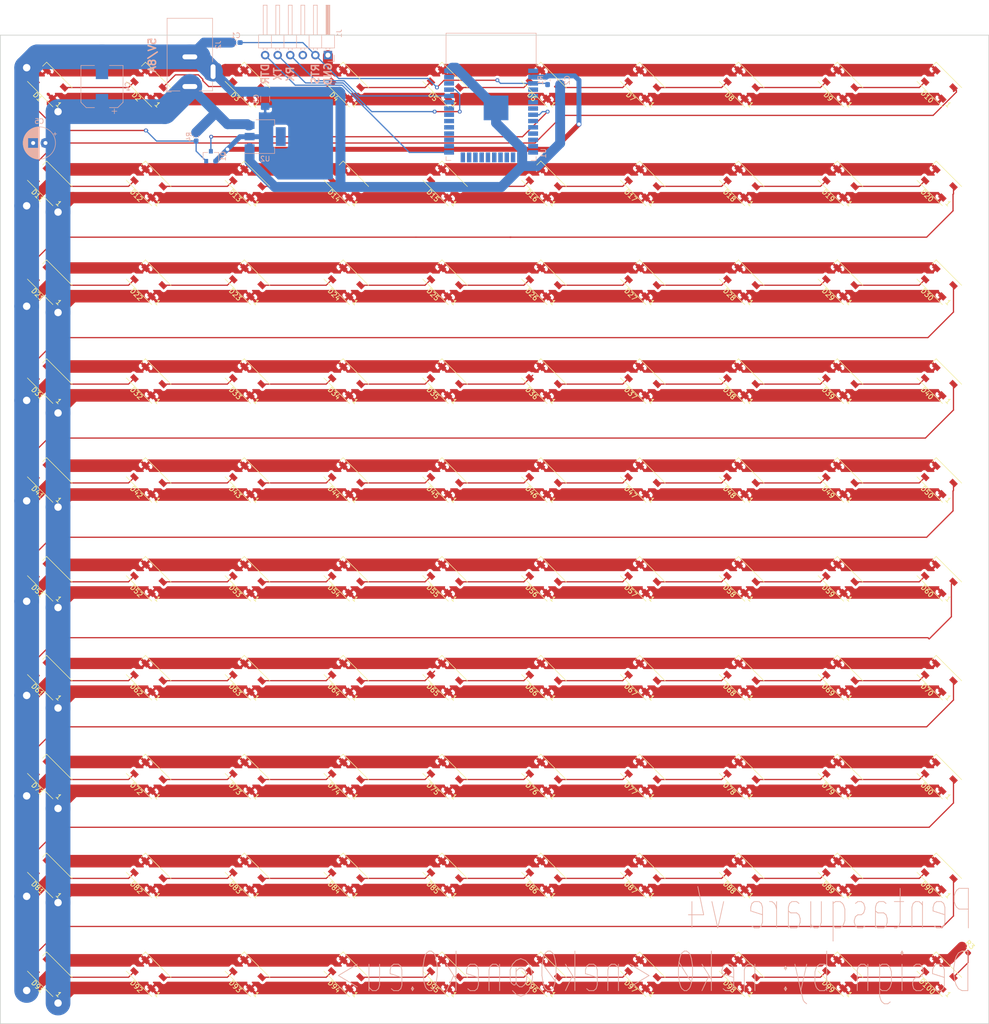
<source format=kicad_pcb>
(kicad_pcb (version 20171130) (host pcbnew 5.1.8-1)

  (general
    (thickness 1.6)
    (drawings 14)
    (tracks 448)
    (zones 0)
    (modules 113)
    (nets 110)
  )

  (page A3 portrait)
  (layers
    (0 F.Cu signal)
    (31 B.Cu signal)
    (32 B.Adhes user)
    (33 F.Adhes user)
    (34 B.Paste user)
    (35 F.Paste user)
    (36 B.SilkS user)
    (37 F.SilkS user)
    (38 B.Mask user)
    (39 F.Mask user)
    (40 Dwgs.User user)
    (41 Cmts.User user)
    (42 Eco1.User user)
    (43 Eco2.User user)
    (44 Edge.Cuts user)
    (45 Margin user)
    (46 B.CrtYd user)
    (47 F.CrtYd user)
    (48 B.Fab user)
    (49 F.Fab user)
  )

  (setup
    (last_trace_width 0.25)
    (trace_clearance 0.2)
    (zone_clearance 0.508)
    (zone_45_only no)
    (trace_min 0.2)
    (via_size 0.8)
    (via_drill 0.4)
    (via_min_size 0.4)
    (via_min_drill 0.3)
    (uvia_size 0.3)
    (uvia_drill 0.1)
    (uvias_allowed no)
    (uvia_min_size 0.2)
    (uvia_min_drill 0.1)
    (edge_width 0.15)
    (segment_width 0.2)
    (pcb_text_width 0.3)
    (pcb_text_size 1.5 1.5)
    (mod_edge_width 0.15)
    (mod_text_size 1 1)
    (mod_text_width 0.15)
    (pad_size 2 3.8)
    (pad_drill 0)
    (pad_to_mask_clearance 0.2)
    (aux_axis_origin 0 0)
    (visible_elements FFFFFF7F)
    (pcbplotparams
      (layerselection 0x010fc_ffffffff)
      (usegerberextensions false)
      (usegerberattributes false)
      (usegerberadvancedattributes false)
      (creategerberjobfile false)
      (excludeedgelayer true)
      (linewidth 0.100000)
      (plotframeref false)
      (viasonmask false)
      (mode 1)
      (useauxorigin false)
      (hpglpennumber 1)
      (hpglpenspeed 20)
      (hpglpendiameter 15.000000)
      (psnegative false)
      (psa4output false)
      (plotreference true)
      (plotvalue true)
      (plotinvisibletext false)
      (padsonsilk false)
      (subtractmaskfromsilk false)
      (outputformat 1)
      (mirror false)
      (drillshape 0)
      (scaleselection 1)
      (outputdirectory "./out.gerber"))
  )

  (net 0 "")
  (net 1 GND)
  (net 2 "Net-(D1-Pad2)")
  (net 3 +5V)
  (net 4 "Net-(D2-Pad2)")
  (net 5 "Net-(D3-Pad2)")
  (net 6 "Net-(D4-Pad2)")
  (net 7 "Net-(D5-Pad2)")
  (net 8 "Net-(D6-Pad2)")
  (net 9 "Net-(D7-Pad2)")
  (net 10 "Net-(D8-Pad2)")
  (net 11 "Net-(D10-Pad4)")
  (net 12 /sheet5B625F71/DIN)
  (net 13 "Net-(D13-Pad2)")
  (net 14 "Net-(D14-Pad2)")
  (net 15 "Net-(D11-Pad2)")
  (net 16 "Net-(D12-Pad2)")
  (net 17 "Net-(D26-Pad2)")
  (net 18 "Net-(D25-Pad2)")
  (net 19 "Net-(D37-Pad2)")
  (net 20 "Net-(D38-Pad2)")
  (net 21 "Net-(D15-Pad2)")
  (net 22 "Net-(D16-Pad2)")
  (net 23 "Net-(D17-Pad2)")
  (net 24 "Net-(D18-Pad2)")
  (net 25 "Net-(D19-Pad2)")
  (net 26 /sheet5B625F76/DIN)
  (net 27 "Net-(D21-Pad2)")
  (net 28 "Net-(D22-Pad2)")
  (net 29 "Net-(D23-Pad2)")
  (net 30 "Net-(D24-Pad2)")
  (net 31 "Net-(D39-Pad2)")
  (net 32 "Net-(D27-Pad2)")
  (net 33 "Net-(D28-Pad2)")
  (net 34 "Net-(D29-Pad2)")
  (net 35 /sheet5B625F7B/DIN)
  (net 36 "Net-(D31-Pad2)")
  (net 37 "Net-(D32-Pad2)")
  (net 38 "Net-(D33-Pad2)")
  (net 39 "Net-(D34-Pad2)")
  (net 40 "Net-(D35-Pad2)")
  (net 41 "Net-(D36-Pad2)")
  (net 42 /sheet5B625F80/DIN)
  (net 43 "Net-(D41-Pad2)")
  (net 44 "Net-(D42-Pad2)")
  (net 45 "Net-(D43-Pad2)")
  (net 46 "Net-(D44-Pad2)")
  (net 47 "Net-(D45-Pad2)")
  (net 48 "Net-(D46-Pad2)")
  (net 49 "Net-(D47-Pad2)")
  (net 50 "Net-(D48-Pad2)")
  (net 51 "Net-(D49-Pad2)")
  (net 52 /sheet5B625F85/DIN)
  (net 53 "Net-(D63-Pad2)")
  (net 54 "Net-(D64-Pad2)")
  (net 55 "Net-(D52-Pad2)")
  (net 56 "Net-(D51-Pad2)")
  (net 57 "Net-(D53-Pad2)")
  (net 58 "Net-(D54-Pad2)")
  (net 59 "Net-(D55-Pad2)")
  (net 60 "Net-(D56-Pad2)")
  (net 61 "Net-(D57-Pad2)")
  (net 62 "Net-(D58-Pad2)")
  (net 63 "Net-(D59-Pad2)")
  (net 64 /sheet5B625F8A/DIN)
  (net 65 "Net-(D61-Pad2)")
  (net 66 "Net-(D62-Pad2)")
  (net 67 "Net-(D75-Pad2)")
  (net 68 "Net-(D76-Pad2)")
  (net 69 "Net-(D88-Pad2)")
  (net 70 "Net-(D87-Pad2)")
  (net 71 "Net-(D65-Pad2)")
  (net 72 "Net-(D66-Pad2)")
  (net 73 "Net-(D67-Pad2)")
  (net 74 "Net-(D68-Pad2)")
  (net 75 "Net-(D69-Pad2)")
  (net 76 /sheet5B625F8F/DIN)
  (net 77 "Net-(D71-Pad2)")
  (net 78 "Net-(D72-Pad2)")
  (net 79 "Net-(D73-Pad2)")
  (net 80 "Net-(D74-Pad2)")
  (net 81 "Net-(D89-Pad2)")
  (net 82 "Net-(D77-Pad2)")
  (net 83 "Net-(D78-Pad2)")
  (net 84 "Net-(D79-Pad2)")
  (net 85 /sheet5B625F94/DIN)
  (net 86 "Net-(D81-Pad2)")
  (net 87 "Net-(D82-Pad2)")
  (net 88 "Net-(D83-Pad2)")
  (net 89 "Net-(D84-Pad2)")
  (net 90 "Net-(D85-Pad2)")
  (net 91 "Net-(D86-Pad2)")
  (net 92 /sheet5B625F99/DIN)
  (net 93 "Net-(D91-Pad2)")
  (net 94 "Net-(D92-Pad2)")
  (net 95 "Net-(D93-Pad2)")
  (net 96 "Net-(D94-Pad2)")
  (net 97 "Net-(D95-Pad2)")
  (net 98 "Net-(D96-Pad2)")
  (net 99 "Net-(D97-Pad2)")
  (net 100 "Net-(D98-Pad2)")
  (net 101 "Net-(D100-Pad4)")
  (net 102 /sheet5B625F99/DOUT)
  (net 103 +3V3)
  (net 104 /RTS)
  (net 105 /DATA)
  (net 106 /DTR)
  (net 107 /RX)
  (net 108 /TX)
  (net 109 "Net-(Q1-Pad3)")

  (net_class Default "This is the default net class."
    (clearance 0.2)
    (trace_width 0.25)
    (via_dia 0.8)
    (via_drill 0.4)
    (uvia_dia 0.3)
    (uvia_drill 0.1)
    (add_net /DATA)
    (add_net /DTR)
    (add_net /RTS)
    (add_net /RX)
    (add_net /TX)
    (add_net /sheet5B625F71/DIN)
    (add_net /sheet5B625F76/DIN)
    (add_net /sheet5B625F7B/DIN)
    (add_net /sheet5B625F80/DIN)
    (add_net /sheet5B625F85/DIN)
    (add_net /sheet5B625F8A/DIN)
    (add_net /sheet5B625F8F/DIN)
    (add_net /sheet5B625F94/DIN)
    (add_net /sheet5B625F99/DIN)
    (add_net /sheet5B625F99/DOUT)
    (add_net "Net-(D1-Pad2)")
    (add_net "Net-(D10-Pad4)")
    (add_net "Net-(D100-Pad4)")
    (add_net "Net-(D11-Pad2)")
    (add_net "Net-(D12-Pad2)")
    (add_net "Net-(D13-Pad2)")
    (add_net "Net-(D14-Pad2)")
    (add_net "Net-(D15-Pad2)")
    (add_net "Net-(D16-Pad2)")
    (add_net "Net-(D17-Pad2)")
    (add_net "Net-(D18-Pad2)")
    (add_net "Net-(D19-Pad2)")
    (add_net "Net-(D2-Pad2)")
    (add_net "Net-(D21-Pad2)")
    (add_net "Net-(D22-Pad2)")
    (add_net "Net-(D23-Pad2)")
    (add_net "Net-(D24-Pad2)")
    (add_net "Net-(D25-Pad2)")
    (add_net "Net-(D26-Pad2)")
    (add_net "Net-(D27-Pad2)")
    (add_net "Net-(D28-Pad2)")
    (add_net "Net-(D29-Pad2)")
    (add_net "Net-(D3-Pad2)")
    (add_net "Net-(D31-Pad2)")
    (add_net "Net-(D32-Pad2)")
    (add_net "Net-(D33-Pad2)")
    (add_net "Net-(D34-Pad2)")
    (add_net "Net-(D35-Pad2)")
    (add_net "Net-(D36-Pad2)")
    (add_net "Net-(D37-Pad2)")
    (add_net "Net-(D38-Pad2)")
    (add_net "Net-(D39-Pad2)")
    (add_net "Net-(D4-Pad2)")
    (add_net "Net-(D41-Pad2)")
    (add_net "Net-(D42-Pad2)")
    (add_net "Net-(D43-Pad2)")
    (add_net "Net-(D44-Pad2)")
    (add_net "Net-(D45-Pad2)")
    (add_net "Net-(D46-Pad2)")
    (add_net "Net-(D47-Pad2)")
    (add_net "Net-(D48-Pad2)")
    (add_net "Net-(D49-Pad2)")
    (add_net "Net-(D5-Pad2)")
    (add_net "Net-(D51-Pad2)")
    (add_net "Net-(D52-Pad2)")
    (add_net "Net-(D53-Pad2)")
    (add_net "Net-(D54-Pad2)")
    (add_net "Net-(D55-Pad2)")
    (add_net "Net-(D56-Pad2)")
    (add_net "Net-(D57-Pad2)")
    (add_net "Net-(D58-Pad2)")
    (add_net "Net-(D59-Pad2)")
    (add_net "Net-(D6-Pad2)")
    (add_net "Net-(D61-Pad2)")
    (add_net "Net-(D62-Pad2)")
    (add_net "Net-(D63-Pad2)")
    (add_net "Net-(D64-Pad2)")
    (add_net "Net-(D65-Pad2)")
    (add_net "Net-(D66-Pad2)")
    (add_net "Net-(D67-Pad2)")
    (add_net "Net-(D68-Pad2)")
    (add_net "Net-(D69-Pad2)")
    (add_net "Net-(D7-Pad2)")
    (add_net "Net-(D71-Pad2)")
    (add_net "Net-(D72-Pad2)")
    (add_net "Net-(D73-Pad2)")
    (add_net "Net-(D74-Pad2)")
    (add_net "Net-(D75-Pad2)")
    (add_net "Net-(D76-Pad2)")
    (add_net "Net-(D77-Pad2)")
    (add_net "Net-(D78-Pad2)")
    (add_net "Net-(D79-Pad2)")
    (add_net "Net-(D8-Pad2)")
    (add_net "Net-(D81-Pad2)")
    (add_net "Net-(D82-Pad2)")
    (add_net "Net-(D83-Pad2)")
    (add_net "Net-(D84-Pad2)")
    (add_net "Net-(D85-Pad2)")
    (add_net "Net-(D86-Pad2)")
    (add_net "Net-(D87-Pad2)")
    (add_net "Net-(D88-Pad2)")
    (add_net "Net-(D89-Pad2)")
    (add_net "Net-(D91-Pad2)")
    (add_net "Net-(D92-Pad2)")
    (add_net "Net-(D93-Pad2)")
    (add_net "Net-(D94-Pad2)")
    (add_net "Net-(D95-Pad2)")
    (add_net "Net-(D96-Pad2)")
    (add_net "Net-(D97-Pad2)")
    (add_net "Net-(D98-Pad2)")
    (add_net "Net-(Q1-Pad3)")
  )

  (net_class Power ""
    (clearance 0.2)
    (trace_width 2)
    (via_dia 2)
    (via_drill 1.5)
    (uvia_dia 0.3)
    (uvia_drill 0.1)
    (add_net +5V)
    (add_net GND)
  )

  (net_class smallPower ""
    (clearance 0.2)
    (trace_width 1)
    (via_dia 1)
    (via_drill 0.7)
    (uvia_dia 0.3)
    (uvia_drill 0.1)
    (add_net +3V3)
  )

  (module Package_TO_SOT_SMD:SOT-23 (layer B.Cu) (tedit 5A02FF57) (tstamp 5C1126E0)
    (at 57.6 39.5 90)
    (descr "SOT-23, Standard")
    (tags SOT-23)
    (path /5FF79E4D)
    (attr smd)
    (fp_text reference Q1 (at 0 2.5 90) (layer B.SilkS)
      (effects (font (size 1 1) (thickness 0.15)) (justify mirror))
    )
    (fp_text value BS170F (at 0 -2.5 90) (layer B.Fab)
      (effects (font (size 1 1) (thickness 0.15)) (justify mirror))
    )
    (fp_line (start -0.7 0.95) (end -0.7 -1.5) (layer B.Fab) (width 0.1))
    (fp_line (start -0.15 1.52) (end 0.7 1.52) (layer B.Fab) (width 0.1))
    (fp_line (start -0.7 0.95) (end -0.15 1.52) (layer B.Fab) (width 0.1))
    (fp_line (start 0.7 1.52) (end 0.7 -1.52) (layer B.Fab) (width 0.1))
    (fp_line (start -0.7 -1.52) (end 0.7 -1.52) (layer B.Fab) (width 0.1))
    (fp_line (start 0.76 -1.58) (end 0.76 -0.65) (layer B.SilkS) (width 0.12))
    (fp_line (start 0.76 1.58) (end 0.76 0.65) (layer B.SilkS) (width 0.12))
    (fp_line (start -1.7 1.75) (end 1.7 1.75) (layer B.CrtYd) (width 0.05))
    (fp_line (start 1.7 1.75) (end 1.7 -1.75) (layer B.CrtYd) (width 0.05))
    (fp_line (start 1.7 -1.75) (end -1.7 -1.75) (layer B.CrtYd) (width 0.05))
    (fp_line (start -1.7 -1.75) (end -1.7 1.75) (layer B.CrtYd) (width 0.05))
    (fp_line (start 0.76 1.58) (end -1.4 1.58) (layer B.SilkS) (width 0.12))
    (fp_line (start 0.76 -1.58) (end -0.7 -1.58) (layer B.SilkS) (width 0.12))
    (fp_text user %R (at 0 0 180) (layer B.Fab)
      (effects (font (size 0.5 0.5) (thickness 0.075)) (justify mirror))
    )
    (pad 3 smd rect (at 1 0 90) (size 0.9 0.8) (layers B.Cu B.Paste B.Mask)
      (net 109 "Net-(Q1-Pad3)"))
    (pad 2 smd rect (at -1 -0.95 90) (size 0.9 0.8) (layers B.Cu B.Paste B.Mask)
      (net 105 /DATA))
    (pad 1 smd rect (at -1 0.95 90) (size 0.9 0.8) (layers B.Cu B.Paste B.Mask)
      (net 103 +3V3))
    (model ${KISYS3DMOD}/Package_TO_SOT_SMD.3dshapes/SOT-23.wrl
      (at (xyz 0 0 0))
      (scale (xyz 1 1 1))
      (rotate (xyz 0 0 0))
    )
  )

  (module Package_TO_SOT_SMD:SOT-223 (layer B.Cu) (tedit 5EDE7DFA) (tstamp 5EDFC06D)
    (at 68.58 35.53)
    (descr "module CMS SOT223 4 pins")
    (tags "CMS SOT")
    (path /5EDEAB87)
    (attr smd)
    (fp_text reference U2 (at 0 4.5) (layer B.SilkS)
      (effects (font (size 1 1) (thickness 0.15)) (justify mirror))
    )
    (fp_text value LM1117-3.3 (at 0 -4.5) (layer B.Fab)
      (effects (font (size 1 1) (thickness 0.15)) (justify mirror))
    )
    (fp_line (start 1.85 3.35) (end 1.85 -3.35) (layer B.Fab) (width 0.1))
    (fp_line (start -1.85 -3.35) (end 1.85 -3.35) (layer B.Fab) (width 0.1))
    (fp_line (start -4.1 3.41) (end 1.91 3.41) (layer B.SilkS) (width 0.12))
    (fp_line (start -0.8 3.35) (end 1.85 3.35) (layer B.Fab) (width 0.1))
    (fp_line (start -1.85 -3.41) (end 1.91 -3.41) (layer B.SilkS) (width 0.12))
    (fp_line (start -1.85 2.3) (end -1.85 -3.35) (layer B.Fab) (width 0.1))
    (fp_line (start -4.4 3.6) (end -4.4 -3.6) (layer B.CrtYd) (width 0.05))
    (fp_line (start -4.4 -3.6) (end 4.4 -3.6) (layer B.CrtYd) (width 0.05))
    (fp_line (start 4.4 -3.6) (end 4.4 3.6) (layer B.CrtYd) (width 0.05))
    (fp_line (start 4.4 3.6) (end -4.4 3.6) (layer B.CrtYd) (width 0.05))
    (fp_line (start 1.91 3.41) (end 1.91 2.15) (layer B.SilkS) (width 0.12))
    (fp_line (start 1.91 -3.41) (end 1.91 -2.15) (layer B.SilkS) (width 0.12))
    (fp_line (start -1.85 2.3) (end -0.8 3.35) (layer B.Fab) (width 0.1))
    (fp_text user %R (at 0 0 -90) (layer B.Fab)
      (effects (font (size 0.8 0.8) (thickness 0.12)) (justify mirror))
    )
    (pad 1 smd rect (at -3.15 2.3) (size 2 1.5) (layers B.Cu B.Paste B.Mask)
      (net 1 GND))
    (pad 3 smd rect (at -3.15 -2.3) (size 2 1.5) (layers B.Cu B.Paste B.Mask)
      (net 3 +5V))
    (pad 2 smd rect (at -3.15 0) (size 2 1.5) (layers B.Cu B.Paste B.Mask)
      (net 103 +3V3))
    (pad 4 smd rect (at 3.15 0) (size 2 3.8) (layers B.Cu B.Paste B.Mask))
    (model ${KISYS3DMOD}/Package_TO_SOT_SMD.3dshapes/SOT-223.wrl
      (at (xyz 0 0 0))
      (scale (xyz 1 1 1))
      (rotate (xyz 0 0 0))
    )
  )

  (module Resistor_SMD:R_0603_1608Metric_Pad1.05x0.95mm_HandSolder (layer B.Cu) (tedit 5B301BBD) (tstamp 5C10FAB8)
    (at 54.61 35.56 270)
    (descr "Resistor SMD 0603 (1608 Metric), square (rectangular) end terminal, IPC_7351 nominal with elongated pad for handsoldering. (Body size source: http://www.tortai-tech.com/upload/download/2011102023233369053.pdf), generated with kicad-footprint-generator")
    (tags "resistor handsolder")
    (path /5C115239)
    (attr smd)
    (fp_text reference R4 (at 0 1.43 270) (layer B.SilkS)
      (effects (font (size 1 1) (thickness 0.15)) (justify mirror))
    )
    (fp_text value 6.8k (at 0 -1.43 270) (layer B.Fab)
      (effects (font (size 1 1) (thickness 0.15)) (justify mirror))
    )
    (fp_line (start -0.8 -0.4) (end -0.8 0.4) (layer B.Fab) (width 0.1))
    (fp_line (start -0.8 0.4) (end 0.8 0.4) (layer B.Fab) (width 0.1))
    (fp_line (start 0.8 0.4) (end 0.8 -0.4) (layer B.Fab) (width 0.1))
    (fp_line (start 0.8 -0.4) (end -0.8 -0.4) (layer B.Fab) (width 0.1))
    (fp_line (start -0.171267 0.51) (end 0.171267 0.51) (layer B.SilkS) (width 0.12))
    (fp_line (start -0.171267 -0.51) (end 0.171267 -0.51) (layer B.SilkS) (width 0.12))
    (fp_line (start -1.65 -0.73) (end -1.65 0.73) (layer B.CrtYd) (width 0.05))
    (fp_line (start -1.65 0.73) (end 1.65 0.73) (layer B.CrtYd) (width 0.05))
    (fp_line (start 1.65 0.73) (end 1.65 -0.73) (layer B.CrtYd) (width 0.05))
    (fp_line (start 1.65 -0.73) (end -1.65 -0.73) (layer B.CrtYd) (width 0.05))
    (fp_text user %R (at 0 0 270) (layer B.Fab)
      (effects (font (size 0.4 0.4) (thickness 0.06)) (justify mirror))
    )
    (pad 1 smd roundrect (at -0.875 0 270) (size 1.05 0.95) (layers B.Cu B.Paste B.Mask) (roundrect_rratio 0.25)
      (net 3 +5V))
    (pad 2 smd roundrect (at 0.875 0 270) (size 1.05 0.95) (layers B.Cu B.Paste B.Mask) (roundrect_rratio 0.25)
      (net 105 /DATA))
    (model ${KISYS3DMOD}/Resistor_SMD.3dshapes/R_0603_1608Metric.wrl
      (at (xyz 0 0 0))
      (scale (xyz 1 1 1))
      (rotate (xyz 0 0 0))
    )
  )

  (module Resistor_SMD:R_0603_1608Metric_Pad1.05x0.95mm_HandSolder (layer F.Cu) (tedit 5B301BBD) (tstamp 5B733D58)
    (at 210.201282 200.041282 315)
    (descr "Resistor SMD 0603 (1608 Metric), square (rectangular) end terminal, IPC_7351 nominal with elongated pad for handsoldering. (Body size source: http://www.tortai-tech.com/upload/download/2011102023233369053.pdf), generated with kicad-footprint-generator")
    (tags "resistor handsolder")
    (path /5B66FEDD)
    (attr smd)
    (fp_text reference R3 (at 0 -1.43 315) (layer F.SilkS)
      (effects (font (size 1 1) (thickness 0.15)))
    )
    (fp_text value 1k (at 0 1.43 315) (layer F.Fab)
      (effects (font (size 1 1) (thickness 0.15)))
    )
    (fp_line (start -0.8 0.4) (end -0.8 -0.4) (layer F.Fab) (width 0.1))
    (fp_line (start -0.8 -0.4) (end 0.8 -0.4) (layer F.Fab) (width 0.1))
    (fp_line (start 0.8 -0.4) (end 0.8 0.4) (layer F.Fab) (width 0.1))
    (fp_line (start 0.8 0.4) (end -0.8 0.4) (layer F.Fab) (width 0.1))
    (fp_line (start -0.171267 -0.51) (end 0.171267 -0.51) (layer F.SilkS) (width 0.12))
    (fp_line (start -0.171267 0.51) (end 0.171267 0.51) (layer F.SilkS) (width 0.12))
    (fp_line (start -1.65 0.73) (end -1.65 -0.73) (layer F.CrtYd) (width 0.05))
    (fp_line (start -1.65 -0.73) (end 1.65 -0.73) (layer F.CrtYd) (width 0.05))
    (fp_line (start 1.65 -0.73) (end 1.65 0.73) (layer F.CrtYd) (width 0.05))
    (fp_line (start 1.65 0.73) (end -1.65 0.73) (layer F.CrtYd) (width 0.05))
    (fp_text user %R (at 0 0 315) (layer F.Fab)
      (effects (font (size 0.4 0.4) (thickness 0.06)))
    )
    (pad 1 smd roundrect (at -0.874999 0 315) (size 1.05 0.95) (layers F.Cu F.Paste F.Mask) (roundrect_rratio 0.25)
      (net 1 GND))
    (pad 2 smd roundrect (at 0.874999 0 315) (size 1.05 0.95) (layers F.Cu F.Paste F.Mask) (roundrect_rratio 0.25)
      (net 102 /sheet5B625F99/DOUT))
    (model ${KISYS3DMOD}/Resistor_SMD.3dshapes/R_0603_1608Metric.wrl
      (at (xyz 0 0 0))
      (scale (xyz 1 1 1))
      (rotate (xyz 0 0 0))
    )
  )

  (module Connector_BarrelJack:BarrelJack_Horizontal (layer B.Cu) (tedit 5A1DBF6A) (tstamp 5B7EA195)
    (at 53.34 25.4 270)
    (descr "DC Barrel Jack")
    (tags "Power Jack")
    (path /5B660D82)
    (fp_text reference J2 (at -8.45 -5.75 270) (layer B.SilkS)
      (effects (font (size 1 1) (thickness 0.15)) (justify mirror))
    )
    (fp_text value Barrel_Jack_Switch (at -6.2 5.5 270) (layer B.Fab)
      (effects (font (size 1 1) (thickness 0.15)) (justify mirror))
    )
    (fp_line (start -0.003213 4.505425) (end 0.8 3.75) (layer B.Fab) (width 0.1))
    (fp_line (start 1.1 3.75) (end 1.1 4.8) (layer B.SilkS) (width 0.12))
    (fp_line (start 0.05 4.8) (end 1.1 4.8) (layer B.SilkS) (width 0.12))
    (fp_line (start 1 4.5) (end 1 4.75) (layer B.CrtYd) (width 0.05))
    (fp_line (start 1 4.75) (end -14 4.75) (layer B.CrtYd) (width 0.05))
    (fp_line (start 1 4.5) (end 1 2) (layer B.CrtYd) (width 0.05))
    (fp_line (start 1 2) (end 2 2) (layer B.CrtYd) (width 0.05))
    (fp_line (start 2 2) (end 2 -2) (layer B.CrtYd) (width 0.05))
    (fp_line (start 2 -2) (end 1 -2) (layer B.CrtYd) (width 0.05))
    (fp_line (start 1 -2) (end 1 -4.75) (layer B.CrtYd) (width 0.05))
    (fp_line (start 1 -4.75) (end -1 -4.75) (layer B.CrtYd) (width 0.05))
    (fp_line (start -1 -4.75) (end -1 -6.75) (layer B.CrtYd) (width 0.05))
    (fp_line (start -1 -6.75) (end -5 -6.75) (layer B.CrtYd) (width 0.05))
    (fp_line (start -5 -6.75) (end -5 -4.75) (layer B.CrtYd) (width 0.05))
    (fp_line (start -5 -4.75) (end -14 -4.75) (layer B.CrtYd) (width 0.05))
    (fp_line (start -14 -4.75) (end -14 4.75) (layer B.CrtYd) (width 0.05))
    (fp_line (start -5 -4.6) (end -13.8 -4.6) (layer B.SilkS) (width 0.12))
    (fp_line (start -13.8 -4.6) (end -13.8 4.6) (layer B.SilkS) (width 0.12))
    (fp_line (start 0.9 -1.9) (end 0.9 -4.6) (layer B.SilkS) (width 0.12))
    (fp_line (start 0.9 -4.6) (end -1 -4.6) (layer B.SilkS) (width 0.12))
    (fp_line (start -13.8 4.6) (end 0.9 4.6) (layer B.SilkS) (width 0.12))
    (fp_line (start 0.9 4.6) (end 0.9 2) (layer B.SilkS) (width 0.12))
    (fp_line (start -10.2 4.5) (end -10.2 -4.5) (layer B.Fab) (width 0.1))
    (fp_line (start -13.7 4.5) (end -13.7 -4.5) (layer B.Fab) (width 0.1))
    (fp_line (start -13.7 -4.5) (end 0.8 -4.5) (layer B.Fab) (width 0.1))
    (fp_line (start 0.8 -4.5) (end 0.8 3.75) (layer B.Fab) (width 0.1))
    (fp_line (start 0 4.5) (end -13.7 4.5) (layer B.Fab) (width 0.1))
    (fp_text user %R (at -3 2.95 270) (layer B.Fab)
      (effects (font (size 1 1) (thickness 0.15)) (justify mirror))
    )
    (pad 1 thru_hole rect (at 0 0 270) (size 3.5 3.5) (drill oval 1 3) (layers *.Cu *.Mask)
      (net 3 +5V))
    (pad 2 thru_hole roundrect (at -6 0 270) (size 3 3.5) (drill oval 1 3) (layers *.Cu *.Mask) (roundrect_rratio 0.25)
      (net 1 GND))
    (pad 3 thru_hole roundrect (at -3 -4.7 270) (size 3.5 3.5) (drill oval 3 1) (layers *.Cu *.Mask) (roundrect_rratio 0.25)
      (net 1 GND))
    (model ${KISYS3DMOD}/Connector_BarrelJack.3dshapes/BarrelJack_Horizontal.wrl
      (at (xyz 0 0 0))
      (scale (xyz 1 1 1))
      (rotate (xyz 0 0 0))
    )
  )

  (module Capacitor_SMD:CP_Elec_8x10 (layer B.Cu) (tedit 5A841F9D) (tstamp 5B7F2E5F)
    (at 35.56 25.4 90)
    (descr "SMT capacitor, aluminium electrolytic, 8x10, Nichicon ")
    (tags "Capacitor Electrolytic")
    (path /5B622644)
    (attr smd)
    (fp_text reference C4 (at 0 5.2 90) (layer B.SilkS)
      (effects (font (size 1 1) (thickness 0.15)) (justify mirror))
    )
    (fp_text value 1m (at 0 -5.2 90) (layer B.Fab)
      (effects (font (size 1 1) (thickness 0.15)) (justify mirror))
    )
    (fp_circle (center 0 0) (end 4 0) (layer B.Fab) (width 0.1))
    (fp_line (start 4.15 4.15) (end 4.15 -4.15) (layer B.Fab) (width 0.1))
    (fp_line (start -3.15 4.15) (end 4.15 4.15) (layer B.Fab) (width 0.1))
    (fp_line (start -3.15 -4.15) (end 4.15 -4.15) (layer B.Fab) (width 0.1))
    (fp_line (start -4.15 3.15) (end -4.15 -3.15) (layer B.Fab) (width 0.1))
    (fp_line (start -4.15 3.15) (end -3.15 4.15) (layer B.Fab) (width 0.1))
    (fp_line (start -4.15 -3.15) (end -3.15 -4.15) (layer B.Fab) (width 0.1))
    (fp_line (start -3.562278 1.5) (end -2.762278 1.5) (layer B.Fab) (width 0.1))
    (fp_line (start -3.162278 1.9) (end -3.162278 1.1) (layer B.Fab) (width 0.1))
    (fp_line (start 4.26 -4.26) (end 4.26 -1.51) (layer B.SilkS) (width 0.12))
    (fp_line (start 4.26 4.26) (end 4.26 1.51) (layer B.SilkS) (width 0.12))
    (fp_line (start -3.195563 4.26) (end 4.26 4.26) (layer B.SilkS) (width 0.12))
    (fp_line (start -3.195563 -4.26) (end 4.26 -4.26) (layer B.SilkS) (width 0.12))
    (fp_line (start -4.26 -3.195563) (end -4.26 -1.51) (layer B.SilkS) (width 0.12))
    (fp_line (start -4.26 3.195563) (end -4.26 1.51) (layer B.SilkS) (width 0.12))
    (fp_line (start -4.26 3.195563) (end -3.195563 4.26) (layer B.SilkS) (width 0.12))
    (fp_line (start -4.26 -3.195563) (end -3.195563 -4.26) (layer B.SilkS) (width 0.12))
    (fp_line (start -5.5 2.51) (end -4.5 2.51) (layer B.SilkS) (width 0.12))
    (fp_line (start -5 3.01) (end -5 2.01) (layer B.SilkS) (width 0.12))
    (fp_line (start 4.4 4.4) (end 4.4 1.5) (layer B.CrtYd) (width 0.05))
    (fp_line (start 4.4 1.5) (end 5.25 1.5) (layer B.CrtYd) (width 0.05))
    (fp_line (start 5.25 1.5) (end 5.25 -1.5) (layer B.CrtYd) (width 0.05))
    (fp_line (start 5.25 -1.5) (end 4.4 -1.5) (layer B.CrtYd) (width 0.05))
    (fp_line (start 4.4 -1.5) (end 4.4 -4.4) (layer B.CrtYd) (width 0.05))
    (fp_line (start -3.25 -4.4) (end 4.4 -4.4) (layer B.CrtYd) (width 0.05))
    (fp_line (start -3.25 4.4) (end 4.4 4.4) (layer B.CrtYd) (width 0.05))
    (fp_line (start -4.4 -3.25) (end -3.25 -4.4) (layer B.CrtYd) (width 0.05))
    (fp_line (start -4.4 3.25) (end -3.25 4.4) (layer B.CrtYd) (width 0.05))
    (fp_line (start -4.4 3.25) (end -4.4 1.5) (layer B.CrtYd) (width 0.05))
    (fp_line (start -4.4 -1.5) (end -4.4 -3.25) (layer B.CrtYd) (width 0.05))
    (fp_line (start -4.4 1.5) (end -5.25 1.5) (layer B.CrtYd) (width 0.05))
    (fp_line (start -5.25 1.5) (end -5.25 -1.5) (layer B.CrtYd) (width 0.05))
    (fp_line (start -5.25 -1.5) (end -4.4 -1.5) (layer B.CrtYd) (width 0.05))
    (fp_text user %R (at 0 0 90) (layer B.Fab)
      (effects (font (size 1 1) (thickness 0.15)) (justify mirror))
    )
    (pad 1 smd rect (at -3.25 0 90) (size 3.5 2.5) (layers B.Cu B.Paste B.Mask)
      (net 3 +5V))
    (pad 2 smd rect (at 3.25 0 90) (size 3.5 2.5) (layers B.Cu B.Paste B.Mask)
      (net 1 GND))
    (model ${KISYS3DMOD}/Capacitor_SMD.3dshapes/CP_Elec_8x10.wrl
      (at (xyz 0 0 0))
      (scale (xyz 1 1 1))
      (rotate (xyz 0 0 0))
    )
  )

  (module Capacitor_SMD:C_0603_1608Metric_Pad1.05x0.95mm_HandSolder (layer B.Cu) (tedit 5B301BBE) (tstamp 5B7E431F)
    (at 128.27 24.13 90)
    (descr "Capacitor SMD 0603 (1608 Metric), square (rectangular) end terminal, IPC_7351 nominal with elongated pad for handsoldering. (Body size source: http://www.tortai-tech.com/upload/download/2011102023233369053.pdf), generated with kicad-footprint-generator")
    (tags "capacitor handsolder")
    (path /5B627C19)
    (attr smd)
    (fp_text reference C2 (at 0 1.43 90) (layer B.SilkS)
      (effects (font (size 1 1) (thickness 0.15)) (justify mirror))
    )
    (fp_text value 100n (at 0 -1.43 90) (layer B.Fab)
      (effects (font (size 1 1) (thickness 0.15)) (justify mirror))
    )
    (fp_line (start 1.65 -0.73) (end -1.65 -0.73) (layer B.CrtYd) (width 0.05))
    (fp_line (start 1.65 0.73) (end 1.65 -0.73) (layer B.CrtYd) (width 0.05))
    (fp_line (start -1.65 0.73) (end 1.65 0.73) (layer B.CrtYd) (width 0.05))
    (fp_line (start -1.65 -0.73) (end -1.65 0.73) (layer B.CrtYd) (width 0.05))
    (fp_line (start -0.171267 -0.51) (end 0.171267 -0.51) (layer B.SilkS) (width 0.12))
    (fp_line (start -0.171267 0.51) (end 0.171267 0.51) (layer B.SilkS) (width 0.12))
    (fp_line (start 0.8 -0.4) (end -0.8 -0.4) (layer B.Fab) (width 0.1))
    (fp_line (start 0.8 0.4) (end 0.8 -0.4) (layer B.Fab) (width 0.1))
    (fp_line (start -0.8 0.4) (end 0.8 0.4) (layer B.Fab) (width 0.1))
    (fp_line (start -0.8 -0.4) (end -0.8 0.4) (layer B.Fab) (width 0.1))
    (fp_text user %R (at 0 0 90) (layer B.Fab)
      (effects (font (size 0.4 0.4) (thickness 0.06)) (justify mirror))
    )
    (pad 2 smd roundrect (at 0.875 0 90) (size 1.05 0.95) (layers B.Cu B.Paste B.Mask) (roundrect_rratio 0.25)
      (net 103 +3V3))
    (pad 1 smd roundrect (at -0.875 0 90) (size 1.05 0.95) (layers B.Cu B.Paste B.Mask) (roundrect_rratio 0.25)
      (net 1 GND))
    (model ${KISYS3DMOD}/Capacitor_SMD.3dshapes/C_0603_1608Metric.wrl
      (at (xyz 0 0 0))
      (scale (xyz 1 1 1))
      (rotate (xyz 0 0 0))
    )
  )

  (module Capacitor_SMD:C_0603_1608Metric_Pad1.05x0.95mm_HandSolder (layer B.Cu) (tedit 5B301BBE) (tstamp 5B7F3730)
    (at 62.625 16.51 180)
    (descr "Capacitor SMD 0603 (1608 Metric), square (rectangular) end terminal, IPC_7351 nominal with elongated pad for handsoldering. (Body size source: http://www.tortai-tech.com/upload/download/2011102023233369053.pdf), generated with kicad-footprint-generator")
    (tags "capacitor handsolder")
    (path /5B623621)
    (attr smd)
    (fp_text reference C1 (at 0 1.43 180) (layer B.SilkS)
      (effects (font (size 1 1) (thickness 0.15)) (justify mirror))
    )
    (fp_text value 100n (at 0 -1.43 180) (layer B.Fab)
      (effects (font (size 1 1) (thickness 0.15)) (justify mirror))
    )
    (fp_line (start -0.8 -0.4) (end -0.8 0.4) (layer B.Fab) (width 0.1))
    (fp_line (start -0.8 0.4) (end 0.8 0.4) (layer B.Fab) (width 0.1))
    (fp_line (start 0.8 0.4) (end 0.8 -0.4) (layer B.Fab) (width 0.1))
    (fp_line (start 0.8 -0.4) (end -0.8 -0.4) (layer B.Fab) (width 0.1))
    (fp_line (start -0.171267 0.51) (end 0.171267 0.51) (layer B.SilkS) (width 0.12))
    (fp_line (start -0.171267 -0.51) (end 0.171267 -0.51) (layer B.SilkS) (width 0.12))
    (fp_line (start -1.65 -0.73) (end -1.65 0.73) (layer B.CrtYd) (width 0.05))
    (fp_line (start -1.65 0.73) (end 1.65 0.73) (layer B.CrtYd) (width 0.05))
    (fp_line (start 1.65 0.73) (end 1.65 -0.73) (layer B.CrtYd) (width 0.05))
    (fp_line (start 1.65 -0.73) (end -1.65 -0.73) (layer B.CrtYd) (width 0.05))
    (fp_text user %R (at 0 0 180) (layer B.Fab)
      (effects (font (size 0.4 0.4) (thickness 0.06)) (justify mirror))
    )
    (pad 1 smd roundrect (at -0.875 0 180) (size 1.05 0.95) (layers B.Cu B.Paste B.Mask) (roundrect_rratio 0.25)
      (net 104 /RTS))
    (pad 2 smd roundrect (at 0.875 0 180) (size 1.05 0.95) (layers B.Cu B.Paste B.Mask) (roundrect_rratio 0.25)
      (net 1 GND))
    (model ${KISYS3DMOD}/Capacitor_SMD.3dshapes/C_0603_1608Metric.wrl
      (at (xyz 0 0 0))
      (scale (xyz 1 1 1))
      (rotate (xyz 0 0 0))
    )
  )

  (module Capacitor_SMD:C_1206_3216Metric_Pad1.42x1.75mm_HandSolder (layer B.Cu) (tedit 5B301BBE) (tstamp 5B7F3781)
    (at 68.58 27.94 270)
    (descr "Capacitor SMD 1206 (3216 Metric), square (rectangular) end terminal, IPC_7351 nominal with elongated pad for handsoldering. (Body size source: http://www.tortai-tech.com/upload/download/2011102023233369053.pdf), generated with kicad-footprint-generator")
    (tags "capacitor handsolder")
    (path /5B627C53)
    (attr smd)
    (fp_text reference C3 (at 0 1.82 270) (layer B.SilkS)
      (effects (font (size 1 1) (thickness 0.15)) (justify mirror))
    )
    (fp_text value 10u (at 0 -1.82 270) (layer B.Fab)
      (effects (font (size 1 1) (thickness 0.15)) (justify mirror))
    )
    (fp_line (start -1.6 -0.8) (end -1.6 0.8) (layer B.Fab) (width 0.1))
    (fp_line (start -1.6 0.8) (end 1.6 0.8) (layer B.Fab) (width 0.1))
    (fp_line (start 1.6 0.8) (end 1.6 -0.8) (layer B.Fab) (width 0.1))
    (fp_line (start 1.6 -0.8) (end -1.6 -0.8) (layer B.Fab) (width 0.1))
    (fp_line (start -0.602064 0.91) (end 0.602064 0.91) (layer B.SilkS) (width 0.12))
    (fp_line (start -0.602064 -0.91) (end 0.602064 -0.91) (layer B.SilkS) (width 0.12))
    (fp_line (start -2.45 -1.12) (end -2.45 1.12) (layer B.CrtYd) (width 0.05))
    (fp_line (start -2.45 1.12) (end 2.45 1.12) (layer B.CrtYd) (width 0.05))
    (fp_line (start 2.45 1.12) (end 2.45 -1.12) (layer B.CrtYd) (width 0.05))
    (fp_line (start 2.45 -1.12) (end -2.45 -1.12) (layer B.CrtYd) (width 0.05))
    (fp_text user %R (at 0 0 270) (layer B.Fab)
      (effects (font (size 0.8 0.8) (thickness 0.12)) (justify mirror))
    )
    (pad 1 smd roundrect (at -1.4875 0 270) (size 1.425 1.75) (layers B.Cu B.Paste B.Mask) (roundrect_rratio 0.1754385964912281)
      (net 1 GND))
    (pad 2 smd roundrect (at 1.4875 0 270) (size 1.425 1.75) (layers B.Cu B.Paste B.Mask) (roundrect_rratio 0.1754385964912281)
      (net 103 +3V3))
    (model ${KISYS3DMOD}/Capacitor_SMD.3dshapes/C_1206_3216Metric.wrl
      (at (xyz 0 0 0))
      (scale (xyz 1 1 1))
      (rotate (xyz 0 0 0))
    )
  )

  (module Capacitor_THT:CP_Radial_D6.3mm_P2.50mm (layer B.Cu) (tedit 5AE50EF0) (tstamp 5B7E42EC)
    (at 24.13 36.83 180)
    (descr "CP, Radial series, Radial, pin pitch=2.50mm, , diameter=6.3mm, Electrolytic Capacitor")
    (tags "CP Radial series Radial pin pitch 2.50mm  diameter 6.3mm Electrolytic Capacitor")
    (path /5B646B67)
    (fp_text reference C5 (at 1.25 4.4 180) (layer B.SilkS)
      (effects (font (size 1 1) (thickness 0.15)) (justify mirror))
    )
    (fp_text value 1m (at 1.25 -4.4 180) (layer B.Fab)
      (effects (font (size 1 1) (thickness 0.15)) (justify mirror))
    )
    (fp_circle (center 1.25 0) (end 4.4 0) (layer B.Fab) (width 0.1))
    (fp_circle (center 1.25 0) (end 4.52 0) (layer B.SilkS) (width 0.12))
    (fp_circle (center 1.25 0) (end 4.65 0) (layer B.CrtYd) (width 0.05))
    (fp_line (start -1.443972 1.3735) (end -0.813972 1.3735) (layer B.Fab) (width 0.1))
    (fp_line (start -1.128972 1.6885) (end -1.128972 1.0585) (layer B.Fab) (width 0.1))
    (fp_line (start 1.25 3.23) (end 1.25 -3.23) (layer B.SilkS) (width 0.12))
    (fp_line (start 1.29 3.23) (end 1.29 -3.23) (layer B.SilkS) (width 0.12))
    (fp_line (start 1.33 3.23) (end 1.33 -3.23) (layer B.SilkS) (width 0.12))
    (fp_line (start 1.37 3.228) (end 1.37 -3.228) (layer B.SilkS) (width 0.12))
    (fp_line (start 1.41 3.227) (end 1.41 -3.227) (layer B.SilkS) (width 0.12))
    (fp_line (start 1.45 3.224) (end 1.45 -3.224) (layer B.SilkS) (width 0.12))
    (fp_line (start 1.49 3.222) (end 1.49 1.04) (layer B.SilkS) (width 0.12))
    (fp_line (start 1.49 -1.04) (end 1.49 -3.222) (layer B.SilkS) (width 0.12))
    (fp_line (start 1.53 3.218) (end 1.53 1.04) (layer B.SilkS) (width 0.12))
    (fp_line (start 1.53 -1.04) (end 1.53 -3.218) (layer B.SilkS) (width 0.12))
    (fp_line (start 1.57 3.215) (end 1.57 1.04) (layer B.SilkS) (width 0.12))
    (fp_line (start 1.57 -1.04) (end 1.57 -3.215) (layer B.SilkS) (width 0.12))
    (fp_line (start 1.61 3.211) (end 1.61 1.04) (layer B.SilkS) (width 0.12))
    (fp_line (start 1.61 -1.04) (end 1.61 -3.211) (layer B.SilkS) (width 0.12))
    (fp_line (start 1.65 3.206) (end 1.65 1.04) (layer B.SilkS) (width 0.12))
    (fp_line (start 1.65 -1.04) (end 1.65 -3.206) (layer B.SilkS) (width 0.12))
    (fp_line (start 1.69 3.201) (end 1.69 1.04) (layer B.SilkS) (width 0.12))
    (fp_line (start 1.69 -1.04) (end 1.69 -3.201) (layer B.SilkS) (width 0.12))
    (fp_line (start 1.73 3.195) (end 1.73 1.04) (layer B.SilkS) (width 0.12))
    (fp_line (start 1.73 -1.04) (end 1.73 -3.195) (layer B.SilkS) (width 0.12))
    (fp_line (start 1.77 3.189) (end 1.77 1.04) (layer B.SilkS) (width 0.12))
    (fp_line (start 1.77 -1.04) (end 1.77 -3.189) (layer B.SilkS) (width 0.12))
    (fp_line (start 1.81 3.182) (end 1.81 1.04) (layer B.SilkS) (width 0.12))
    (fp_line (start 1.81 -1.04) (end 1.81 -3.182) (layer B.SilkS) (width 0.12))
    (fp_line (start 1.85 3.175) (end 1.85 1.04) (layer B.SilkS) (width 0.12))
    (fp_line (start 1.85 -1.04) (end 1.85 -3.175) (layer B.SilkS) (width 0.12))
    (fp_line (start 1.89 3.167) (end 1.89 1.04) (layer B.SilkS) (width 0.12))
    (fp_line (start 1.89 -1.04) (end 1.89 -3.167) (layer B.SilkS) (width 0.12))
    (fp_line (start 1.93 3.159) (end 1.93 1.04) (layer B.SilkS) (width 0.12))
    (fp_line (start 1.93 -1.04) (end 1.93 -3.159) (layer B.SilkS) (width 0.12))
    (fp_line (start 1.971 3.15) (end 1.971 1.04) (layer B.SilkS) (width 0.12))
    (fp_line (start 1.971 -1.04) (end 1.971 -3.15) (layer B.SilkS) (width 0.12))
    (fp_line (start 2.011 3.141) (end 2.011 1.04) (layer B.SilkS) (width 0.12))
    (fp_line (start 2.011 -1.04) (end 2.011 -3.141) (layer B.SilkS) (width 0.12))
    (fp_line (start 2.051 3.131) (end 2.051 1.04) (layer B.SilkS) (width 0.12))
    (fp_line (start 2.051 -1.04) (end 2.051 -3.131) (layer B.SilkS) (width 0.12))
    (fp_line (start 2.091 3.121) (end 2.091 1.04) (layer B.SilkS) (width 0.12))
    (fp_line (start 2.091 -1.04) (end 2.091 -3.121) (layer B.SilkS) (width 0.12))
    (fp_line (start 2.131 3.11) (end 2.131 1.04) (layer B.SilkS) (width 0.12))
    (fp_line (start 2.131 -1.04) (end 2.131 -3.11) (layer B.SilkS) (width 0.12))
    (fp_line (start 2.171 3.098) (end 2.171 1.04) (layer B.SilkS) (width 0.12))
    (fp_line (start 2.171 -1.04) (end 2.171 -3.098) (layer B.SilkS) (width 0.12))
    (fp_line (start 2.211 3.086) (end 2.211 1.04) (layer B.SilkS) (width 0.12))
    (fp_line (start 2.211 -1.04) (end 2.211 -3.086) (layer B.SilkS) (width 0.12))
    (fp_line (start 2.251 3.074) (end 2.251 1.04) (layer B.SilkS) (width 0.12))
    (fp_line (start 2.251 -1.04) (end 2.251 -3.074) (layer B.SilkS) (width 0.12))
    (fp_line (start 2.291 3.061) (end 2.291 1.04) (layer B.SilkS) (width 0.12))
    (fp_line (start 2.291 -1.04) (end 2.291 -3.061) (layer B.SilkS) (width 0.12))
    (fp_line (start 2.331 3.047) (end 2.331 1.04) (layer B.SilkS) (width 0.12))
    (fp_line (start 2.331 -1.04) (end 2.331 -3.047) (layer B.SilkS) (width 0.12))
    (fp_line (start 2.371 3.033) (end 2.371 1.04) (layer B.SilkS) (width 0.12))
    (fp_line (start 2.371 -1.04) (end 2.371 -3.033) (layer B.SilkS) (width 0.12))
    (fp_line (start 2.411 3.018) (end 2.411 1.04) (layer B.SilkS) (width 0.12))
    (fp_line (start 2.411 -1.04) (end 2.411 -3.018) (layer B.SilkS) (width 0.12))
    (fp_line (start 2.451 3.002) (end 2.451 1.04) (layer B.SilkS) (width 0.12))
    (fp_line (start 2.451 -1.04) (end 2.451 -3.002) (layer B.SilkS) (width 0.12))
    (fp_line (start 2.491 2.986) (end 2.491 1.04) (layer B.SilkS) (width 0.12))
    (fp_line (start 2.491 -1.04) (end 2.491 -2.986) (layer B.SilkS) (width 0.12))
    (fp_line (start 2.531 2.97) (end 2.531 1.04) (layer B.SilkS) (width 0.12))
    (fp_line (start 2.531 -1.04) (end 2.531 -2.97) (layer B.SilkS) (width 0.12))
    (fp_line (start 2.571 2.952) (end 2.571 1.04) (layer B.SilkS) (width 0.12))
    (fp_line (start 2.571 -1.04) (end 2.571 -2.952) (layer B.SilkS) (width 0.12))
    (fp_line (start 2.611 2.934) (end 2.611 1.04) (layer B.SilkS) (width 0.12))
    (fp_line (start 2.611 -1.04) (end 2.611 -2.934) (layer B.SilkS) (width 0.12))
    (fp_line (start 2.651 2.916) (end 2.651 1.04) (layer B.SilkS) (width 0.12))
    (fp_line (start 2.651 -1.04) (end 2.651 -2.916) (layer B.SilkS) (width 0.12))
    (fp_line (start 2.691 2.896) (end 2.691 1.04) (layer B.SilkS) (width 0.12))
    (fp_line (start 2.691 -1.04) (end 2.691 -2.896) (layer B.SilkS) (width 0.12))
    (fp_line (start 2.731 2.876) (end 2.731 1.04) (layer B.SilkS) (width 0.12))
    (fp_line (start 2.731 -1.04) (end 2.731 -2.876) (layer B.SilkS) (width 0.12))
    (fp_line (start 2.771 2.856) (end 2.771 1.04) (layer B.SilkS) (width 0.12))
    (fp_line (start 2.771 -1.04) (end 2.771 -2.856) (layer B.SilkS) (width 0.12))
    (fp_line (start 2.811 2.834) (end 2.811 1.04) (layer B.SilkS) (width 0.12))
    (fp_line (start 2.811 -1.04) (end 2.811 -2.834) (layer B.SilkS) (width 0.12))
    (fp_line (start 2.851 2.812) (end 2.851 1.04) (layer B.SilkS) (width 0.12))
    (fp_line (start 2.851 -1.04) (end 2.851 -2.812) (layer B.SilkS) (width 0.12))
    (fp_line (start 2.891 2.79) (end 2.891 1.04) (layer B.SilkS) (width 0.12))
    (fp_line (start 2.891 -1.04) (end 2.891 -2.79) (layer B.SilkS) (width 0.12))
    (fp_line (start 2.931 2.766) (end 2.931 1.04) (layer B.SilkS) (width 0.12))
    (fp_line (start 2.931 -1.04) (end 2.931 -2.766) (layer B.SilkS) (width 0.12))
    (fp_line (start 2.971 2.742) (end 2.971 1.04) (layer B.SilkS) (width 0.12))
    (fp_line (start 2.971 -1.04) (end 2.971 -2.742) (layer B.SilkS) (width 0.12))
    (fp_line (start 3.011 2.716) (end 3.011 1.04) (layer B.SilkS) (width 0.12))
    (fp_line (start 3.011 -1.04) (end 3.011 -2.716) (layer B.SilkS) (width 0.12))
    (fp_line (start 3.051 2.69) (end 3.051 1.04) (layer B.SilkS) (width 0.12))
    (fp_line (start 3.051 -1.04) (end 3.051 -2.69) (layer B.SilkS) (width 0.12))
    (fp_line (start 3.091 2.664) (end 3.091 1.04) (layer B.SilkS) (width 0.12))
    (fp_line (start 3.091 -1.04) (end 3.091 -2.664) (layer B.SilkS) (width 0.12))
    (fp_line (start 3.131 2.636) (end 3.131 1.04) (layer B.SilkS) (width 0.12))
    (fp_line (start 3.131 -1.04) (end 3.131 -2.636) (layer B.SilkS) (width 0.12))
    (fp_line (start 3.171 2.607) (end 3.171 1.04) (layer B.SilkS) (width 0.12))
    (fp_line (start 3.171 -1.04) (end 3.171 -2.607) (layer B.SilkS) (width 0.12))
    (fp_line (start 3.211 2.578) (end 3.211 1.04) (layer B.SilkS) (width 0.12))
    (fp_line (start 3.211 -1.04) (end 3.211 -2.578) (layer B.SilkS) (width 0.12))
    (fp_line (start 3.251 2.548) (end 3.251 1.04) (layer B.SilkS) (width 0.12))
    (fp_line (start 3.251 -1.04) (end 3.251 -2.548) (layer B.SilkS) (width 0.12))
    (fp_line (start 3.291 2.516) (end 3.291 1.04) (layer B.SilkS) (width 0.12))
    (fp_line (start 3.291 -1.04) (end 3.291 -2.516) (layer B.SilkS) (width 0.12))
    (fp_line (start 3.331 2.484) (end 3.331 1.04) (layer B.SilkS) (width 0.12))
    (fp_line (start 3.331 -1.04) (end 3.331 -2.484) (layer B.SilkS) (width 0.12))
    (fp_line (start 3.371 2.45) (end 3.371 1.04) (layer B.SilkS) (width 0.12))
    (fp_line (start 3.371 -1.04) (end 3.371 -2.45) (layer B.SilkS) (width 0.12))
    (fp_line (start 3.411 2.416) (end 3.411 1.04) (layer B.SilkS) (width 0.12))
    (fp_line (start 3.411 -1.04) (end 3.411 -2.416) (layer B.SilkS) (width 0.12))
    (fp_line (start 3.451 2.38) (end 3.451 1.04) (layer B.SilkS) (width 0.12))
    (fp_line (start 3.451 -1.04) (end 3.451 -2.38) (layer B.SilkS) (width 0.12))
    (fp_line (start 3.491 2.343) (end 3.491 1.04) (layer B.SilkS) (width 0.12))
    (fp_line (start 3.491 -1.04) (end 3.491 -2.343) (layer B.SilkS) (width 0.12))
    (fp_line (start 3.531 2.305) (end 3.531 1.04) (layer B.SilkS) (width 0.12))
    (fp_line (start 3.531 -1.04) (end 3.531 -2.305) (layer B.SilkS) (width 0.12))
    (fp_line (start 3.571 2.265) (end 3.571 -2.265) (layer B.SilkS) (width 0.12))
    (fp_line (start 3.611 2.224) (end 3.611 -2.224) (layer B.SilkS) (width 0.12))
    (fp_line (start 3.651 2.182) (end 3.651 -2.182) (layer B.SilkS) (width 0.12))
    (fp_line (start 3.691 2.137) (end 3.691 -2.137) (layer B.SilkS) (width 0.12))
    (fp_line (start 3.731 2.092) (end 3.731 -2.092) (layer B.SilkS) (width 0.12))
    (fp_line (start 3.771 2.044) (end 3.771 -2.044) (layer B.SilkS) (width 0.12))
    (fp_line (start 3.811 1.995) (end 3.811 -1.995) (layer B.SilkS) (width 0.12))
    (fp_line (start 3.851 1.944) (end 3.851 -1.944) (layer B.SilkS) (width 0.12))
    (fp_line (start 3.891 1.89) (end 3.891 -1.89) (layer B.SilkS) (width 0.12))
    (fp_line (start 3.931 1.834) (end 3.931 -1.834) (layer B.SilkS) (width 0.12))
    (fp_line (start 3.971 1.776) (end 3.971 -1.776) (layer B.SilkS) (width 0.12))
    (fp_line (start 4.011 1.714) (end 4.011 -1.714) (layer B.SilkS) (width 0.12))
    (fp_line (start 4.051 1.65) (end 4.051 -1.65) (layer B.SilkS) (width 0.12))
    (fp_line (start 4.091 1.581) (end 4.091 -1.581) (layer B.SilkS) (width 0.12))
    (fp_line (start 4.131 1.509) (end 4.131 -1.509) (layer B.SilkS) (width 0.12))
    (fp_line (start 4.171 1.432) (end 4.171 -1.432) (layer B.SilkS) (width 0.12))
    (fp_line (start 4.211 1.35) (end 4.211 -1.35) (layer B.SilkS) (width 0.12))
    (fp_line (start 4.251 1.262) (end 4.251 -1.262) (layer B.SilkS) (width 0.12))
    (fp_line (start 4.291 1.165) (end 4.291 -1.165) (layer B.SilkS) (width 0.12))
    (fp_line (start 4.331 1.059) (end 4.331 -1.059) (layer B.SilkS) (width 0.12))
    (fp_line (start 4.371 0.94) (end 4.371 -0.94) (layer B.SilkS) (width 0.12))
    (fp_line (start 4.411 0.802) (end 4.411 -0.802) (layer B.SilkS) (width 0.12))
    (fp_line (start 4.451 0.633) (end 4.451 -0.633) (layer B.SilkS) (width 0.12))
    (fp_line (start 4.491 0.402) (end 4.491 -0.402) (layer B.SilkS) (width 0.12))
    (fp_line (start -2.250241 1.839) (end -1.620241 1.839) (layer B.SilkS) (width 0.12))
    (fp_line (start -1.935241 2.154) (end -1.935241 1.524) (layer B.SilkS) (width 0.12))
    (fp_text user %R (at 1.25 0 180) (layer B.Fab)
      (effects (font (size 1 1) (thickness 0.15)) (justify mirror))
    )
    (pad 1 thru_hole rect (at 0 0 180) (size 1.6 1.6) (drill 0.8) (layers *.Cu *.Mask)
      (net 3 +5V))
    (pad 2 thru_hole circle (at 2.5 0 180) (size 1.6 1.6) (drill 0.8) (layers *.Cu *.Mask)
      (net 1 GND))
    (model ${KISYS3DMOD}/Capacitor_THT.3dshapes/CP_Radial_D6.3mm_P2.50mm.wrl
      (at (xyz 0 0 0))
      (scale (xyz 1 1 1))
      (rotate (xyz 0 0 0))
    )
  )

  (module Connector_PinHeader_2.54mm:PinHeader_1x06_P2.54mm_Horizontal (layer B.Cu) (tedit 59FED5CB) (tstamp 5B7E4258)
    (at 81.28 19.05 90)
    (descr "Through hole angled pin header, 1x06, 2.54mm pitch, 6mm pin length, single row")
    (tags "Through hole angled pin header THT 1x06 2.54mm single row")
    (path /5B62E390)
    (fp_text reference J1 (at 4.385 2.27 90) (layer B.SilkS)
      (effects (font (size 1 1) (thickness 0.15)) (justify mirror))
    )
    (fp_text value Conn_01x06_Male (at 4.385 -14.97 90) (layer B.Fab)
      (effects (font (size 1 1) (thickness 0.15)) (justify mirror))
    )
    (fp_line (start 2.135 1.27) (end 4.04 1.27) (layer B.Fab) (width 0.1))
    (fp_line (start 4.04 1.27) (end 4.04 -13.97) (layer B.Fab) (width 0.1))
    (fp_line (start 4.04 -13.97) (end 1.5 -13.97) (layer B.Fab) (width 0.1))
    (fp_line (start 1.5 -13.97) (end 1.5 0.635) (layer B.Fab) (width 0.1))
    (fp_line (start 1.5 0.635) (end 2.135 1.27) (layer B.Fab) (width 0.1))
    (fp_line (start -0.32 0.32) (end 1.5 0.32) (layer B.Fab) (width 0.1))
    (fp_line (start -0.32 0.32) (end -0.32 -0.32) (layer B.Fab) (width 0.1))
    (fp_line (start -0.32 -0.32) (end 1.5 -0.32) (layer B.Fab) (width 0.1))
    (fp_line (start 4.04 0.32) (end 10.04 0.32) (layer B.Fab) (width 0.1))
    (fp_line (start 10.04 0.32) (end 10.04 -0.32) (layer B.Fab) (width 0.1))
    (fp_line (start 4.04 -0.32) (end 10.04 -0.32) (layer B.Fab) (width 0.1))
    (fp_line (start -0.32 -2.22) (end 1.5 -2.22) (layer B.Fab) (width 0.1))
    (fp_line (start -0.32 -2.22) (end -0.32 -2.86) (layer B.Fab) (width 0.1))
    (fp_line (start -0.32 -2.86) (end 1.5 -2.86) (layer B.Fab) (width 0.1))
    (fp_line (start 4.04 -2.22) (end 10.04 -2.22) (layer B.Fab) (width 0.1))
    (fp_line (start 10.04 -2.22) (end 10.04 -2.86) (layer B.Fab) (width 0.1))
    (fp_line (start 4.04 -2.86) (end 10.04 -2.86) (layer B.Fab) (width 0.1))
    (fp_line (start -0.32 -4.76) (end 1.5 -4.76) (layer B.Fab) (width 0.1))
    (fp_line (start -0.32 -4.76) (end -0.32 -5.4) (layer B.Fab) (width 0.1))
    (fp_line (start -0.32 -5.4) (end 1.5 -5.4) (layer B.Fab) (width 0.1))
    (fp_line (start 4.04 -4.76) (end 10.04 -4.76) (layer B.Fab) (width 0.1))
    (fp_line (start 10.04 -4.76) (end 10.04 -5.4) (layer B.Fab) (width 0.1))
    (fp_line (start 4.04 -5.4) (end 10.04 -5.4) (layer B.Fab) (width 0.1))
    (fp_line (start -0.32 -7.3) (end 1.5 -7.3) (layer B.Fab) (width 0.1))
    (fp_line (start -0.32 -7.3) (end -0.32 -7.94) (layer B.Fab) (width 0.1))
    (fp_line (start -0.32 -7.94) (end 1.5 -7.94) (layer B.Fab) (width 0.1))
    (fp_line (start 4.04 -7.3) (end 10.04 -7.3) (layer B.Fab) (width 0.1))
    (fp_line (start 10.04 -7.3) (end 10.04 -7.94) (layer B.Fab) (width 0.1))
    (fp_line (start 4.04 -7.94) (end 10.04 -7.94) (layer B.Fab) (width 0.1))
    (fp_line (start -0.32 -9.84) (end 1.5 -9.84) (layer B.Fab) (width 0.1))
    (fp_line (start -0.32 -9.84) (end -0.32 -10.48) (layer B.Fab) (width 0.1))
    (fp_line (start -0.32 -10.48) (end 1.5 -10.48) (layer B.Fab) (width 0.1))
    (fp_line (start 4.04 -9.84) (end 10.04 -9.84) (layer B.Fab) (width 0.1))
    (fp_line (start 10.04 -9.84) (end 10.04 -10.48) (layer B.Fab) (width 0.1))
    (fp_line (start 4.04 -10.48) (end 10.04 -10.48) (layer B.Fab) (width 0.1))
    (fp_line (start -0.32 -12.38) (end 1.5 -12.38) (layer B.Fab) (width 0.1))
    (fp_line (start -0.32 -12.38) (end -0.32 -13.02) (layer B.Fab) (width 0.1))
    (fp_line (start -0.32 -13.02) (end 1.5 -13.02) (layer B.Fab) (width 0.1))
    (fp_line (start 4.04 -12.38) (end 10.04 -12.38) (layer B.Fab) (width 0.1))
    (fp_line (start 10.04 -12.38) (end 10.04 -13.02) (layer B.Fab) (width 0.1))
    (fp_line (start 4.04 -13.02) (end 10.04 -13.02) (layer B.Fab) (width 0.1))
    (fp_line (start 1.44 1.33) (end 1.44 -14.03) (layer B.SilkS) (width 0.12))
    (fp_line (start 1.44 -14.03) (end 4.1 -14.03) (layer B.SilkS) (width 0.12))
    (fp_line (start 4.1 -14.03) (end 4.1 1.33) (layer B.SilkS) (width 0.12))
    (fp_line (start 4.1 1.33) (end 1.44 1.33) (layer B.SilkS) (width 0.12))
    (fp_line (start 4.1 0.38) (end 10.1 0.38) (layer B.SilkS) (width 0.12))
    (fp_line (start 10.1 0.38) (end 10.1 -0.38) (layer B.SilkS) (width 0.12))
    (fp_line (start 10.1 -0.38) (end 4.1 -0.38) (layer B.SilkS) (width 0.12))
    (fp_line (start 4.1 0.32) (end 10.1 0.32) (layer B.SilkS) (width 0.12))
    (fp_line (start 4.1 0.2) (end 10.1 0.2) (layer B.SilkS) (width 0.12))
    (fp_line (start 4.1 0.08) (end 10.1 0.08) (layer B.SilkS) (width 0.12))
    (fp_line (start 4.1 -0.04) (end 10.1 -0.04) (layer B.SilkS) (width 0.12))
    (fp_line (start 4.1 -0.16) (end 10.1 -0.16) (layer B.SilkS) (width 0.12))
    (fp_line (start 4.1 -0.28) (end 10.1 -0.28) (layer B.SilkS) (width 0.12))
    (fp_line (start 1.11 0.38) (end 1.44 0.38) (layer B.SilkS) (width 0.12))
    (fp_line (start 1.11 -0.38) (end 1.44 -0.38) (layer B.SilkS) (width 0.12))
    (fp_line (start 1.44 -1.27) (end 4.1 -1.27) (layer B.SilkS) (width 0.12))
    (fp_line (start 4.1 -2.16) (end 10.1 -2.16) (layer B.SilkS) (width 0.12))
    (fp_line (start 10.1 -2.16) (end 10.1 -2.92) (layer B.SilkS) (width 0.12))
    (fp_line (start 10.1 -2.92) (end 4.1 -2.92) (layer B.SilkS) (width 0.12))
    (fp_line (start 1.042929 -2.16) (end 1.44 -2.16) (layer B.SilkS) (width 0.12))
    (fp_line (start 1.042929 -2.92) (end 1.44 -2.92) (layer B.SilkS) (width 0.12))
    (fp_line (start 1.44 -3.81) (end 4.1 -3.81) (layer B.SilkS) (width 0.12))
    (fp_line (start 4.1 -4.7) (end 10.1 -4.7) (layer B.SilkS) (width 0.12))
    (fp_line (start 10.1 -4.7) (end 10.1 -5.46) (layer B.SilkS) (width 0.12))
    (fp_line (start 10.1 -5.46) (end 4.1 -5.46) (layer B.SilkS) (width 0.12))
    (fp_line (start 1.042929 -4.7) (end 1.44 -4.7) (layer B.SilkS) (width 0.12))
    (fp_line (start 1.042929 -5.46) (end 1.44 -5.46) (layer B.SilkS) (width 0.12))
    (fp_line (start 1.44 -6.35) (end 4.1 -6.35) (layer B.SilkS) (width 0.12))
    (fp_line (start 4.1 -7.24) (end 10.1 -7.24) (layer B.SilkS) (width 0.12))
    (fp_line (start 10.1 -7.24) (end 10.1 -8) (layer B.SilkS) (width 0.12))
    (fp_line (start 10.1 -8) (end 4.1 -8) (layer B.SilkS) (width 0.12))
    (fp_line (start 1.042929 -7.24) (end 1.44 -7.24) (layer B.SilkS) (width 0.12))
    (fp_line (start 1.042929 -8) (end 1.44 -8) (layer B.SilkS) (width 0.12))
    (fp_line (start 1.44 -8.89) (end 4.1 -8.89) (layer B.SilkS) (width 0.12))
    (fp_line (start 4.1 -9.78) (end 10.1 -9.78) (layer B.SilkS) (width 0.12))
    (fp_line (start 10.1 -9.78) (end 10.1 -10.54) (layer B.SilkS) (width 0.12))
    (fp_line (start 10.1 -10.54) (end 4.1 -10.54) (layer B.SilkS) (width 0.12))
    (fp_line (start 1.042929 -9.78) (end 1.44 -9.78) (layer B.SilkS) (width 0.12))
    (fp_line (start 1.042929 -10.54) (end 1.44 -10.54) (layer B.SilkS) (width 0.12))
    (fp_line (start 1.44 -11.43) (end 4.1 -11.43) (layer B.SilkS) (width 0.12))
    (fp_line (start 4.1 -12.32) (end 10.1 -12.32) (layer B.SilkS) (width 0.12))
    (fp_line (start 10.1 -12.32) (end 10.1 -13.08) (layer B.SilkS) (width 0.12))
    (fp_line (start 10.1 -13.08) (end 4.1 -13.08) (layer B.SilkS) (width 0.12))
    (fp_line (start 1.042929 -12.32) (end 1.44 -12.32) (layer B.SilkS) (width 0.12))
    (fp_line (start 1.042929 -13.08) (end 1.44 -13.08) (layer B.SilkS) (width 0.12))
    (fp_line (start -1.27 0) (end -1.27 1.27) (layer B.SilkS) (width 0.12))
    (fp_line (start -1.27 1.27) (end 0 1.27) (layer B.SilkS) (width 0.12))
    (fp_line (start -1.8 1.8) (end -1.8 -14.5) (layer B.CrtYd) (width 0.05))
    (fp_line (start -1.8 -14.5) (end 10.55 -14.5) (layer B.CrtYd) (width 0.05))
    (fp_line (start 10.55 -14.5) (end 10.55 1.8) (layer B.CrtYd) (width 0.05))
    (fp_line (start 10.55 1.8) (end -1.8 1.8) (layer B.CrtYd) (width 0.05))
    (fp_text user %R (at 2.77 -6.35) (layer B.Fab)
      (effects (font (size 1 1) (thickness 0.15)) (justify mirror))
    )
    (pad 1 thru_hole rect (at 0 0 90) (size 1.7 1.7) (drill 1) (layers *.Cu *.Mask)
      (net 1 GND))
    (pad 2 thru_hole oval (at 0 -2.54 90) (size 1.7 1.7) (drill 1) (layers *.Cu *.Mask)
      (net 104 /RTS))
    (pad 3 thru_hole oval (at 0 -5.08 90) (size 1.7 1.7) (drill 1) (layers *.Cu *.Mask))
    (pad 4 thru_hole oval (at 0 -7.62 90) (size 1.7 1.7) (drill 1) (layers *.Cu *.Mask)
      (net 107 /RX))
    (pad 5 thru_hole oval (at 0 -10.16 90) (size 1.7 1.7) (drill 1) (layers *.Cu *.Mask)
      (net 108 /TX))
    (pad 6 thru_hole oval (at 0 -12.7 90) (size 1.7 1.7) (drill 1) (layers *.Cu *.Mask)
      (net 106 /DTR))
    (model ${KISYS3DMOD}/Connector_PinHeader_2.54mm.3dshapes/PinHeader_1x06_P2.54mm_Horizontal.wrl
      (at (xyz 0 0 0))
      (scale (xyz 1 1 1))
      (rotate (xyz 0 0 0))
    )
  )

  (module RF_Module:ESP32-WROOM-32 (layer B.Cu) (tedit 5B5B4654) (tstamp 5B7E30C1)
    (at 114.3 30.48 180)
    (descr "Single 2.4 GHz Wi-Fi and Bluetooth combo chip https://www.espressif.com/sites/default/files/documentation/esp32-wroom-32_datasheet_en.pdf")
    (tags "Single 2.4 GHz Wi-Fi and Bluetooth combo  chip")
    (path /5B621C5E)
    (attr smd)
    (fp_text reference U1 (at -10.61 -8.43 90) (layer B.SilkS)
      (effects (font (size 1 1) (thickness 0.15)) (justify mirror))
    )
    (fp_text value ESP32-WROOM (at 0 -11.5 180) (layer B.Fab)
      (effects (font (size 1 1) (thickness 0.15)) (justify mirror))
    )
    (fp_line (start -14 9.97) (end -14 20.75) (layer Dwgs.User) (width 0.1))
    (fp_line (start 9 -9.76) (end 9 15.745) (layer B.Fab) (width 0.1))
    (fp_line (start -9 -9.76) (end 9 -9.76) (layer B.Fab) (width 0.1))
    (fp_line (start -9 15.745) (end -9 10.02) (layer B.Fab) (width 0.1))
    (fp_line (start -9 15.745) (end 9 15.745) (layer B.Fab) (width 0.1))
    (fp_line (start -9.75 -10.5) (end -9.75 9.72) (layer B.CrtYd) (width 0.05))
    (fp_line (start -9.75 -10.5) (end 9.75 -10.5) (layer B.CrtYd) (width 0.05))
    (fp_line (start 9.75 9.72) (end 9.75 -10.5) (layer B.CrtYd) (width 0.05))
    (fp_line (start -14.25 21) (end 14.25 21) (layer B.CrtYd) (width 0.05))
    (fp_line (start -9 9.02) (end -9 -9.76) (layer B.Fab) (width 0.1))
    (fp_line (start -8.5 9.52) (end -9 10.02) (layer B.Fab) (width 0.1))
    (fp_line (start -9 9.02) (end -8.5 9.52) (layer B.Fab) (width 0.1))
    (fp_line (start 14 9.97) (end -14 9.97) (layer Dwgs.User) (width 0.1))
    (fp_line (start 14 9.97) (end 14 20.75) (layer Dwgs.User) (width 0.1))
    (fp_line (start 14 20.75) (end -14 20.75) (layer Dwgs.User) (width 0.1))
    (fp_line (start -14.25 21) (end -14.25 9.72) (layer B.CrtYd) (width 0.05))
    (fp_line (start 14.25 21) (end 14.25 9.72) (layer B.CrtYd) (width 0.05))
    (fp_line (start -14.25 9.72) (end -9.75 9.72) (layer B.CrtYd) (width 0.05))
    (fp_line (start 9.75 9.72) (end 14.25 9.72) (layer B.CrtYd) (width 0.05))
    (fp_line (start -12.525 20.75) (end -14 19.66) (layer Dwgs.User) (width 0.1))
    (fp_line (start -10.525 20.75) (end -14 18.045) (layer Dwgs.User) (width 0.1))
    (fp_line (start -8.525 20.75) (end -14 16.43) (layer Dwgs.User) (width 0.1))
    (fp_line (start -6.525 20.75) (end -14 14.815) (layer Dwgs.User) (width 0.1))
    (fp_line (start -4.525 20.75) (end -14 13.2) (layer Dwgs.User) (width 0.1))
    (fp_line (start -2.525 20.75) (end -14 11.585) (layer Dwgs.User) (width 0.1))
    (fp_line (start -0.525 20.75) (end -14 9.97) (layer Dwgs.User) (width 0.1))
    (fp_line (start 1.475 20.75) (end -12 9.97) (layer Dwgs.User) (width 0.1))
    (fp_line (start 3.475 20.75) (end -10 9.97) (layer Dwgs.User) (width 0.1))
    (fp_line (start -8 9.97) (end 5.475 20.75) (layer Dwgs.User) (width 0.1))
    (fp_line (start 7.475 20.75) (end -6 9.97) (layer Dwgs.User) (width 0.1))
    (fp_line (start 9.475 20.75) (end -4 9.97) (layer Dwgs.User) (width 0.1))
    (fp_line (start 11.475 20.75) (end -2 9.97) (layer Dwgs.User) (width 0.1))
    (fp_line (start 13.475 20.75) (end 0 9.97) (layer Dwgs.User) (width 0.1))
    (fp_line (start 14 19.66) (end 2 9.97) (layer Dwgs.User) (width 0.1))
    (fp_line (start 14 18.045) (end 4 9.97) (layer Dwgs.User) (width 0.1))
    (fp_line (start 14 16.43) (end 6 9.97) (layer Dwgs.User) (width 0.1))
    (fp_line (start 14 14.815) (end 8 9.97) (layer Dwgs.User) (width 0.1))
    (fp_line (start 14 13.2) (end 10 9.97) (layer Dwgs.User) (width 0.1))
    (fp_line (start 14 11.585) (end 12 9.97) (layer Dwgs.User) (width 0.1))
    (fp_line (start 9.2 13.875) (end 13.8 13.875) (layer Cmts.User) (width 0.1))
    (fp_line (start 13.8 13.875) (end 13.6 14.075) (layer Cmts.User) (width 0.1))
    (fp_line (start 13.8 13.875) (end 13.6 13.675) (layer Cmts.User) (width 0.1))
    (fp_line (start 9.2 13.875) (end 9.4 14.075) (layer Cmts.User) (width 0.1))
    (fp_line (start 9.2 13.875) (end 9.4 13.675) (layer Cmts.User) (width 0.1))
    (fp_line (start -13.8 13.875) (end -13.6 14.075) (layer Cmts.User) (width 0.1))
    (fp_line (start -13.8 13.875) (end -13.6 13.675) (layer Cmts.User) (width 0.1))
    (fp_line (start -9.2 13.875) (end -9.4 13.675) (layer Cmts.User) (width 0.1))
    (fp_line (start -13.8 13.875) (end -9.2 13.875) (layer Cmts.User) (width 0.1))
    (fp_line (start -9.2 13.875) (end -9.4 14.075) (layer Cmts.User) (width 0.1))
    (fp_line (start 8.4 16) (end 8.2 16.2) (layer Cmts.User) (width 0.1))
    (fp_line (start 8.4 16) (end 8.6 16.2) (layer Cmts.User) (width 0.1))
    (fp_line (start 8.4 20.6) (end 8.6 20.4) (layer Cmts.User) (width 0.1))
    (fp_line (start 8.4 16) (end 8.4 20.6) (layer Cmts.User) (width 0.1))
    (fp_line (start 8.4 20.6) (end 8.2 20.4) (layer Cmts.User) (width 0.1))
    (fp_line (start -9.12 -9.1) (end -9.12 -9.88) (layer B.SilkS) (width 0.12))
    (fp_line (start -9.12 -9.88) (end -8.12 -9.88) (layer B.SilkS) (width 0.12))
    (fp_line (start 9.12 -9.1) (end 9.12 -9.88) (layer B.SilkS) (width 0.12))
    (fp_line (start 9.12 -9.88) (end 8.12 -9.88) (layer B.SilkS) (width 0.12))
    (fp_line (start -9.12 15.865) (end 9.12 15.865) (layer B.SilkS) (width 0.12))
    (fp_line (start 9.12 15.865) (end 9.12 9.445) (layer B.SilkS) (width 0.12))
    (fp_line (start -9.12 15.865) (end -9.12 9.445) (layer B.SilkS) (width 0.12))
    (fp_line (start -9.12 9.445) (end -9.5 9.445) (layer B.SilkS) (width 0.12))
    (fp_text user %R (at 0 0 180) (layer B.Fab)
      (effects (font (size 1 1) (thickness 0.15)) (justify mirror))
    )
    (fp_text user "KEEP-OUT ZONE" (at 0 19 180) (layer Cmts.User)
      (effects (font (size 1 1) (thickness 0.15)))
    )
    (fp_text user Antenna (at 0 13 180) (layer Cmts.User)
      (effects (font (size 1 1) (thickness 0.15)))
    )
    (fp_text user "5 mm" (at 11.8 14.375 180) (layer Cmts.User)
      (effects (font (size 0.5 0.5) (thickness 0.1)))
    )
    (fp_text user "5 mm" (at -11.2 14.375 180) (layer Cmts.User)
      (effects (font (size 0.5 0.5) (thickness 0.1)))
    )
    (fp_text user "5 mm" (at 7.8 19.075 90) (layer Cmts.User)
      (effects (font (size 0.5 0.5) (thickness 0.1)))
    )
    (pad 39 smd rect (at -1 0.755 180) (size 5 5) (layers B.Cu B.Paste B.Mask)
      (net 1 GND))
    (pad 1 smd rect (at -8.5 8.255 180) (size 2 0.9) (layers B.Cu B.Paste B.Mask))
    (pad 2 smd rect (at -8.5 6.985 180) (size 2 0.9) (layers B.Cu B.Paste B.Mask)
      (net 103 +3V3))
    (pad 3 smd rect (at -8.5 5.715 180) (size 2 0.9) (layers B.Cu B.Paste B.Mask)
      (net 104 /RTS))
    (pad 4 smd rect (at -8.5 4.445 180) (size 2 0.9) (layers B.Cu B.Paste B.Mask))
    (pad 5 smd rect (at -8.5 3.175 180) (size 2 0.9) (layers B.Cu B.Paste B.Mask))
    (pad 6 smd rect (at -8.5 1.905 180) (size 2 0.9) (layers B.Cu B.Paste B.Mask))
    (pad 7 smd rect (at -8.5 0.635 180) (size 2 0.9) (layers B.Cu B.Paste B.Mask))
    (pad 8 smd rect (at -8.5 -0.635 180) (size 2 0.9) (layers B.Cu B.Paste B.Mask)
      (net 109 "Net-(Q1-Pad3)"))
    (pad 9 smd rect (at -8.5 -1.905 180) (size 2 0.9) (layers B.Cu B.Paste B.Mask))
    (pad 10 smd rect (at -8.5 -3.175 180) (size 2 0.9) (layers B.Cu B.Paste B.Mask))
    (pad 11 smd rect (at -8.5 -4.445 180) (size 2 0.9) (layers B.Cu B.Paste B.Mask))
    (pad 12 smd rect (at -8.5 -5.715 180) (size 2 0.9) (layers B.Cu B.Paste B.Mask))
    (pad 13 smd rect (at -8.5 -6.985 180) (size 2 0.9) (layers B.Cu B.Paste B.Mask))
    (pad 14 smd rect (at -8.5 -8.255 180) (size 2 0.9) (layers B.Cu B.Paste B.Mask))
    (pad 15 smd rect (at -5.715 -9.255 90) (size 2 0.9) (layers B.Cu B.Paste B.Mask)
      (net 1 GND))
    (pad 16 smd rect (at -4.445 -9.255 90) (size 2 0.9) (layers B.Cu B.Paste B.Mask))
    (pad 17 smd rect (at -3.175 -9.255 90) (size 2 0.9) (layers B.Cu B.Paste B.Mask))
    (pad 18 smd rect (at -1.905 -9.255 90) (size 2 0.9) (layers B.Cu B.Paste B.Mask))
    (pad 19 smd rect (at -0.635 -9.255 90) (size 2 0.9) (layers B.Cu B.Paste B.Mask))
    (pad 20 smd rect (at 0.635 -9.255 90) (size 2 0.9) (layers B.Cu B.Paste B.Mask))
    (pad 21 smd rect (at 1.905 -9.255 90) (size 2 0.9) (layers B.Cu B.Paste B.Mask))
    (pad 22 smd rect (at 3.175 -9.255 90) (size 2 0.9) (layers B.Cu B.Paste B.Mask))
    (pad 23 smd rect (at 4.445 -9.255 90) (size 2 0.9) (layers B.Cu B.Paste B.Mask))
    (pad 24 smd rect (at 5.715 -9.255 90) (size 2 0.9) (layers B.Cu B.Paste B.Mask))
    (pad 25 smd rect (at 8.5 -8.255 180) (size 2 0.9) (layers B.Cu B.Paste B.Mask)
      (net 106 /DTR))
    (pad 26 smd rect (at 8.5 -6.985 180) (size 2 0.9) (layers B.Cu B.Paste B.Mask))
    (pad 27 smd rect (at 8.5 -5.715 180) (size 2 0.9) (layers B.Cu B.Paste B.Mask))
    (pad 28 smd rect (at 8.5 -4.445 180) (size 2 0.9) (layers B.Cu B.Paste B.Mask))
    (pad 29 smd rect (at 8.5 -3.175 180) (size 2 0.9) (layers B.Cu B.Paste B.Mask))
    (pad 30 smd rect (at 8.5 -1.905 180) (size 2 0.9) (layers B.Cu B.Paste B.Mask))
    (pad 31 smd rect (at 8.5 -0.635 180) (size 2 0.9) (layers B.Cu B.Paste B.Mask))
    (pad 32 smd rect (at 8.5 0.635 180) (size 2 0.9) (layers B.Cu B.Paste B.Mask))
    (pad 33 smd rect (at 8.5 1.905 180) (size 2 0.9) (layers B.Cu B.Paste B.Mask))
    (pad 34 smd rect (at 8.5 3.175 180) (size 2 0.9) (layers B.Cu B.Paste B.Mask)
      (net 107 /RX))
    (pad 35 smd rect (at 8.5 4.445 180) (size 2 0.9) (layers B.Cu B.Paste B.Mask)
      (net 108 /TX))
    (pad 36 smd rect (at 8.5 5.715 180) (size 2 0.9) (layers B.Cu B.Paste B.Mask))
    (pad 37 smd rect (at 8.5 6.985 180) (size 2 0.9) (layers B.Cu B.Paste B.Mask))
    (pad 38 smd rect (at 8.5 8.255 180) (size 2 0.9) (layers B.Cu B.Paste B.Mask)
      (net 1 GND))
    (model ${KISYS3DMOD}/RF_Module.3dshapes/ESP32-WROOM-32.wrl
      (at (xyz 0 0 0))
      (scale (xyz 1 1 1))
      (rotate (xyz 0 0 0))
    )
  )

  (module Resistor_SMD:R_0603_1608Metric_Pad1.05x0.95mm_HandSolder (layer B.Cu) (tedit 5B301BBD) (tstamp 5B7E3041)
    (at 125.73 24.13 270)
    (descr "Resistor SMD 0603 (1608 Metric), square (rectangular) end terminal, IPC_7351 nominal with elongated pad for handsoldering. (Body size source: http://www.tortai-tech.com/upload/download/2011102023233369053.pdf), generated with kicad-footprint-generator")
    (tags "resistor handsolder")
    (path /5B6235C5)
    (attr smd)
    (fp_text reference R1 (at 0 1.43 270) (layer B.SilkS)
      (effects (font (size 1 1) (thickness 0.15)) (justify mirror))
    )
    (fp_text value 10k (at 0 -1.43 270) (layer B.Fab)
      (effects (font (size 1 1) (thickness 0.15)) (justify mirror))
    )
    (fp_line (start -0.8 -0.4) (end -0.8 0.4) (layer B.Fab) (width 0.1))
    (fp_line (start -0.8 0.4) (end 0.8 0.4) (layer B.Fab) (width 0.1))
    (fp_line (start 0.8 0.4) (end 0.8 -0.4) (layer B.Fab) (width 0.1))
    (fp_line (start 0.8 -0.4) (end -0.8 -0.4) (layer B.Fab) (width 0.1))
    (fp_line (start -0.171267 0.51) (end 0.171267 0.51) (layer B.SilkS) (width 0.12))
    (fp_line (start -0.171267 -0.51) (end 0.171267 -0.51) (layer B.SilkS) (width 0.12))
    (fp_line (start -1.65 -0.73) (end -1.65 0.73) (layer B.CrtYd) (width 0.05))
    (fp_line (start -1.65 0.73) (end 1.65 0.73) (layer B.CrtYd) (width 0.05))
    (fp_line (start 1.65 0.73) (end 1.65 -0.73) (layer B.CrtYd) (width 0.05))
    (fp_line (start 1.65 -0.73) (end -1.65 -0.73) (layer B.CrtYd) (width 0.05))
    (fp_text user %R (at 0 0 270) (layer B.Fab)
      (effects (font (size 0.4 0.4) (thickness 0.06)) (justify mirror))
    )
    (pad 1 smd roundrect (at -0.875 0 270) (size 1.05 0.95) (layers B.Cu B.Paste B.Mask) (roundrect_rratio 0.25)
      (net 103 +3V3))
    (pad 2 smd roundrect (at 0.875 0 270) (size 1.05 0.95) (layers B.Cu B.Paste B.Mask) (roundrect_rratio 0.25)
      (net 104 /RTS))
    (model ${KISYS3DMOD}/Resistor_SMD.3dshapes/R_0603_1608Metric.wrl
      (at (xyz 0 0 0))
      (scale (xyz 1 1 1))
      (rotate (xyz 0 0 0))
    )
  )

  (module LED_SMD:LED_WS2812B_PLCC4_5.0x5.0mm_P3.2mm (layer F.Cu) (tedit 5AA4B285) (tstamp 5B724671)
    (at 205 205 135)
    (descr https://cdn-shop.adafruit.com/datasheets/WS2812B.pdf)
    (tags "LED RGB NeoPixel")
    (path /5B625F9D/5B6250EF)
    (attr smd)
    (fp_text reference D100 (at 0 -3.5 135) (layer F.SilkS)
      (effects (font (size 1 1) (thickness 0.15)))
    )
    (fp_text value WS2812B (at 0 4 135) (layer F.Fab)
      (effects (font (size 1 1) (thickness 0.15)))
    )
    (fp_circle (center 0 0) (end 0 -2) (layer F.Fab) (width 0.1))
    (fp_line (start 3.65 2.75) (end 3.65 1.6) (layer F.SilkS) (width 0.12))
    (fp_line (start -3.65 2.75) (end 3.65 2.75) (layer F.SilkS) (width 0.12))
    (fp_line (start -3.65 -2.75) (end 3.65 -2.75) (layer F.SilkS) (width 0.12))
    (fp_line (start 2.5 -2.5) (end -2.5 -2.5) (layer F.Fab) (width 0.1))
    (fp_line (start 2.5 2.5) (end 2.5 -2.5) (layer F.Fab) (width 0.1))
    (fp_line (start -2.5 2.5) (end 2.5 2.5) (layer F.Fab) (width 0.1))
    (fp_line (start -2.5 -2.5) (end -2.5 2.5) (layer F.Fab) (width 0.1))
    (fp_line (start 2.5 1.5) (end 1.5 2.5) (layer F.Fab) (width 0.1))
    (fp_line (start -3.45 -2.75) (end -3.45 2.75) (layer F.CrtYd) (width 0.05))
    (fp_line (start -3.45 2.75) (end 3.45 2.75) (layer F.CrtYd) (width 0.05))
    (fp_line (start 3.45 2.75) (end 3.45 -2.75) (layer F.CrtYd) (width 0.05))
    (fp_line (start 3.45 -2.75) (end -3.45 -2.75) (layer F.CrtYd) (width 0.05))
    (fp_text user %R (at 0 0 135) (layer F.Fab)
      (effects (font (size 0.8 0.8) (thickness 0.15)))
    )
    (fp_text user 1 (at -4.15 -1.6 135) (layer F.SilkS)
      (effects (font (size 1 1) (thickness 0.15)))
    )
    (pad 1 smd rect (at -2.45 -1.6 135) (size 1.5 1) (layers F.Cu F.Paste F.Mask)
      (net 3 +5V))
    (pad 2 smd rect (at -2.45 1.6 135) (size 1.5 1) (layers F.Cu F.Paste F.Mask)
      (net 102 /sheet5B625F99/DOUT))
    (pad 4 smd rect (at 2.45 -1.6 135) (size 1.5 1) (layers F.Cu F.Paste F.Mask)
      (net 101 "Net-(D100-Pad4)"))
    (pad 3 smd rect (at 2.45 1.6 135) (size 1.5 1) (layers F.Cu F.Paste F.Mask)
      (net 1 GND))
    (model ${KISYS3DMOD}/LED_SMD.3dshapes/LED_WS2812B_PLCC4_5.0x5.0mm_P3.2mm.wrl
      (at (xyz 0 0 0))
      (scale (xyz 1 1 1))
      (rotate (xyz 0 0 0))
    )
  )

  (module LED_SMD:LED_WS2812B_PLCC4_5.0x5.0mm_P3.2mm (layer F.Cu) (tedit 5AA4B285) (tstamp 5B72465A)
    (at 185 205 135)
    (descr https://cdn-shop.adafruit.com/datasheets/WS2812B.pdf)
    (tags "LED RGB NeoPixel")
    (path /5B625F9D/5B6250DA)
    (attr smd)
    (fp_text reference D99 (at 0 -3.5 135) (layer F.SilkS)
      (effects (font (size 1 1) (thickness 0.15)))
    )
    (fp_text value WS2812B (at 0 4 135) (layer F.Fab)
      (effects (font (size 1 1) (thickness 0.15)))
    )
    (fp_line (start 3.45 -2.75) (end -3.45 -2.75) (layer F.CrtYd) (width 0.05))
    (fp_line (start 3.45 2.75) (end 3.45 -2.75) (layer F.CrtYd) (width 0.05))
    (fp_line (start -3.45 2.75) (end 3.45 2.75) (layer F.CrtYd) (width 0.05))
    (fp_line (start -3.45 -2.75) (end -3.45 2.75) (layer F.CrtYd) (width 0.05))
    (fp_line (start 2.5 1.5) (end 1.5 2.5) (layer F.Fab) (width 0.1))
    (fp_line (start -2.5 -2.5) (end -2.5 2.5) (layer F.Fab) (width 0.1))
    (fp_line (start -2.5 2.5) (end 2.5 2.5) (layer F.Fab) (width 0.1))
    (fp_line (start 2.5 2.5) (end 2.5 -2.5) (layer F.Fab) (width 0.1))
    (fp_line (start 2.5 -2.5) (end -2.5 -2.5) (layer F.Fab) (width 0.1))
    (fp_line (start -3.65 -2.75) (end 3.65 -2.75) (layer F.SilkS) (width 0.12))
    (fp_line (start -3.65 2.75) (end 3.65 2.75) (layer F.SilkS) (width 0.12))
    (fp_line (start 3.65 2.75) (end 3.65 1.6) (layer F.SilkS) (width 0.12))
    (fp_circle (center 0 0) (end 0 -2) (layer F.Fab) (width 0.1))
    (fp_text user 1 (at -4.15 -1.6 135) (layer F.SilkS)
      (effects (font (size 1 1) (thickness 0.15)))
    )
    (fp_text user %R (at 0 0 135) (layer F.Fab)
      (effects (font (size 0.8 0.8) (thickness 0.15)))
    )
    (pad 3 smd rect (at 2.45 1.6 135) (size 1.5 1) (layers F.Cu F.Paste F.Mask)
      (net 1 GND))
    (pad 4 smd rect (at 2.45 -1.6 135) (size 1.5 1) (layers F.Cu F.Paste F.Mask)
      (net 100 "Net-(D98-Pad2)"))
    (pad 2 smd rect (at -2.45 1.6 135) (size 1.5 1) (layers F.Cu F.Paste F.Mask)
      (net 101 "Net-(D100-Pad4)"))
    (pad 1 smd rect (at -2.45 -1.6 135) (size 1.5 1) (layers F.Cu F.Paste F.Mask)
      (net 3 +5V))
    (model ${KISYS3DMOD}/LED_SMD.3dshapes/LED_WS2812B_PLCC4_5.0x5.0mm_P3.2mm.wrl
      (at (xyz 0 0 0))
      (scale (xyz 1 1 1))
      (rotate (xyz 0 0 0))
    )
  )

  (module LED_SMD:LED_WS2812B_PLCC4_5.0x5.0mm_P3.2mm (layer F.Cu) (tedit 5AA4B285) (tstamp 5B724643)
    (at 165 205 135)
    (descr https://cdn-shop.adafruit.com/datasheets/WS2812B.pdf)
    (tags "LED RGB NeoPixel")
    (path /5B625F9D/5B62509B)
    (attr smd)
    (fp_text reference D98 (at 0 -3.5 135) (layer F.SilkS)
      (effects (font (size 1 1) (thickness 0.15)))
    )
    (fp_text value WS2812B (at 0 4 135) (layer F.Fab)
      (effects (font (size 1 1) (thickness 0.15)))
    )
    (fp_circle (center 0 0) (end 0 -2) (layer F.Fab) (width 0.1))
    (fp_line (start 3.65 2.75) (end 3.65 1.6) (layer F.SilkS) (width 0.12))
    (fp_line (start -3.65 2.75) (end 3.65 2.75) (layer F.SilkS) (width 0.12))
    (fp_line (start -3.65 -2.75) (end 3.65 -2.75) (layer F.SilkS) (width 0.12))
    (fp_line (start 2.5 -2.5) (end -2.5 -2.5) (layer F.Fab) (width 0.1))
    (fp_line (start 2.5 2.5) (end 2.5 -2.5) (layer F.Fab) (width 0.1))
    (fp_line (start -2.5 2.5) (end 2.5 2.5) (layer F.Fab) (width 0.1))
    (fp_line (start -2.5 -2.5) (end -2.5 2.5) (layer F.Fab) (width 0.1))
    (fp_line (start 2.5 1.5) (end 1.5 2.5) (layer F.Fab) (width 0.1))
    (fp_line (start -3.45 -2.75) (end -3.45 2.75) (layer F.CrtYd) (width 0.05))
    (fp_line (start -3.45 2.75) (end 3.45 2.75) (layer F.CrtYd) (width 0.05))
    (fp_line (start 3.45 2.75) (end 3.45 -2.75) (layer F.CrtYd) (width 0.05))
    (fp_line (start 3.45 -2.75) (end -3.45 -2.75) (layer F.CrtYd) (width 0.05))
    (fp_text user %R (at 0 0 135) (layer F.Fab)
      (effects (font (size 0.8 0.8) (thickness 0.15)))
    )
    (fp_text user 1 (at -4.15 -1.6 135) (layer F.SilkS)
      (effects (font (size 1 1) (thickness 0.15)))
    )
    (pad 1 smd rect (at -2.45 -1.6 135) (size 1.5 1) (layers F.Cu F.Paste F.Mask)
      (net 3 +5V))
    (pad 2 smd rect (at -2.45 1.6 135) (size 1.5 1) (layers F.Cu F.Paste F.Mask)
      (net 100 "Net-(D98-Pad2)"))
    (pad 4 smd rect (at 2.45 -1.6 135) (size 1.5 1) (layers F.Cu F.Paste F.Mask)
      (net 99 "Net-(D97-Pad2)"))
    (pad 3 smd rect (at 2.45 1.6 135) (size 1.5 1) (layers F.Cu F.Paste F.Mask)
      (net 1 GND))
    (model ${KISYS3DMOD}/LED_SMD.3dshapes/LED_WS2812B_PLCC4_5.0x5.0mm_P3.2mm.wrl
      (at (xyz 0 0 0))
      (scale (xyz 1 1 1))
      (rotate (xyz 0 0 0))
    )
  )

  (module LED_SMD:LED_WS2812B_PLCC4_5.0x5.0mm_P3.2mm (layer F.Cu) (tedit 5AA4B285) (tstamp 5B72462C)
    (at 145 205 135)
    (descr https://cdn-shop.adafruit.com/datasheets/WS2812B.pdf)
    (tags "LED RGB NeoPixel")
    (path /5B625F9D/5B6250B0)
    (attr smd)
    (fp_text reference D97 (at 0 -3.5 135) (layer F.SilkS)
      (effects (font (size 1 1) (thickness 0.15)))
    )
    (fp_text value WS2812B (at 0 4 135) (layer F.Fab)
      (effects (font (size 1 1) (thickness 0.15)))
    )
    (fp_line (start 3.45 -2.75) (end -3.45 -2.75) (layer F.CrtYd) (width 0.05))
    (fp_line (start 3.45 2.75) (end 3.45 -2.75) (layer F.CrtYd) (width 0.05))
    (fp_line (start -3.45 2.75) (end 3.45 2.75) (layer F.CrtYd) (width 0.05))
    (fp_line (start -3.45 -2.75) (end -3.45 2.75) (layer F.CrtYd) (width 0.05))
    (fp_line (start 2.5 1.5) (end 1.5 2.5) (layer F.Fab) (width 0.1))
    (fp_line (start -2.5 -2.5) (end -2.5 2.5) (layer F.Fab) (width 0.1))
    (fp_line (start -2.5 2.5) (end 2.5 2.5) (layer F.Fab) (width 0.1))
    (fp_line (start 2.5 2.5) (end 2.5 -2.5) (layer F.Fab) (width 0.1))
    (fp_line (start 2.5 -2.5) (end -2.5 -2.5) (layer F.Fab) (width 0.1))
    (fp_line (start -3.65 -2.75) (end 3.65 -2.75) (layer F.SilkS) (width 0.12))
    (fp_line (start -3.65 2.75) (end 3.65 2.75) (layer F.SilkS) (width 0.12))
    (fp_line (start 3.65 2.75) (end 3.65 1.6) (layer F.SilkS) (width 0.12))
    (fp_circle (center 0 0) (end 0 -2) (layer F.Fab) (width 0.1))
    (fp_text user 1 (at -4.15 -1.6 135) (layer F.SilkS)
      (effects (font (size 1 1) (thickness 0.15)))
    )
    (fp_text user %R (at 0 0 135) (layer F.Fab)
      (effects (font (size 0.8 0.8) (thickness 0.15)))
    )
    (pad 3 smd rect (at 2.45 1.6 135) (size 1.5 1) (layers F.Cu F.Paste F.Mask)
      (net 1 GND))
    (pad 4 smd rect (at 2.45 -1.6 135) (size 1.5 1) (layers F.Cu F.Paste F.Mask)
      (net 98 "Net-(D96-Pad2)"))
    (pad 2 smd rect (at -2.45 1.6 135) (size 1.5 1) (layers F.Cu F.Paste F.Mask)
      (net 99 "Net-(D97-Pad2)"))
    (pad 1 smd rect (at -2.45 -1.6 135) (size 1.5 1) (layers F.Cu F.Paste F.Mask)
      (net 3 +5V))
    (model ${KISYS3DMOD}/LED_SMD.3dshapes/LED_WS2812B_PLCC4_5.0x5.0mm_P3.2mm.wrl
      (at (xyz 0 0 0))
      (scale (xyz 1 1 1))
      (rotate (xyz 0 0 0))
    )
  )

  (module LED_SMD:LED_WS2812B_PLCC4_5.0x5.0mm_P3.2mm (layer F.Cu) (tedit 5AA4B285) (tstamp 5B724615)
    (at 125 205 135)
    (descr https://cdn-shop.adafruit.com/datasheets/WS2812B.pdf)
    (tags "LED RGB NeoPixel")
    (path /5B625F9D/5B6250C5)
    (attr smd)
    (fp_text reference D96 (at 0 -3.5 135) (layer F.SilkS)
      (effects (font (size 1 1) (thickness 0.15)))
    )
    (fp_text value WS2812B (at 0 4 135) (layer F.Fab)
      (effects (font (size 1 1) (thickness 0.15)))
    )
    (fp_circle (center 0 0) (end 0 -2) (layer F.Fab) (width 0.1))
    (fp_line (start 3.65 2.75) (end 3.65 1.6) (layer F.SilkS) (width 0.12))
    (fp_line (start -3.65 2.75) (end 3.65 2.75) (layer F.SilkS) (width 0.12))
    (fp_line (start -3.65 -2.75) (end 3.65 -2.75) (layer F.SilkS) (width 0.12))
    (fp_line (start 2.5 -2.5) (end -2.5 -2.5) (layer F.Fab) (width 0.1))
    (fp_line (start 2.5 2.5) (end 2.5 -2.5) (layer F.Fab) (width 0.1))
    (fp_line (start -2.5 2.5) (end 2.5 2.5) (layer F.Fab) (width 0.1))
    (fp_line (start -2.5 -2.5) (end -2.5 2.5) (layer F.Fab) (width 0.1))
    (fp_line (start 2.5 1.5) (end 1.5 2.5) (layer F.Fab) (width 0.1))
    (fp_line (start -3.45 -2.75) (end -3.45 2.75) (layer F.CrtYd) (width 0.05))
    (fp_line (start -3.45 2.75) (end 3.45 2.75) (layer F.CrtYd) (width 0.05))
    (fp_line (start 3.45 2.75) (end 3.45 -2.75) (layer F.CrtYd) (width 0.05))
    (fp_line (start 3.45 -2.75) (end -3.45 -2.75) (layer F.CrtYd) (width 0.05))
    (fp_text user %R (at 0 0 135) (layer F.Fab)
      (effects (font (size 0.8 0.8) (thickness 0.15)))
    )
    (fp_text user 1 (at -4.15 -1.6 135) (layer F.SilkS)
      (effects (font (size 1 1) (thickness 0.15)))
    )
    (pad 1 smd rect (at -2.45 -1.6 135) (size 1.5 1) (layers F.Cu F.Paste F.Mask)
      (net 3 +5V))
    (pad 2 smd rect (at -2.45 1.6 135) (size 1.5 1) (layers F.Cu F.Paste F.Mask)
      (net 98 "Net-(D96-Pad2)"))
    (pad 4 smd rect (at 2.45 -1.6 135) (size 1.5 1) (layers F.Cu F.Paste F.Mask)
      (net 97 "Net-(D95-Pad2)"))
    (pad 3 smd rect (at 2.45 1.6 135) (size 1.5 1) (layers F.Cu F.Paste F.Mask)
      (net 1 GND))
    (model ${KISYS3DMOD}/LED_SMD.3dshapes/LED_WS2812B_PLCC4_5.0x5.0mm_P3.2mm.wrl
      (at (xyz 0 0 0))
      (scale (xyz 1 1 1))
      (rotate (xyz 0 0 0))
    )
  )

  (module LED_SMD:LED_WS2812B_PLCC4_5.0x5.0mm_P3.2mm (layer F.Cu) (tedit 5AA4B285) (tstamp 5B7245FE)
    (at 105 205 135)
    (descr https://cdn-shop.adafruit.com/datasheets/WS2812B.pdf)
    (tags "LED RGB NeoPixel")
    (path /5B625F9D/5B625086)
    (attr smd)
    (fp_text reference D95 (at 0 -3.5 135) (layer F.SilkS)
      (effects (font (size 1 1) (thickness 0.15)))
    )
    (fp_text value WS2812B (at 0 4 135) (layer F.Fab)
      (effects (font (size 1 1) (thickness 0.15)))
    )
    (fp_line (start 3.45 -2.75) (end -3.45 -2.75) (layer F.CrtYd) (width 0.05))
    (fp_line (start 3.45 2.75) (end 3.45 -2.75) (layer F.CrtYd) (width 0.05))
    (fp_line (start -3.45 2.75) (end 3.45 2.75) (layer F.CrtYd) (width 0.05))
    (fp_line (start -3.45 -2.75) (end -3.45 2.75) (layer F.CrtYd) (width 0.05))
    (fp_line (start 2.5 1.5) (end 1.5 2.5) (layer F.Fab) (width 0.1))
    (fp_line (start -2.5 -2.5) (end -2.5 2.5) (layer F.Fab) (width 0.1))
    (fp_line (start -2.5 2.5) (end 2.5 2.5) (layer F.Fab) (width 0.1))
    (fp_line (start 2.5 2.5) (end 2.5 -2.5) (layer F.Fab) (width 0.1))
    (fp_line (start 2.5 -2.5) (end -2.5 -2.5) (layer F.Fab) (width 0.1))
    (fp_line (start -3.65 -2.75) (end 3.65 -2.75) (layer F.SilkS) (width 0.12))
    (fp_line (start -3.65 2.75) (end 3.65 2.75) (layer F.SilkS) (width 0.12))
    (fp_line (start 3.65 2.75) (end 3.65 1.6) (layer F.SilkS) (width 0.12))
    (fp_circle (center 0 0) (end 0 -2) (layer F.Fab) (width 0.1))
    (fp_text user 1 (at -4.15 -1.6 135) (layer F.SilkS)
      (effects (font (size 1 1) (thickness 0.15)))
    )
    (fp_text user %R (at 0 0 135) (layer F.Fab)
      (effects (font (size 0.8 0.8) (thickness 0.15)))
    )
    (pad 3 smd rect (at 2.45 1.6 135) (size 1.5 1) (layers F.Cu F.Paste F.Mask)
      (net 1 GND))
    (pad 4 smd rect (at 2.45 -1.6 135) (size 1.5 1) (layers F.Cu F.Paste F.Mask)
      (net 96 "Net-(D94-Pad2)"))
    (pad 2 smd rect (at -2.45 1.6 135) (size 1.5 1) (layers F.Cu F.Paste F.Mask)
      (net 97 "Net-(D95-Pad2)"))
    (pad 1 smd rect (at -2.45 -1.6 135) (size 1.5 1) (layers F.Cu F.Paste F.Mask)
      (net 3 +5V))
    (model ${KISYS3DMOD}/LED_SMD.3dshapes/LED_WS2812B_PLCC4_5.0x5.0mm_P3.2mm.wrl
      (at (xyz 0 0 0))
      (scale (xyz 1 1 1))
      (rotate (xyz 0 0 0))
    )
  )

  (module LED_SMD:LED_WS2812B_PLCC4_5.0x5.0mm_P3.2mm (layer F.Cu) (tedit 5AA4B285) (tstamp 5B7245E7)
    (at 85 205 135)
    (descr https://cdn-shop.adafruit.com/datasheets/WS2812B.pdf)
    (tags "LED RGB NeoPixel")
    (path /5B625F9D/5B625071)
    (attr smd)
    (fp_text reference D94 (at 0 -3.5 135) (layer F.SilkS)
      (effects (font (size 1 1) (thickness 0.15)))
    )
    (fp_text value WS2812B (at 0 4 135) (layer F.Fab)
      (effects (font (size 1 1) (thickness 0.15)))
    )
    (fp_circle (center 0 0) (end 0 -2) (layer F.Fab) (width 0.1))
    (fp_line (start 3.65 2.75) (end 3.65 1.6) (layer F.SilkS) (width 0.12))
    (fp_line (start -3.65 2.75) (end 3.65 2.75) (layer F.SilkS) (width 0.12))
    (fp_line (start -3.65 -2.75) (end 3.65 -2.75) (layer F.SilkS) (width 0.12))
    (fp_line (start 2.5 -2.5) (end -2.5 -2.5) (layer F.Fab) (width 0.1))
    (fp_line (start 2.5 2.5) (end 2.5 -2.5) (layer F.Fab) (width 0.1))
    (fp_line (start -2.5 2.5) (end 2.5 2.5) (layer F.Fab) (width 0.1))
    (fp_line (start -2.5 -2.5) (end -2.5 2.5) (layer F.Fab) (width 0.1))
    (fp_line (start 2.5 1.5) (end 1.5 2.5) (layer F.Fab) (width 0.1))
    (fp_line (start -3.45 -2.75) (end -3.45 2.75) (layer F.CrtYd) (width 0.05))
    (fp_line (start -3.45 2.75) (end 3.45 2.75) (layer F.CrtYd) (width 0.05))
    (fp_line (start 3.45 2.75) (end 3.45 -2.75) (layer F.CrtYd) (width 0.05))
    (fp_line (start 3.45 -2.75) (end -3.45 -2.75) (layer F.CrtYd) (width 0.05))
    (fp_text user %R (at 0 0 135) (layer F.Fab)
      (effects (font (size 0.8 0.8) (thickness 0.15)))
    )
    (fp_text user 1 (at -4.15 -1.6 135) (layer F.SilkS)
      (effects (font (size 1 1) (thickness 0.15)))
    )
    (pad 1 smd rect (at -2.45 -1.6 135) (size 1.5 1) (layers F.Cu F.Paste F.Mask)
      (net 3 +5V))
    (pad 2 smd rect (at -2.45 1.6 135) (size 1.5 1) (layers F.Cu F.Paste F.Mask)
      (net 96 "Net-(D94-Pad2)"))
    (pad 4 smd rect (at 2.45 -1.6 135) (size 1.5 1) (layers F.Cu F.Paste F.Mask)
      (net 95 "Net-(D93-Pad2)"))
    (pad 3 smd rect (at 2.45 1.6 135) (size 1.5 1) (layers F.Cu F.Paste F.Mask)
      (net 1 GND))
    (model ${KISYS3DMOD}/LED_SMD.3dshapes/LED_WS2812B_PLCC4_5.0x5.0mm_P3.2mm.wrl
      (at (xyz 0 0 0))
      (scale (xyz 1 1 1))
      (rotate (xyz 0 0 0))
    )
  )

  (module LED_SMD:LED_WS2812B_PLCC4_5.0x5.0mm_P3.2mm (layer F.Cu) (tedit 5AA4B285) (tstamp 5B7245D0)
    (at 65 205 135)
    (descr https://cdn-shop.adafruit.com/datasheets/WS2812B.pdf)
    (tags "LED RGB NeoPixel")
    (path /5B625F9D/5B625032)
    (attr smd)
    (fp_text reference D93 (at 0 -3.5 135) (layer F.SilkS)
      (effects (font (size 1 1) (thickness 0.15)))
    )
    (fp_text value WS2812B (at 0 4 135) (layer F.Fab)
      (effects (font (size 1 1) (thickness 0.15)))
    )
    (fp_line (start 3.45 -2.75) (end -3.45 -2.75) (layer F.CrtYd) (width 0.05))
    (fp_line (start 3.45 2.75) (end 3.45 -2.75) (layer F.CrtYd) (width 0.05))
    (fp_line (start -3.45 2.75) (end 3.45 2.75) (layer F.CrtYd) (width 0.05))
    (fp_line (start -3.45 -2.75) (end -3.45 2.75) (layer F.CrtYd) (width 0.05))
    (fp_line (start 2.5 1.5) (end 1.5 2.5) (layer F.Fab) (width 0.1))
    (fp_line (start -2.5 -2.5) (end -2.5 2.5) (layer F.Fab) (width 0.1))
    (fp_line (start -2.5 2.5) (end 2.5 2.5) (layer F.Fab) (width 0.1))
    (fp_line (start 2.5 2.5) (end 2.5 -2.5) (layer F.Fab) (width 0.1))
    (fp_line (start 2.5 -2.5) (end -2.5 -2.5) (layer F.Fab) (width 0.1))
    (fp_line (start -3.65 -2.75) (end 3.65 -2.75) (layer F.SilkS) (width 0.12))
    (fp_line (start -3.65 2.75) (end 3.65 2.75) (layer F.SilkS) (width 0.12))
    (fp_line (start 3.65 2.75) (end 3.65 1.6) (layer F.SilkS) (width 0.12))
    (fp_circle (center 0 0) (end 0 -2) (layer F.Fab) (width 0.1))
    (fp_text user 1 (at -4.15 -1.6 135) (layer F.SilkS)
      (effects (font (size 1 1) (thickness 0.15)))
    )
    (fp_text user %R (at 0 0 135) (layer F.Fab)
      (effects (font (size 0.8 0.8) (thickness 0.15)))
    )
    (pad 3 smd rect (at 2.45 1.6 135) (size 1.5 1) (layers F.Cu F.Paste F.Mask)
      (net 1 GND))
    (pad 4 smd rect (at 2.45 -1.6 135) (size 1.5 1) (layers F.Cu F.Paste F.Mask)
      (net 94 "Net-(D92-Pad2)"))
    (pad 2 smd rect (at -2.45 1.6 135) (size 1.5 1) (layers F.Cu F.Paste F.Mask)
      (net 95 "Net-(D93-Pad2)"))
    (pad 1 smd rect (at -2.45 -1.6 135) (size 1.5 1) (layers F.Cu F.Paste F.Mask)
      (net 3 +5V))
    (model ${KISYS3DMOD}/LED_SMD.3dshapes/LED_WS2812B_PLCC4_5.0x5.0mm_P3.2mm.wrl
      (at (xyz 0 0 0))
      (scale (xyz 1 1 1))
      (rotate (xyz 0 0 0))
    )
  )

  (module LED_SMD:LED_WS2812B_PLCC4_5.0x5.0mm_P3.2mm (layer F.Cu) (tedit 5AA4B285) (tstamp 5B7245B9)
    (at 45 205 135)
    (descr https://cdn-shop.adafruit.com/datasheets/WS2812B.pdf)
    (tags "LED RGB NeoPixel")
    (path /5B625F9D/5B625047)
    (attr smd)
    (fp_text reference D92 (at 0 -3.5 135) (layer F.SilkS)
      (effects (font (size 1 1) (thickness 0.15)))
    )
    (fp_text value WS2812B (at 0 4 135) (layer F.Fab)
      (effects (font (size 1 1) (thickness 0.15)))
    )
    (fp_circle (center 0 0) (end 0 -2) (layer F.Fab) (width 0.1))
    (fp_line (start 3.65 2.75) (end 3.65 1.6) (layer F.SilkS) (width 0.12))
    (fp_line (start -3.65 2.75) (end 3.65 2.75) (layer F.SilkS) (width 0.12))
    (fp_line (start -3.65 -2.75) (end 3.65 -2.75) (layer F.SilkS) (width 0.12))
    (fp_line (start 2.5 -2.5) (end -2.5 -2.5) (layer F.Fab) (width 0.1))
    (fp_line (start 2.5 2.5) (end 2.5 -2.5) (layer F.Fab) (width 0.1))
    (fp_line (start -2.5 2.5) (end 2.5 2.5) (layer F.Fab) (width 0.1))
    (fp_line (start -2.5 -2.5) (end -2.5 2.5) (layer F.Fab) (width 0.1))
    (fp_line (start 2.5 1.5) (end 1.5 2.5) (layer F.Fab) (width 0.1))
    (fp_line (start -3.45 -2.75) (end -3.45 2.75) (layer F.CrtYd) (width 0.05))
    (fp_line (start -3.45 2.75) (end 3.45 2.75) (layer F.CrtYd) (width 0.05))
    (fp_line (start 3.45 2.75) (end 3.45 -2.75) (layer F.CrtYd) (width 0.05))
    (fp_line (start 3.45 -2.75) (end -3.45 -2.75) (layer F.CrtYd) (width 0.05))
    (fp_text user %R (at 0 0 135) (layer F.Fab)
      (effects (font (size 0.8 0.8) (thickness 0.15)))
    )
    (fp_text user 1 (at -4.15 -1.6 135) (layer F.SilkS)
      (effects (font (size 1 1) (thickness 0.15)))
    )
    (pad 1 smd rect (at -2.45 -1.6 135) (size 1.5 1) (layers F.Cu F.Paste F.Mask)
      (net 3 +5V))
    (pad 2 smd rect (at -2.45 1.6 135) (size 1.5 1) (layers F.Cu F.Paste F.Mask)
      (net 94 "Net-(D92-Pad2)"))
    (pad 4 smd rect (at 2.45 -1.6 135) (size 1.5 1) (layers F.Cu F.Paste F.Mask)
      (net 93 "Net-(D91-Pad2)"))
    (pad 3 smd rect (at 2.45 1.6 135) (size 1.5 1) (layers F.Cu F.Paste F.Mask)
      (net 1 GND))
    (model ${KISYS3DMOD}/LED_SMD.3dshapes/LED_WS2812B_PLCC4_5.0x5.0mm_P3.2mm.wrl
      (at (xyz 0 0 0))
      (scale (xyz 1 1 1))
      (rotate (xyz 0 0 0))
    )
  )

  (module LED_SMD:LED_WS2812B_PLCC4_5.0x5.0mm_P3.2mm (layer F.Cu) (tedit 5AA4B285) (tstamp 5B7245A2)
    (at 25 205 135)
    (descr https://cdn-shop.adafruit.com/datasheets/WS2812B.pdf)
    (tags "LED RGB NeoPixel")
    (path /5B625F9D/5B62505C)
    (attr smd)
    (fp_text reference D91 (at 0 -3.5 135) (layer F.SilkS)
      (effects (font (size 1 1) (thickness 0.15)))
    )
    (fp_text value WS2812B (at 0 4 135) (layer F.Fab)
      (effects (font (size 1 1) (thickness 0.15)))
    )
    (fp_line (start 3.45 -2.75) (end -3.45 -2.75) (layer F.CrtYd) (width 0.05))
    (fp_line (start 3.45 2.75) (end 3.45 -2.75) (layer F.CrtYd) (width 0.05))
    (fp_line (start -3.45 2.75) (end 3.45 2.75) (layer F.CrtYd) (width 0.05))
    (fp_line (start -3.45 -2.75) (end -3.45 2.75) (layer F.CrtYd) (width 0.05))
    (fp_line (start 2.5 1.5) (end 1.5 2.5) (layer F.Fab) (width 0.1))
    (fp_line (start -2.5 -2.5) (end -2.5 2.5) (layer F.Fab) (width 0.1))
    (fp_line (start -2.5 2.5) (end 2.5 2.5) (layer F.Fab) (width 0.1))
    (fp_line (start 2.5 2.5) (end 2.5 -2.5) (layer F.Fab) (width 0.1))
    (fp_line (start 2.5 -2.5) (end -2.5 -2.5) (layer F.Fab) (width 0.1))
    (fp_line (start -3.65 -2.75) (end 3.65 -2.75) (layer F.SilkS) (width 0.12))
    (fp_line (start -3.65 2.75) (end 3.65 2.75) (layer F.SilkS) (width 0.12))
    (fp_line (start 3.65 2.75) (end 3.65 1.6) (layer F.SilkS) (width 0.12))
    (fp_circle (center 0 0) (end 0 -2) (layer F.Fab) (width 0.1))
    (fp_text user 1 (at -4.15 -1.6 135) (layer F.SilkS)
      (effects (font (size 1 1) (thickness 0.15)))
    )
    (fp_text user %R (at 0 0 135) (layer F.Fab)
      (effects (font (size 0.8 0.8) (thickness 0.15)))
    )
    (pad 3 smd rect (at 2.45 1.6 135) (size 1.5 1) (layers F.Cu F.Paste F.Mask)
      (net 1 GND))
    (pad 4 smd rect (at 2.45 -1.6 135) (size 1.5 1) (layers F.Cu F.Paste F.Mask)
      (net 92 /sheet5B625F99/DIN))
    (pad 2 smd rect (at -2.45 1.6 135) (size 1.5 1) (layers F.Cu F.Paste F.Mask)
      (net 93 "Net-(D91-Pad2)"))
    (pad 1 smd rect (at -2.45 -1.6 135) (size 1.5 1) (layers F.Cu F.Paste F.Mask)
      (net 3 +5V))
    (model ${KISYS3DMOD}/LED_SMD.3dshapes/LED_WS2812B_PLCC4_5.0x5.0mm_P3.2mm.wrl
      (at (xyz 0 0 0))
      (scale (xyz 1 1 1))
      (rotate (xyz 0 0 0))
    )
  )

  (module LED_SMD:LED_WS2812B_PLCC4_5.0x5.0mm_P3.2mm (layer F.Cu) (tedit 5AA4B285) (tstamp 5B72458B)
    (at 205 185 135)
    (descr https://cdn-shop.adafruit.com/datasheets/WS2812B.pdf)
    (tags "LED RGB NeoPixel")
    (path /5B625F98/5B6250EF)
    (attr smd)
    (fp_text reference D90 (at 0 -3.5 135) (layer F.SilkS)
      (effects (font (size 1 1) (thickness 0.15)))
    )
    (fp_text value WS2812B (at 0 4 135) (layer F.Fab)
      (effects (font (size 1 1) (thickness 0.15)))
    )
    (fp_circle (center 0 0) (end 0 -2) (layer F.Fab) (width 0.1))
    (fp_line (start 3.65 2.75) (end 3.65 1.6) (layer F.SilkS) (width 0.12))
    (fp_line (start -3.65 2.75) (end 3.65 2.75) (layer F.SilkS) (width 0.12))
    (fp_line (start -3.65 -2.75) (end 3.65 -2.75) (layer F.SilkS) (width 0.12))
    (fp_line (start 2.5 -2.5) (end -2.5 -2.5) (layer F.Fab) (width 0.1))
    (fp_line (start 2.5 2.5) (end 2.5 -2.5) (layer F.Fab) (width 0.1))
    (fp_line (start -2.5 2.5) (end 2.5 2.5) (layer F.Fab) (width 0.1))
    (fp_line (start -2.5 -2.5) (end -2.5 2.5) (layer F.Fab) (width 0.1))
    (fp_line (start 2.5 1.5) (end 1.5 2.5) (layer F.Fab) (width 0.1))
    (fp_line (start -3.45 -2.75) (end -3.45 2.75) (layer F.CrtYd) (width 0.05))
    (fp_line (start -3.45 2.75) (end 3.45 2.75) (layer F.CrtYd) (width 0.05))
    (fp_line (start 3.45 2.75) (end 3.45 -2.75) (layer F.CrtYd) (width 0.05))
    (fp_line (start 3.45 -2.75) (end -3.45 -2.75) (layer F.CrtYd) (width 0.05))
    (fp_text user %R (at 0 0 135) (layer F.Fab)
      (effects (font (size 0.8 0.8) (thickness 0.15)))
    )
    (fp_text user 1 (at -4.15 -1.6 135) (layer F.SilkS)
      (effects (font (size 1 1) (thickness 0.15)))
    )
    (pad 1 smd rect (at -2.45 -1.6 135) (size 1.5 1) (layers F.Cu F.Paste F.Mask)
      (net 3 +5V))
    (pad 2 smd rect (at -2.45 1.6 135) (size 1.5 1) (layers F.Cu F.Paste F.Mask)
      (net 92 /sheet5B625F99/DIN))
    (pad 4 smd rect (at 2.45 -1.6 135) (size 1.5 1) (layers F.Cu F.Paste F.Mask)
      (net 81 "Net-(D89-Pad2)"))
    (pad 3 smd rect (at 2.45 1.6 135) (size 1.5 1) (layers F.Cu F.Paste F.Mask)
      (net 1 GND))
    (model ${KISYS3DMOD}/LED_SMD.3dshapes/LED_WS2812B_PLCC4_5.0x5.0mm_P3.2mm.wrl
      (at (xyz 0 0 0))
      (scale (xyz 1 1 1))
      (rotate (xyz 0 0 0))
    )
  )

  (module LED_SMD:LED_WS2812B_PLCC4_5.0x5.0mm_P3.2mm (layer F.Cu) (tedit 5AA4B285) (tstamp 5B724574)
    (at 65 145 135)
    (descr https://cdn-shop.adafruit.com/datasheets/WS2812B.pdf)
    (tags "LED RGB NeoPixel")
    (path /5B625F8E/5B625032)
    (attr smd)
    (fp_text reference D63 (at 0 -3.5 135) (layer F.SilkS)
      (effects (font (size 1 1) (thickness 0.15)))
    )
    (fp_text value WS2812B (at 0 4 135) (layer F.Fab)
      (effects (font (size 1 1) (thickness 0.15)))
    )
    (fp_line (start 3.45 -2.75) (end -3.45 -2.75) (layer F.CrtYd) (width 0.05))
    (fp_line (start 3.45 2.75) (end 3.45 -2.75) (layer F.CrtYd) (width 0.05))
    (fp_line (start -3.45 2.75) (end 3.45 2.75) (layer F.CrtYd) (width 0.05))
    (fp_line (start -3.45 -2.75) (end -3.45 2.75) (layer F.CrtYd) (width 0.05))
    (fp_line (start 2.5 1.5) (end 1.5 2.5) (layer F.Fab) (width 0.1))
    (fp_line (start -2.5 -2.5) (end -2.5 2.5) (layer F.Fab) (width 0.1))
    (fp_line (start -2.5 2.5) (end 2.5 2.5) (layer F.Fab) (width 0.1))
    (fp_line (start 2.5 2.5) (end 2.5 -2.5) (layer F.Fab) (width 0.1))
    (fp_line (start 2.5 -2.5) (end -2.5 -2.5) (layer F.Fab) (width 0.1))
    (fp_line (start -3.65 -2.75) (end 3.65 -2.75) (layer F.SilkS) (width 0.12))
    (fp_line (start -3.65 2.75) (end 3.65 2.75) (layer F.SilkS) (width 0.12))
    (fp_line (start 3.65 2.75) (end 3.65 1.6) (layer F.SilkS) (width 0.12))
    (fp_circle (center 0 0) (end 0 -2.000001) (layer F.Fab) (width 0.1))
    (fp_text user 1 (at -4.15 -1.6 135) (layer F.SilkS)
      (effects (font (size 1 1) (thickness 0.15)))
    )
    (fp_text user %R (at 0 0 135) (layer F.Fab)
      (effects (font (size 0.8 0.8) (thickness 0.15)))
    )
    (pad 3 smd rect (at 2.45 1.6 135) (size 1.5 1) (layers F.Cu F.Paste F.Mask)
      (net 1 GND))
    (pad 4 smd rect (at 2.45 -1.6 135) (size 1.5 1) (layers F.Cu F.Paste F.Mask)
      (net 66 "Net-(D62-Pad2)"))
    (pad 2 smd rect (at -2.45 1.6 135) (size 1.5 1) (layers F.Cu F.Paste F.Mask)
      (net 53 "Net-(D63-Pad2)"))
    (pad 1 smd rect (at -2.45 -1.6 135) (size 1.5 1) (layers F.Cu F.Paste F.Mask)
      (net 3 +5V))
    (model ${KISYS3DMOD}/LED_SMD.3dshapes/LED_WS2812B_PLCC4_5.0x5.0mm_P3.2mm.wrl
      (at (xyz 0 0 0))
      (scale (xyz 1 1 1))
      (rotate (xyz 0 0 0))
    )
  )

  (module LED_SMD:LED_WS2812B_PLCC4_5.0x5.0mm_P3.2mm (layer F.Cu) (tedit 5AA4B285) (tstamp 5B72455D)
    (at 25 125 135)
    (descr https://cdn-shop.adafruit.com/datasheets/WS2812B.pdf)
    (tags "LED RGB NeoPixel")
    (path /5B625F89/5B62505C)
    (attr smd)
    (fp_text reference D51 (at 0 -3.5 135) (layer F.SilkS)
      (effects (font (size 1 1) (thickness 0.15)))
    )
    (fp_text value WS2812B (at 0 4 135) (layer F.Fab)
      (effects (font (size 1 1) (thickness 0.15)))
    )
    (fp_circle (center 0 0) (end 0 -2) (layer F.Fab) (width 0.1))
    (fp_line (start 3.65 2.75) (end 3.65 1.6) (layer F.SilkS) (width 0.12))
    (fp_line (start -3.65 2.75) (end 3.65 2.75) (layer F.SilkS) (width 0.12))
    (fp_line (start -3.65 -2.75) (end 3.65 -2.75) (layer F.SilkS) (width 0.12))
    (fp_line (start 2.5 -2.5) (end -2.5 -2.5) (layer F.Fab) (width 0.1))
    (fp_line (start 2.5 2.5) (end 2.5 -2.5) (layer F.Fab) (width 0.1))
    (fp_line (start -2.5 2.5) (end 2.5 2.5) (layer F.Fab) (width 0.1))
    (fp_line (start -2.5 -2.5) (end -2.5 2.5) (layer F.Fab) (width 0.1))
    (fp_line (start 2.5 1.5) (end 1.5 2.5) (layer F.Fab) (width 0.1))
    (fp_line (start -3.45 -2.75) (end -3.45 2.75) (layer F.CrtYd) (width 0.05))
    (fp_line (start -3.45 2.75) (end 3.45 2.75) (layer F.CrtYd) (width 0.05))
    (fp_line (start 3.45 2.75) (end 3.45 -2.75) (layer F.CrtYd) (width 0.05))
    (fp_line (start 3.45 -2.75) (end -3.45 -2.75) (layer F.CrtYd) (width 0.05))
    (fp_text user %R (at 0 0 135) (layer F.Fab)
      (effects (font (size 0.8 0.8) (thickness 0.15)))
    )
    (fp_text user 1 (at -4.15 -1.6 135) (layer F.SilkS)
      (effects (font (size 1 1) (thickness 0.15)))
    )
    (pad 1 smd rect (at -2.45 -1.6 135) (size 1.5 1) (layers F.Cu F.Paste F.Mask)
      (net 3 +5V))
    (pad 2 smd rect (at -2.45 1.6 135) (size 1.5 1) (layers F.Cu F.Paste F.Mask)
      (net 56 "Net-(D51-Pad2)"))
    (pad 4 smd rect (at 2.45 -1.6 135) (size 1.5 1) (layers F.Cu F.Paste F.Mask)
      (net 52 /sheet5B625F85/DIN))
    (pad 3 smd rect (at 2.45 1.6 135) (size 1.5 1) (layers F.Cu F.Paste F.Mask)
      (net 1 GND))
    (model ${KISYS3DMOD}/LED_SMD.3dshapes/LED_WS2812B_PLCC4_5.0x5.0mm_P3.2mm.wrl
      (at (xyz 0 0 0))
      (scale (xyz 1 1 1))
      (rotate (xyz 0 0 0))
    )
  )

  (module LED_SMD:LED_WS2812B_PLCC4_5.0x5.0mm_P3.2mm (layer F.Cu) (tedit 5AA4B285) (tstamp 5B724546)
    (at 145 185 135)
    (descr https://cdn-shop.adafruit.com/datasheets/WS2812B.pdf)
    (tags "LED RGB NeoPixel")
    (path /5B625F98/5B6250B0)
    (attr smd)
    (fp_text reference D87 (at 0 -3.5 135) (layer F.SilkS)
      (effects (font (size 1 1) (thickness 0.15)))
    )
    (fp_text value WS2812B (at 0 4 135) (layer F.Fab)
      (effects (font (size 1 1) (thickness 0.15)))
    )
    (fp_line (start 3.45 -2.75) (end -3.45 -2.75) (layer F.CrtYd) (width 0.05))
    (fp_line (start 3.45 2.75) (end 3.45 -2.75) (layer F.CrtYd) (width 0.05))
    (fp_line (start -3.45 2.75) (end 3.45 2.75) (layer F.CrtYd) (width 0.05))
    (fp_line (start -3.45 -2.75) (end -3.45 2.75) (layer F.CrtYd) (width 0.05))
    (fp_line (start 2.5 1.5) (end 1.5 2.5) (layer F.Fab) (width 0.1))
    (fp_line (start -2.5 -2.5) (end -2.5 2.5) (layer F.Fab) (width 0.1))
    (fp_line (start -2.5 2.5) (end 2.5 2.5) (layer F.Fab) (width 0.1))
    (fp_line (start 2.5 2.5) (end 2.5 -2.5) (layer F.Fab) (width 0.1))
    (fp_line (start 2.5 -2.5) (end -2.5 -2.5) (layer F.Fab) (width 0.1))
    (fp_line (start -3.65 -2.75) (end 3.65 -2.75) (layer F.SilkS) (width 0.12))
    (fp_line (start -3.65 2.75) (end 3.65 2.75) (layer F.SilkS) (width 0.12))
    (fp_line (start 3.65 2.75) (end 3.65 1.6) (layer F.SilkS) (width 0.12))
    (fp_circle (center 0 0) (end 0 -2) (layer F.Fab) (width 0.1))
    (fp_text user 1 (at -4.15 -1.6 135) (layer F.SilkS)
      (effects (font (size 1 1) (thickness 0.15)))
    )
    (fp_text user %R (at 0 0 135) (layer F.Fab)
      (effects (font (size 0.8 0.8) (thickness 0.15)))
    )
    (pad 3 smd rect (at 2.45 1.6 135) (size 1.5 1) (layers F.Cu F.Paste F.Mask)
      (net 1 GND))
    (pad 4 smd rect (at 2.45 -1.6 135) (size 1.5 1) (layers F.Cu F.Paste F.Mask)
      (net 91 "Net-(D86-Pad2)"))
    (pad 2 smd rect (at -2.45 1.6 135) (size 1.5 1) (layers F.Cu F.Paste F.Mask)
      (net 70 "Net-(D87-Pad2)"))
    (pad 1 smd rect (at -2.45 -1.6 135) (size 1.5 1) (layers F.Cu F.Paste F.Mask)
      (net 3 +5V))
    (model ${KISYS3DMOD}/LED_SMD.3dshapes/LED_WS2812B_PLCC4_5.0x5.0mm_P3.2mm.wrl
      (at (xyz 0 0 0))
      (scale (xyz 1 1 1))
      (rotate (xyz 0 0 0))
    )
  )

  (module LED_SMD:LED_WS2812B_PLCC4_5.0x5.0mm_P3.2mm (layer F.Cu) (tedit 5AA4B285) (tstamp 5B72452F)
    (at 125 185 135)
    (descr https://cdn-shop.adafruit.com/datasheets/WS2812B.pdf)
    (tags "LED RGB NeoPixel")
    (path /5B625F98/5B6250C5)
    (attr smd)
    (fp_text reference D86 (at 0 -3.5 135) (layer F.SilkS)
      (effects (font (size 1 1) (thickness 0.15)))
    )
    (fp_text value WS2812B (at 0 4 135) (layer F.Fab)
      (effects (font (size 1 1) (thickness 0.15)))
    )
    (fp_circle (center 0 0) (end 0 -2) (layer F.Fab) (width 0.1))
    (fp_line (start 3.65 2.75) (end 3.65 1.6) (layer F.SilkS) (width 0.12))
    (fp_line (start -3.65 2.75) (end 3.65 2.75) (layer F.SilkS) (width 0.12))
    (fp_line (start -3.65 -2.75) (end 3.65 -2.75) (layer F.SilkS) (width 0.12))
    (fp_line (start 2.5 -2.5) (end -2.5 -2.5) (layer F.Fab) (width 0.1))
    (fp_line (start 2.5 2.5) (end 2.5 -2.5) (layer F.Fab) (width 0.1))
    (fp_line (start -2.5 2.5) (end 2.5 2.5) (layer F.Fab) (width 0.1))
    (fp_line (start -2.5 -2.5) (end -2.5 2.5) (layer F.Fab) (width 0.1))
    (fp_line (start 2.5 1.5) (end 1.5 2.5) (layer F.Fab) (width 0.1))
    (fp_line (start -3.45 -2.75) (end -3.45 2.75) (layer F.CrtYd) (width 0.05))
    (fp_line (start -3.45 2.75) (end 3.45 2.75) (layer F.CrtYd) (width 0.05))
    (fp_line (start 3.45 2.75) (end 3.45 -2.75) (layer F.CrtYd) (width 0.05))
    (fp_line (start 3.45 -2.75) (end -3.45 -2.75) (layer F.CrtYd) (width 0.05))
    (fp_text user %R (at 0 0 135) (layer F.Fab)
      (effects (font (size 0.8 0.8) (thickness 0.15)))
    )
    (fp_text user 1 (at -4.15 -1.6 135) (layer F.SilkS)
      (effects (font (size 1 1) (thickness 0.15)))
    )
    (pad 1 smd rect (at -2.45 -1.6 135) (size 1.5 1) (layers F.Cu F.Paste F.Mask)
      (net 3 +5V))
    (pad 2 smd rect (at -2.45 1.6 135) (size 1.5 1) (layers F.Cu F.Paste F.Mask)
      (net 91 "Net-(D86-Pad2)"))
    (pad 4 smd rect (at 2.45 -1.6 135) (size 1.5 1) (layers F.Cu F.Paste F.Mask)
      (net 90 "Net-(D85-Pad2)"))
    (pad 3 smd rect (at 2.45 1.6 135) (size 1.5 1) (layers F.Cu F.Paste F.Mask)
      (net 1 GND))
    (model ${KISYS3DMOD}/LED_SMD.3dshapes/LED_WS2812B_PLCC4_5.0x5.0mm_P3.2mm.wrl
      (at (xyz 0 0 0))
      (scale (xyz 1 1 1))
      (rotate (xyz 0 0 0))
    )
  )

  (module LED_SMD:LED_WS2812B_PLCC4_5.0x5.0mm_P3.2mm (layer F.Cu) (tedit 5AA4B285) (tstamp 5B724518)
    (at 105 185 135)
    (descr https://cdn-shop.adafruit.com/datasheets/WS2812B.pdf)
    (tags "LED RGB NeoPixel")
    (path /5B625F98/5B625086)
    (attr smd)
    (fp_text reference D85 (at 0 -3.5 135) (layer F.SilkS)
      (effects (font (size 1 1) (thickness 0.15)))
    )
    (fp_text value WS2812B (at 0 4 135) (layer F.Fab)
      (effects (font (size 1 1) (thickness 0.15)))
    )
    (fp_line (start 3.45 -2.75) (end -3.45 -2.75) (layer F.CrtYd) (width 0.05))
    (fp_line (start 3.45 2.75) (end 3.45 -2.75) (layer F.CrtYd) (width 0.05))
    (fp_line (start -3.45 2.75) (end 3.45 2.75) (layer F.CrtYd) (width 0.05))
    (fp_line (start -3.45 -2.75) (end -3.45 2.75) (layer F.CrtYd) (width 0.05))
    (fp_line (start 2.5 1.5) (end 1.5 2.5) (layer F.Fab) (width 0.1))
    (fp_line (start -2.5 -2.5) (end -2.5 2.5) (layer F.Fab) (width 0.1))
    (fp_line (start -2.5 2.5) (end 2.5 2.5) (layer F.Fab) (width 0.1))
    (fp_line (start 2.5 2.5) (end 2.5 -2.5) (layer F.Fab) (width 0.1))
    (fp_line (start 2.5 -2.5) (end -2.5 -2.5) (layer F.Fab) (width 0.1))
    (fp_line (start -3.65 -2.75) (end 3.65 -2.75) (layer F.SilkS) (width 0.12))
    (fp_line (start -3.65 2.75) (end 3.65 2.75) (layer F.SilkS) (width 0.12))
    (fp_line (start 3.65 2.75) (end 3.65 1.6) (layer F.SilkS) (width 0.12))
    (fp_circle (center 0 0) (end 0 -2) (layer F.Fab) (width 0.1))
    (fp_text user 1 (at -4.15 -1.6 135) (layer F.SilkS)
      (effects (font (size 1 1) (thickness 0.15)))
    )
    (fp_text user %R (at 0 0 135) (layer F.Fab)
      (effects (font (size 0.8 0.8) (thickness 0.15)))
    )
    (pad 3 smd rect (at 2.45 1.6 135) (size 1.5 1) (layers F.Cu F.Paste F.Mask)
      (net 1 GND))
    (pad 4 smd rect (at 2.45 -1.6 135) (size 1.5 1) (layers F.Cu F.Paste F.Mask)
      (net 89 "Net-(D84-Pad2)"))
    (pad 2 smd rect (at -2.45 1.6 135) (size 1.5 1) (layers F.Cu F.Paste F.Mask)
      (net 90 "Net-(D85-Pad2)"))
    (pad 1 smd rect (at -2.45 -1.6 135) (size 1.5 1) (layers F.Cu F.Paste F.Mask)
      (net 3 +5V))
    (model ${KISYS3DMOD}/LED_SMD.3dshapes/LED_WS2812B_PLCC4_5.0x5.0mm_P3.2mm.wrl
      (at (xyz 0 0 0))
      (scale (xyz 1 1 1))
      (rotate (xyz 0 0 0))
    )
  )

  (module LED_SMD:LED_WS2812B_PLCC4_5.0x5.0mm_P3.2mm (layer F.Cu) (tedit 5AA4B285) (tstamp 5B724501)
    (at 85 185 135)
    (descr https://cdn-shop.adafruit.com/datasheets/WS2812B.pdf)
    (tags "LED RGB NeoPixel")
    (path /5B625F98/5B625071)
    (attr smd)
    (fp_text reference D84 (at 0 -3.5 135) (layer F.SilkS)
      (effects (font (size 1 1) (thickness 0.15)))
    )
    (fp_text value WS2812B (at 0 4 135) (layer F.Fab)
      (effects (font (size 1 1) (thickness 0.15)))
    )
    (fp_circle (center 0 0) (end 0 -2) (layer F.Fab) (width 0.1))
    (fp_line (start 3.65 2.75) (end 3.65 1.6) (layer F.SilkS) (width 0.12))
    (fp_line (start -3.65 2.75) (end 3.65 2.75) (layer F.SilkS) (width 0.12))
    (fp_line (start -3.65 -2.75) (end 3.65 -2.75) (layer F.SilkS) (width 0.12))
    (fp_line (start 2.5 -2.5) (end -2.5 -2.5) (layer F.Fab) (width 0.1))
    (fp_line (start 2.5 2.5) (end 2.5 -2.5) (layer F.Fab) (width 0.1))
    (fp_line (start -2.5 2.5) (end 2.5 2.5) (layer F.Fab) (width 0.1))
    (fp_line (start -2.5 -2.5) (end -2.5 2.5) (layer F.Fab) (width 0.1))
    (fp_line (start 2.5 1.5) (end 1.5 2.5) (layer F.Fab) (width 0.1))
    (fp_line (start -3.45 -2.75) (end -3.45 2.75) (layer F.CrtYd) (width 0.05))
    (fp_line (start -3.45 2.75) (end 3.45 2.75) (layer F.CrtYd) (width 0.05))
    (fp_line (start 3.45 2.75) (end 3.45 -2.75) (layer F.CrtYd) (width 0.05))
    (fp_line (start 3.45 -2.75) (end -3.45 -2.75) (layer F.CrtYd) (width 0.05))
    (fp_text user %R (at 0 0 135) (layer F.Fab)
      (effects (font (size 0.8 0.8) (thickness 0.15)))
    )
    (fp_text user 1 (at -4.15 -1.6 135) (layer F.SilkS)
      (effects (font (size 1 1) (thickness 0.15)))
    )
    (pad 1 smd rect (at -2.45 -1.6 135) (size 1.5 1) (layers F.Cu F.Paste F.Mask)
      (net 3 +5V))
    (pad 2 smd rect (at -2.45 1.6 135) (size 1.5 1) (layers F.Cu F.Paste F.Mask)
      (net 89 "Net-(D84-Pad2)"))
    (pad 4 smd rect (at 2.45 -1.6 135) (size 1.5 1) (layers F.Cu F.Paste F.Mask)
      (net 88 "Net-(D83-Pad2)"))
    (pad 3 smd rect (at 2.45 1.6 135) (size 1.5 1) (layers F.Cu F.Paste F.Mask)
      (net 1 GND))
    (model ${KISYS3DMOD}/LED_SMD.3dshapes/LED_WS2812B_PLCC4_5.0x5.0mm_P3.2mm.wrl
      (at (xyz 0 0 0))
      (scale (xyz 1 1 1))
      (rotate (xyz 0 0 0))
    )
  )

  (module LED_SMD:LED_WS2812B_PLCC4_5.0x5.0mm_P3.2mm (layer F.Cu) (tedit 5AA4B285) (tstamp 5B7244EA)
    (at 65 185 135)
    (descr https://cdn-shop.adafruit.com/datasheets/WS2812B.pdf)
    (tags "LED RGB NeoPixel")
    (path /5B625F98/5B625032)
    (attr smd)
    (fp_text reference D83 (at 0 -3.5 135) (layer F.SilkS)
      (effects (font (size 1 1) (thickness 0.15)))
    )
    (fp_text value WS2812B (at 0 4 135) (layer F.Fab)
      (effects (font (size 1 1) (thickness 0.15)))
    )
    (fp_line (start 3.45 -2.75) (end -3.45 -2.75) (layer F.CrtYd) (width 0.05))
    (fp_line (start 3.45 2.75) (end 3.45 -2.75) (layer F.CrtYd) (width 0.05))
    (fp_line (start -3.45 2.75) (end 3.45 2.75) (layer F.CrtYd) (width 0.05))
    (fp_line (start -3.45 -2.75) (end -3.45 2.75) (layer F.CrtYd) (width 0.05))
    (fp_line (start 2.5 1.5) (end 1.5 2.5) (layer F.Fab) (width 0.1))
    (fp_line (start -2.5 -2.5) (end -2.5 2.5) (layer F.Fab) (width 0.1))
    (fp_line (start -2.5 2.5) (end 2.5 2.5) (layer F.Fab) (width 0.1))
    (fp_line (start 2.5 2.5) (end 2.5 -2.5) (layer F.Fab) (width 0.1))
    (fp_line (start 2.5 -2.5) (end -2.5 -2.5) (layer F.Fab) (width 0.1))
    (fp_line (start -3.65 -2.75) (end 3.65 -2.75) (layer F.SilkS) (width 0.12))
    (fp_line (start -3.65 2.75) (end 3.65 2.75) (layer F.SilkS) (width 0.12))
    (fp_line (start 3.65 2.75) (end 3.65 1.6) (layer F.SilkS) (width 0.12))
    (fp_circle (center 0 0) (end 0 -2) (layer F.Fab) (width 0.1))
    (fp_text user 1 (at -4.15 -1.6 135) (layer F.SilkS)
      (effects (font (size 1 1) (thickness 0.15)))
    )
    (fp_text user %R (at 0 0 135) (layer F.Fab)
      (effects (font (size 0.8 0.8) (thickness 0.15)))
    )
    (pad 3 smd rect (at 2.45 1.6 135) (size 1.5 1) (layers F.Cu F.Paste F.Mask)
      (net 1 GND))
    (pad 4 smd rect (at 2.45 -1.6 135) (size 1.5 1) (layers F.Cu F.Paste F.Mask)
      (net 87 "Net-(D82-Pad2)"))
    (pad 2 smd rect (at -2.45 1.6 135) (size 1.5 1) (layers F.Cu F.Paste F.Mask)
      (net 88 "Net-(D83-Pad2)"))
    (pad 1 smd rect (at -2.45 -1.6 135) (size 1.5 1) (layers F.Cu F.Paste F.Mask)
      (net 3 +5V))
    (model ${KISYS3DMOD}/LED_SMD.3dshapes/LED_WS2812B_PLCC4_5.0x5.0mm_P3.2mm.wrl
      (at (xyz 0 0 0))
      (scale (xyz 1 1 1))
      (rotate (xyz 0 0 0))
    )
  )

  (module LED_SMD:LED_WS2812B_PLCC4_5.0x5.0mm_P3.2mm (layer F.Cu) (tedit 5AA4B285) (tstamp 5B7244D3)
    (at 45 185 135)
    (descr https://cdn-shop.adafruit.com/datasheets/WS2812B.pdf)
    (tags "LED RGB NeoPixel")
    (path /5B625F98/5B625047)
    (attr smd)
    (fp_text reference D82 (at 0 -3.5 135) (layer F.SilkS)
      (effects (font (size 1 1) (thickness 0.15)))
    )
    (fp_text value WS2812B (at 0 4 135) (layer F.Fab)
      (effects (font (size 1 1) (thickness 0.15)))
    )
    (fp_circle (center 0 0) (end 0 -2) (layer F.Fab) (width 0.1))
    (fp_line (start 3.65 2.75) (end 3.65 1.6) (layer F.SilkS) (width 0.12))
    (fp_line (start -3.65 2.75) (end 3.65 2.75) (layer F.SilkS) (width 0.12))
    (fp_line (start -3.65 -2.75) (end 3.65 -2.75) (layer F.SilkS) (width 0.12))
    (fp_line (start 2.5 -2.5) (end -2.5 -2.5) (layer F.Fab) (width 0.1))
    (fp_line (start 2.5 2.5) (end 2.5 -2.5) (layer F.Fab) (width 0.1))
    (fp_line (start -2.5 2.5) (end 2.5 2.5) (layer F.Fab) (width 0.1))
    (fp_line (start -2.5 -2.5) (end -2.5 2.5) (layer F.Fab) (width 0.1))
    (fp_line (start 2.5 1.5) (end 1.5 2.5) (layer F.Fab) (width 0.1))
    (fp_line (start -3.45 -2.75) (end -3.45 2.75) (layer F.CrtYd) (width 0.05))
    (fp_line (start -3.45 2.75) (end 3.45 2.75) (layer F.CrtYd) (width 0.05))
    (fp_line (start 3.45 2.75) (end 3.45 -2.75) (layer F.CrtYd) (width 0.05))
    (fp_line (start 3.45 -2.75) (end -3.45 -2.75) (layer F.CrtYd) (width 0.05))
    (fp_text user %R (at 0 0 135) (layer F.Fab)
      (effects (font (size 0.8 0.8) (thickness 0.15)))
    )
    (fp_text user 1 (at -4.15 -1.6 135) (layer F.SilkS)
      (effects (font (size 1 1) (thickness 0.15)))
    )
    (pad 1 smd rect (at -2.45 -1.6 135) (size 1.5 1) (layers F.Cu F.Paste F.Mask)
      (net 3 +5V))
    (pad 2 smd rect (at -2.45 1.6 135) (size 1.5 1) (layers F.Cu F.Paste F.Mask)
      (net 87 "Net-(D82-Pad2)"))
    (pad 4 smd rect (at 2.45 -1.6 135) (size 1.5 1) (layers F.Cu F.Paste F.Mask)
      (net 86 "Net-(D81-Pad2)"))
    (pad 3 smd rect (at 2.45 1.6 135) (size 1.5 1) (layers F.Cu F.Paste F.Mask)
      (net 1 GND))
    (model ${KISYS3DMOD}/LED_SMD.3dshapes/LED_WS2812B_PLCC4_5.0x5.0mm_P3.2mm.wrl
      (at (xyz 0 0 0))
      (scale (xyz 1 1 1))
      (rotate (xyz 0 0 0))
    )
  )

  (module LED_SMD:LED_WS2812B_PLCC4_5.0x5.0mm_P3.2mm (layer F.Cu) (tedit 5AA4B285) (tstamp 5B7244BC)
    (at 25 185 135)
    (descr https://cdn-shop.adafruit.com/datasheets/WS2812B.pdf)
    (tags "LED RGB NeoPixel")
    (path /5B625F98/5B62505C)
    (attr smd)
    (fp_text reference D81 (at 0 -3.5 135) (layer F.SilkS)
      (effects (font (size 1 1) (thickness 0.15)))
    )
    (fp_text value WS2812B (at 0 4 135) (layer F.Fab)
      (effects (font (size 1 1) (thickness 0.15)))
    )
    (fp_line (start 3.45 -2.75) (end -3.45 -2.75) (layer F.CrtYd) (width 0.05))
    (fp_line (start 3.45 2.75) (end 3.45 -2.75) (layer F.CrtYd) (width 0.05))
    (fp_line (start -3.45 2.75) (end 3.45 2.75) (layer F.CrtYd) (width 0.05))
    (fp_line (start -3.45 -2.75) (end -3.45 2.75) (layer F.CrtYd) (width 0.05))
    (fp_line (start 2.5 1.5) (end 1.5 2.5) (layer F.Fab) (width 0.1))
    (fp_line (start -2.5 -2.5) (end -2.5 2.5) (layer F.Fab) (width 0.1))
    (fp_line (start -2.5 2.5) (end 2.5 2.5) (layer F.Fab) (width 0.1))
    (fp_line (start 2.5 2.5) (end 2.5 -2.5) (layer F.Fab) (width 0.1))
    (fp_line (start 2.5 -2.5) (end -2.5 -2.5) (layer F.Fab) (width 0.1))
    (fp_line (start -3.65 -2.75) (end 3.65 -2.75) (layer F.SilkS) (width 0.12))
    (fp_line (start -3.65 2.75) (end 3.65 2.75) (layer F.SilkS) (width 0.12))
    (fp_line (start 3.65 2.75) (end 3.65 1.6) (layer F.SilkS) (width 0.12))
    (fp_circle (center 0 0) (end 0 -2) (layer F.Fab) (width 0.1))
    (fp_text user 1 (at -4.15 -1.6 135) (layer F.SilkS)
      (effects (font (size 1 1) (thickness 0.15)))
    )
    (fp_text user %R (at 0 0 135) (layer F.Fab)
      (effects (font (size 0.8 0.8) (thickness 0.15)))
    )
    (pad 3 smd rect (at 2.45 1.6 135) (size 1.5 1) (layers F.Cu F.Paste F.Mask)
      (net 1 GND))
    (pad 4 smd rect (at 2.45 -1.6 135) (size 1.5 1) (layers F.Cu F.Paste F.Mask)
      (net 85 /sheet5B625F94/DIN))
    (pad 2 smd rect (at -2.45 1.6 135) (size 1.5 1) (layers F.Cu F.Paste F.Mask)
      (net 86 "Net-(D81-Pad2)"))
    (pad 1 smd rect (at -2.45 -1.6 135) (size 1.5 1) (layers F.Cu F.Paste F.Mask)
      (net 3 +5V))
    (model ${KISYS3DMOD}/LED_SMD.3dshapes/LED_WS2812B_PLCC4_5.0x5.0mm_P3.2mm.wrl
      (at (xyz 0 0 0))
      (scale (xyz 1 1 1))
      (rotate (xyz 0 0 0))
    )
  )

  (module LED_SMD:LED_WS2812B_PLCC4_5.0x5.0mm_P3.2mm (layer F.Cu) (tedit 5AA4B285) (tstamp 5B7244A5)
    (at 205 165 135)
    (descr https://cdn-shop.adafruit.com/datasheets/WS2812B.pdf)
    (tags "LED RGB NeoPixel")
    (path /5B625F93/5B6250EF)
    (attr smd)
    (fp_text reference D80 (at 0 -3.5 135) (layer F.SilkS)
      (effects (font (size 1 1) (thickness 0.15)))
    )
    (fp_text value WS2812B (at 0 4 135) (layer F.Fab)
      (effects (font (size 1 1) (thickness 0.15)))
    )
    (fp_circle (center 0 0) (end 0 -2) (layer F.Fab) (width 0.1))
    (fp_line (start 3.65 2.75) (end 3.65 1.6) (layer F.SilkS) (width 0.12))
    (fp_line (start -3.65 2.75) (end 3.65 2.75) (layer F.SilkS) (width 0.12))
    (fp_line (start -3.65 -2.75) (end 3.65 -2.75) (layer F.SilkS) (width 0.12))
    (fp_line (start 2.5 -2.5) (end -2.5 -2.5) (layer F.Fab) (width 0.1))
    (fp_line (start 2.5 2.5) (end 2.5 -2.5) (layer F.Fab) (width 0.1))
    (fp_line (start -2.5 2.5) (end 2.5 2.5) (layer F.Fab) (width 0.1))
    (fp_line (start -2.5 -2.5) (end -2.5 2.5) (layer F.Fab) (width 0.1))
    (fp_line (start 2.5 1.5) (end 1.5 2.5) (layer F.Fab) (width 0.1))
    (fp_line (start -3.45 -2.75) (end -3.45 2.75) (layer F.CrtYd) (width 0.05))
    (fp_line (start -3.45 2.75) (end 3.45 2.75) (layer F.CrtYd) (width 0.05))
    (fp_line (start 3.45 2.75) (end 3.45 -2.75) (layer F.CrtYd) (width 0.05))
    (fp_line (start 3.45 -2.75) (end -3.45 -2.75) (layer F.CrtYd) (width 0.05))
    (fp_text user %R (at 0 0 135) (layer F.Fab)
      (effects (font (size 0.8 0.8) (thickness 0.15)))
    )
    (fp_text user 1 (at -4.15 -1.6 135) (layer F.SilkS)
      (effects (font (size 1 1) (thickness 0.15)))
    )
    (pad 1 smd rect (at -2.45 -1.6 135) (size 1.5 1) (layers F.Cu F.Paste F.Mask)
      (net 3 +5V))
    (pad 2 smd rect (at -2.45 1.6 135) (size 1.5 1) (layers F.Cu F.Paste F.Mask)
      (net 85 /sheet5B625F94/DIN))
    (pad 4 smd rect (at 2.45 -1.6 135) (size 1.5 1) (layers F.Cu F.Paste F.Mask)
      (net 84 "Net-(D79-Pad2)"))
    (pad 3 smd rect (at 2.45 1.6 135) (size 1.5 1) (layers F.Cu F.Paste F.Mask)
      (net 1 GND))
    (model ${KISYS3DMOD}/LED_SMD.3dshapes/LED_WS2812B_PLCC4_5.0x5.0mm_P3.2mm.wrl
      (at (xyz 0 0 0))
      (scale (xyz 1 1 1))
      (rotate (xyz 0 0 0))
    )
  )

  (module LED_SMD:LED_WS2812B_PLCC4_5.0x5.0mm_P3.2mm (layer F.Cu) (tedit 5AA4B285) (tstamp 5B72448E)
    (at 185 165 135)
    (descr https://cdn-shop.adafruit.com/datasheets/WS2812B.pdf)
    (tags "LED RGB NeoPixel")
    (path /5B625F93/5B6250DA)
    (attr smd)
    (fp_text reference D79 (at 0 -3.5 135) (layer F.SilkS)
      (effects (font (size 1 1) (thickness 0.15)))
    )
    (fp_text value WS2812B (at 0 4 135) (layer F.Fab)
      (effects (font (size 1 1) (thickness 0.15)))
    )
    (fp_line (start 3.45 -2.75) (end -3.45 -2.75) (layer F.CrtYd) (width 0.05))
    (fp_line (start 3.45 2.75) (end 3.45 -2.75) (layer F.CrtYd) (width 0.05))
    (fp_line (start -3.45 2.75) (end 3.45 2.75) (layer F.CrtYd) (width 0.05))
    (fp_line (start -3.45 -2.75) (end -3.45 2.75) (layer F.CrtYd) (width 0.05))
    (fp_line (start 2.5 1.5) (end 1.5 2.5) (layer F.Fab) (width 0.1))
    (fp_line (start -2.5 -2.5) (end -2.5 2.5) (layer F.Fab) (width 0.1))
    (fp_line (start -2.5 2.5) (end 2.5 2.5) (layer F.Fab) (width 0.1))
    (fp_line (start 2.5 2.5) (end 2.5 -2.5) (layer F.Fab) (width 0.1))
    (fp_line (start 2.5 -2.5) (end -2.5 -2.5) (layer F.Fab) (width 0.1))
    (fp_line (start -3.65 -2.75) (end 3.65 -2.75) (layer F.SilkS) (width 0.12))
    (fp_line (start -3.65 2.75) (end 3.65 2.75) (layer F.SilkS) (width 0.12))
    (fp_line (start 3.65 2.75) (end 3.65 1.6) (layer F.SilkS) (width 0.12))
    (fp_circle (center 0 0) (end 0 -2) (layer F.Fab) (width 0.1))
    (fp_text user 1 (at -4.15 -1.6 135) (layer F.SilkS)
      (effects (font (size 1 1) (thickness 0.15)))
    )
    (fp_text user %R (at 0 0 135) (layer F.Fab)
      (effects (font (size 0.8 0.8) (thickness 0.15)))
    )
    (pad 3 smd rect (at 2.45 1.6 135) (size 1.5 1) (layers F.Cu F.Paste F.Mask)
      (net 1 GND))
    (pad 4 smd rect (at 2.45 -1.6 135) (size 1.5 1) (layers F.Cu F.Paste F.Mask)
      (net 83 "Net-(D78-Pad2)"))
    (pad 2 smd rect (at -2.45 1.6 135) (size 1.5 1) (layers F.Cu F.Paste F.Mask)
      (net 84 "Net-(D79-Pad2)"))
    (pad 1 smd rect (at -2.45 -1.6 135) (size 1.5 1) (layers F.Cu F.Paste F.Mask)
      (net 3 +5V))
    (model ${KISYS3DMOD}/LED_SMD.3dshapes/LED_WS2812B_PLCC4_5.0x5.0mm_P3.2mm.wrl
      (at (xyz 0 0 0))
      (scale (xyz 1 1 1))
      (rotate (xyz 0 0 0))
    )
  )

  (module LED_SMD:LED_WS2812B_PLCC4_5.0x5.0mm_P3.2mm (layer F.Cu) (tedit 5AA4B285) (tstamp 5B724477)
    (at 165 165 135)
    (descr https://cdn-shop.adafruit.com/datasheets/WS2812B.pdf)
    (tags "LED RGB NeoPixel")
    (path /5B625F93/5B62509B)
    (attr smd)
    (fp_text reference D78 (at 0 -3.5 135) (layer F.SilkS)
      (effects (font (size 1 1) (thickness 0.15)))
    )
    (fp_text value WS2812B (at 0 4 135) (layer F.Fab)
      (effects (font (size 1 1) (thickness 0.15)))
    )
    (fp_circle (center 0 0) (end 0 -2) (layer F.Fab) (width 0.1))
    (fp_line (start 3.65 2.75) (end 3.65 1.6) (layer F.SilkS) (width 0.12))
    (fp_line (start -3.65 2.75) (end 3.65 2.75) (layer F.SilkS) (width 0.12))
    (fp_line (start -3.65 -2.75) (end 3.65 -2.75) (layer F.SilkS) (width 0.12))
    (fp_line (start 2.5 -2.5) (end -2.5 -2.5) (layer F.Fab) (width 0.1))
    (fp_line (start 2.5 2.5) (end 2.5 -2.5) (layer F.Fab) (width 0.1))
    (fp_line (start -2.5 2.5) (end 2.5 2.5) (layer F.Fab) (width 0.1))
    (fp_line (start -2.5 -2.5) (end -2.5 2.5) (layer F.Fab) (width 0.1))
    (fp_line (start 2.5 1.5) (end 1.5 2.5) (layer F.Fab) (width 0.1))
    (fp_line (start -3.45 -2.75) (end -3.45 2.75) (layer F.CrtYd) (width 0.05))
    (fp_line (start -3.45 2.75) (end 3.45 2.75) (layer F.CrtYd) (width 0.05))
    (fp_line (start 3.45 2.75) (end 3.45 -2.75) (layer F.CrtYd) (width 0.05))
    (fp_line (start 3.45 -2.75) (end -3.45 -2.75) (layer F.CrtYd) (width 0.05))
    (fp_text user %R (at 0 0 135) (layer F.Fab)
      (effects (font (size 0.8 0.8) (thickness 0.15)))
    )
    (fp_text user 1 (at -4.15 -1.6 135) (layer F.SilkS)
      (effects (font (size 1 1) (thickness 0.15)))
    )
    (pad 1 smd rect (at -2.45 -1.6 135) (size 1.5 1) (layers F.Cu F.Paste F.Mask)
      (net 3 +5V))
    (pad 2 smd rect (at -2.45 1.6 135) (size 1.5 1) (layers F.Cu F.Paste F.Mask)
      (net 83 "Net-(D78-Pad2)"))
    (pad 4 smd rect (at 2.45 -1.6 135) (size 1.5 1) (layers F.Cu F.Paste F.Mask)
      (net 82 "Net-(D77-Pad2)"))
    (pad 3 smd rect (at 2.45 1.6 135) (size 1.5 1) (layers F.Cu F.Paste F.Mask)
      (net 1 GND))
    (model ${KISYS3DMOD}/LED_SMD.3dshapes/LED_WS2812B_PLCC4_5.0x5.0mm_P3.2mm.wrl
      (at (xyz 0 0 0))
      (scale (xyz 1 1 1))
      (rotate (xyz 0 0 0))
    )
  )

  (module LED_SMD:LED_WS2812B_PLCC4_5.0x5.0mm_P3.2mm (layer F.Cu) (tedit 5AA4B285) (tstamp 5B72BAE4)
    (at 145 165 135)
    (descr https://cdn-shop.adafruit.com/datasheets/WS2812B.pdf)
    (tags "LED RGB NeoPixel")
    (path /5B625F93/5B6250B0)
    (attr smd)
    (fp_text reference D77 (at 0 -3.5 135) (layer F.SilkS)
      (effects (font (size 1 1) (thickness 0.15)))
    )
    (fp_text value WS2812B (at 0 4 135) (layer F.Fab)
      (effects (font (size 1 1) (thickness 0.15)))
    )
    (fp_line (start 3.45 -2.75) (end -3.45 -2.75) (layer F.CrtYd) (width 0.05))
    (fp_line (start 3.45 2.75) (end 3.45 -2.75) (layer F.CrtYd) (width 0.05))
    (fp_line (start -3.45 2.75) (end 3.45 2.75) (layer F.CrtYd) (width 0.05))
    (fp_line (start -3.45 -2.75) (end -3.45 2.75) (layer F.CrtYd) (width 0.05))
    (fp_line (start 2.5 1.5) (end 1.5 2.5) (layer F.Fab) (width 0.1))
    (fp_line (start -2.5 -2.5) (end -2.5 2.5) (layer F.Fab) (width 0.1))
    (fp_line (start -2.5 2.5) (end 2.5 2.5) (layer F.Fab) (width 0.1))
    (fp_line (start 2.5 2.5) (end 2.5 -2.5) (layer F.Fab) (width 0.1))
    (fp_line (start 2.5 -2.5) (end -2.5 -2.5) (layer F.Fab) (width 0.1))
    (fp_line (start -3.65 -2.75) (end 3.65 -2.75) (layer F.SilkS) (width 0.12))
    (fp_line (start -3.65 2.75) (end 3.65 2.75) (layer F.SilkS) (width 0.12))
    (fp_line (start 3.65 2.75) (end 3.65 1.6) (layer F.SilkS) (width 0.12))
    (fp_circle (center 0 0) (end 0 -2.000001) (layer F.Fab) (width 0.1))
    (fp_text user 1 (at -4.15 -1.6 135) (layer F.SilkS)
      (effects (font (size 1 1) (thickness 0.15)))
    )
    (fp_text user %R (at 0 0 135) (layer F.Fab)
      (effects (font (size 0.8 0.8) (thickness 0.15)))
    )
    (pad 3 smd rect (at 2.45 1.6 135) (size 1.5 1) (layers F.Cu F.Paste F.Mask)
      (net 1 GND))
    (pad 4 smd rect (at 2.45 -1.6 135) (size 1.5 1) (layers F.Cu F.Paste F.Mask)
      (net 68 "Net-(D76-Pad2)"))
    (pad 2 smd rect (at -2.45 1.6 135) (size 1.5 1) (layers F.Cu F.Paste F.Mask)
      (net 82 "Net-(D77-Pad2)"))
    (pad 1 smd rect (at -2.45 -1.6 135) (size 1.5 1) (layers F.Cu F.Paste F.Mask)
      (net 3 +5V))
    (model ${KISYS3DMOD}/LED_SMD.3dshapes/LED_WS2812B_PLCC4_5.0x5.0mm_P3.2mm.wrl
      (at (xyz 0 0 0))
      (scale (xyz 1 1 1))
      (rotate (xyz 0 0 0))
    )
  )

  (module LED_SMD:LED_WS2812B_PLCC4_5.0x5.0mm_P3.2mm (layer F.Cu) (tedit 5AA4B285) (tstamp 5B724449)
    (at 185 185 135)
    (descr https://cdn-shop.adafruit.com/datasheets/WS2812B.pdf)
    (tags "LED RGB NeoPixel")
    (path /5B625F98/5B6250DA)
    (attr smd)
    (fp_text reference D89 (at 0 -3.5 135) (layer F.SilkS)
      (effects (font (size 1 1) (thickness 0.15)))
    )
    (fp_text value WS2812B (at 0 4 135) (layer F.Fab)
      (effects (font (size 1 1) (thickness 0.15)))
    )
    (fp_circle (center 0 0) (end 0 -2) (layer F.Fab) (width 0.1))
    (fp_line (start 3.65 2.75) (end 3.65 1.6) (layer F.SilkS) (width 0.12))
    (fp_line (start -3.65 2.75) (end 3.65 2.75) (layer F.SilkS) (width 0.12))
    (fp_line (start -3.65 -2.75) (end 3.65 -2.75) (layer F.SilkS) (width 0.12))
    (fp_line (start 2.5 -2.5) (end -2.5 -2.5) (layer F.Fab) (width 0.1))
    (fp_line (start 2.5 2.5) (end 2.5 -2.5) (layer F.Fab) (width 0.1))
    (fp_line (start -2.5 2.5) (end 2.5 2.5) (layer F.Fab) (width 0.1))
    (fp_line (start -2.5 -2.5) (end -2.5 2.5) (layer F.Fab) (width 0.1))
    (fp_line (start 2.5 1.5) (end 1.5 2.5) (layer F.Fab) (width 0.1))
    (fp_line (start -3.45 -2.75) (end -3.45 2.75) (layer F.CrtYd) (width 0.05))
    (fp_line (start -3.45 2.75) (end 3.45 2.75) (layer F.CrtYd) (width 0.05))
    (fp_line (start 3.45 2.75) (end 3.45 -2.75) (layer F.CrtYd) (width 0.05))
    (fp_line (start 3.45 -2.75) (end -3.45 -2.75) (layer F.CrtYd) (width 0.05))
    (fp_text user %R (at 0 0 135) (layer F.Fab)
      (effects (font (size 0.8 0.8) (thickness 0.15)))
    )
    (fp_text user 1 (at -4.15 -1.6 135) (layer F.SilkS)
      (effects (font (size 1 1) (thickness 0.15)))
    )
    (pad 1 smd rect (at -2.45 -1.6 135) (size 1.5 1) (layers F.Cu F.Paste F.Mask)
      (net 3 +5V))
    (pad 2 smd rect (at -2.45 1.6 135) (size 1.5 1) (layers F.Cu F.Paste F.Mask)
      (net 81 "Net-(D89-Pad2)"))
    (pad 4 smd rect (at 2.45 -1.6 135) (size 1.5 1) (layers F.Cu F.Paste F.Mask)
      (net 69 "Net-(D88-Pad2)"))
    (pad 3 smd rect (at 2.45 1.6 135) (size 1.5 1) (layers F.Cu F.Paste F.Mask)
      (net 1 GND))
    (model ${KISYS3DMOD}/LED_SMD.3dshapes/LED_WS2812B_PLCC4_5.0x5.0mm_P3.2mm.wrl
      (at (xyz 0 0 0))
      (scale (xyz 1 1 1))
      (rotate (xyz 0 0 0))
    )
  )

  (module LED_SMD:LED_WS2812B_PLCC4_5.0x5.0mm_P3.2mm (layer F.Cu) (tedit 5AA4B285) (tstamp 5B724432)
    (at 105 165 135)
    (descr https://cdn-shop.adafruit.com/datasheets/WS2812B.pdf)
    (tags "LED RGB NeoPixel")
    (path /5B625F93/5B625086)
    (attr smd)
    (fp_text reference D75 (at 0 -3.5 135) (layer F.SilkS)
      (effects (font (size 1 1) (thickness 0.15)))
    )
    (fp_text value WS2812B (at 0 4 135) (layer F.Fab)
      (effects (font (size 1 1) (thickness 0.15)))
    )
    (fp_line (start 3.45 -2.75) (end -3.45 -2.75) (layer F.CrtYd) (width 0.05))
    (fp_line (start 3.45 2.75) (end 3.45 -2.75) (layer F.CrtYd) (width 0.05))
    (fp_line (start -3.45 2.75) (end 3.45 2.75) (layer F.CrtYd) (width 0.05))
    (fp_line (start -3.45 -2.75) (end -3.45 2.75) (layer F.CrtYd) (width 0.05))
    (fp_line (start 2.5 1.5) (end 1.5 2.5) (layer F.Fab) (width 0.1))
    (fp_line (start -2.5 -2.5) (end -2.5 2.5) (layer F.Fab) (width 0.1))
    (fp_line (start -2.5 2.5) (end 2.5 2.5) (layer F.Fab) (width 0.1))
    (fp_line (start 2.5 2.5) (end 2.5 -2.5) (layer F.Fab) (width 0.1))
    (fp_line (start 2.5 -2.5) (end -2.5 -2.5) (layer F.Fab) (width 0.1))
    (fp_line (start -3.65 -2.75) (end 3.65 -2.75) (layer F.SilkS) (width 0.12))
    (fp_line (start -3.65 2.75) (end 3.65 2.75) (layer F.SilkS) (width 0.12))
    (fp_line (start 3.65 2.75) (end 3.65 1.6) (layer F.SilkS) (width 0.12))
    (fp_circle (center 0 0) (end 0 -2) (layer F.Fab) (width 0.1))
    (fp_text user 1 (at -4.15 -1.6 135) (layer F.SilkS)
      (effects (font (size 1 1) (thickness 0.15)))
    )
    (fp_text user %R (at 0 0 135) (layer F.Fab)
      (effects (font (size 0.8 0.8) (thickness 0.15)))
    )
    (pad 3 smd rect (at 2.45 1.6 135) (size 1.5 1) (layers F.Cu F.Paste F.Mask)
      (net 1 GND))
    (pad 4 smd rect (at 2.45 -1.6 135) (size 1.5 1) (layers F.Cu F.Paste F.Mask)
      (net 80 "Net-(D74-Pad2)"))
    (pad 2 smd rect (at -2.45 1.6 135) (size 1.5 1) (layers F.Cu F.Paste F.Mask)
      (net 67 "Net-(D75-Pad2)"))
    (pad 1 smd rect (at -2.45 -1.6 135) (size 1.5 1) (layers F.Cu F.Paste F.Mask)
      (net 3 +5V))
    (model ${KISYS3DMOD}/LED_SMD.3dshapes/LED_WS2812B_PLCC4_5.0x5.0mm_P3.2mm.wrl
      (at (xyz 0 0 0))
      (scale (xyz 1 1 1))
      (rotate (xyz 0 0 0))
    )
  )

  (module LED_SMD:LED_WS2812B_PLCC4_5.0x5.0mm_P3.2mm (layer F.Cu) (tedit 5AA4B285) (tstamp 5B72441B)
    (at 85 165 135)
    (descr https://cdn-shop.adafruit.com/datasheets/WS2812B.pdf)
    (tags "LED RGB NeoPixel")
    (path /5B625F93/5B625071)
    (attr smd)
    (fp_text reference D74 (at 0 -3.5 135) (layer F.SilkS)
      (effects (font (size 1 1) (thickness 0.15)))
    )
    (fp_text value WS2812B (at 0 4 135) (layer F.Fab)
      (effects (font (size 1 1) (thickness 0.15)))
    )
    (fp_circle (center 0 0) (end 0 -2) (layer F.Fab) (width 0.1))
    (fp_line (start 3.65 2.75) (end 3.65 1.6) (layer F.SilkS) (width 0.12))
    (fp_line (start -3.65 2.75) (end 3.65 2.75) (layer F.SilkS) (width 0.12))
    (fp_line (start -3.65 -2.75) (end 3.65 -2.75) (layer F.SilkS) (width 0.12))
    (fp_line (start 2.5 -2.5) (end -2.5 -2.5) (layer F.Fab) (width 0.1))
    (fp_line (start 2.5 2.5) (end 2.5 -2.5) (layer F.Fab) (width 0.1))
    (fp_line (start -2.5 2.5) (end 2.5 2.5) (layer F.Fab) (width 0.1))
    (fp_line (start -2.5 -2.5) (end -2.5 2.5) (layer F.Fab) (width 0.1))
    (fp_line (start 2.5 1.5) (end 1.5 2.5) (layer F.Fab) (width 0.1))
    (fp_line (start -3.45 -2.75) (end -3.45 2.75) (layer F.CrtYd) (width 0.05))
    (fp_line (start -3.45 2.75) (end 3.45 2.75) (layer F.CrtYd) (width 0.05))
    (fp_line (start 3.45 2.75) (end 3.45 -2.75) (layer F.CrtYd) (width 0.05))
    (fp_line (start 3.45 -2.75) (end -3.45 -2.75) (layer F.CrtYd) (width 0.05))
    (fp_text user %R (at 0 0 135) (layer F.Fab)
      (effects (font (size 0.8 0.8) (thickness 0.15)))
    )
    (fp_text user 1 (at -4.15 -1.6 135) (layer F.SilkS)
      (effects (font (size 1 1) (thickness 0.15)))
    )
    (pad 1 smd rect (at -2.45 -1.6 135) (size 1.5 1) (layers F.Cu F.Paste F.Mask)
      (net 3 +5V))
    (pad 2 smd rect (at -2.45 1.6 135) (size 1.5 1) (layers F.Cu F.Paste F.Mask)
      (net 80 "Net-(D74-Pad2)"))
    (pad 4 smd rect (at 2.45 -1.6 135) (size 1.5 1) (layers F.Cu F.Paste F.Mask)
      (net 79 "Net-(D73-Pad2)"))
    (pad 3 smd rect (at 2.45 1.6 135) (size 1.5 1) (layers F.Cu F.Paste F.Mask)
      (net 1 GND))
    (model ${KISYS3DMOD}/LED_SMD.3dshapes/LED_WS2812B_PLCC4_5.0x5.0mm_P3.2mm.wrl
      (at (xyz 0 0 0))
      (scale (xyz 1 1 1))
      (rotate (xyz 0 0 0))
    )
  )

  (module LED_SMD:LED_WS2812B_PLCC4_5.0x5.0mm_P3.2mm (layer F.Cu) (tedit 5AA4B285) (tstamp 5B724404)
    (at 65 165 135)
    (descr https://cdn-shop.adafruit.com/datasheets/WS2812B.pdf)
    (tags "LED RGB NeoPixel")
    (path /5B625F93/5B625032)
    (attr smd)
    (fp_text reference D73 (at 0 -3.5 135) (layer F.SilkS)
      (effects (font (size 1 1) (thickness 0.15)))
    )
    (fp_text value WS2812B (at 0 4 135) (layer F.Fab)
      (effects (font (size 1 1) (thickness 0.15)))
    )
    (fp_line (start 3.45 -2.75) (end -3.45 -2.75) (layer F.CrtYd) (width 0.05))
    (fp_line (start 3.45 2.75) (end 3.45 -2.75) (layer F.CrtYd) (width 0.05))
    (fp_line (start -3.45 2.75) (end 3.45 2.75) (layer F.CrtYd) (width 0.05))
    (fp_line (start -3.45 -2.75) (end -3.45 2.75) (layer F.CrtYd) (width 0.05))
    (fp_line (start 2.5 1.5) (end 1.5 2.5) (layer F.Fab) (width 0.1))
    (fp_line (start -2.5 -2.5) (end -2.5 2.5) (layer F.Fab) (width 0.1))
    (fp_line (start -2.5 2.5) (end 2.5 2.5) (layer F.Fab) (width 0.1))
    (fp_line (start 2.5 2.5) (end 2.5 -2.5) (layer F.Fab) (width 0.1))
    (fp_line (start 2.5 -2.5) (end -2.5 -2.5) (layer F.Fab) (width 0.1))
    (fp_line (start -3.65 -2.75) (end 3.65 -2.75) (layer F.SilkS) (width 0.12))
    (fp_line (start -3.65 2.75) (end 3.65 2.75) (layer F.SilkS) (width 0.12))
    (fp_line (start 3.65 2.75) (end 3.65 1.6) (layer F.SilkS) (width 0.12))
    (fp_circle (center 0 0) (end 0 -2) (layer F.Fab) (width 0.1))
    (fp_text user 1 (at -4.15 -1.6 135) (layer F.SilkS)
      (effects (font (size 1 1) (thickness 0.15)))
    )
    (fp_text user %R (at 0 0 135) (layer F.Fab)
      (effects (font (size 0.8 0.8) (thickness 0.15)))
    )
    (pad 3 smd rect (at 2.45 1.6 135) (size 1.5 1) (layers F.Cu F.Paste F.Mask)
      (net 1 GND))
    (pad 4 smd rect (at 2.45 -1.6 135) (size 1.5 1) (layers F.Cu F.Paste F.Mask)
      (net 78 "Net-(D72-Pad2)"))
    (pad 2 smd rect (at -2.45 1.6 135) (size 1.5 1) (layers F.Cu F.Paste F.Mask)
      (net 79 "Net-(D73-Pad2)"))
    (pad 1 smd rect (at -2.45 -1.6 135) (size 1.5 1) (layers F.Cu F.Paste F.Mask)
      (net 3 +5V))
    (model ${KISYS3DMOD}/LED_SMD.3dshapes/LED_WS2812B_PLCC4_5.0x5.0mm_P3.2mm.wrl
      (at (xyz 0 0 0))
      (scale (xyz 1 1 1))
      (rotate (xyz 0 0 0))
    )
  )

  (module LED_SMD:LED_WS2812B_PLCC4_5.0x5.0mm_P3.2mm (layer F.Cu) (tedit 5AA4B285) (tstamp 5B7243ED)
    (at 45 165 135)
    (descr https://cdn-shop.adafruit.com/datasheets/WS2812B.pdf)
    (tags "LED RGB NeoPixel")
    (path /5B625F93/5B625047)
    (attr smd)
    (fp_text reference D72 (at 0 -3.5 135) (layer F.SilkS)
      (effects (font (size 1 1) (thickness 0.15)))
    )
    (fp_text value WS2812B (at 0 4 135) (layer F.Fab)
      (effects (font (size 1 1) (thickness 0.15)))
    )
    (fp_circle (center 0 0) (end 0 -2) (layer F.Fab) (width 0.1))
    (fp_line (start 3.65 2.75) (end 3.65 1.6) (layer F.SilkS) (width 0.12))
    (fp_line (start -3.65 2.75) (end 3.65 2.75) (layer F.SilkS) (width 0.12))
    (fp_line (start -3.65 -2.75) (end 3.65 -2.75) (layer F.SilkS) (width 0.12))
    (fp_line (start 2.5 -2.5) (end -2.5 -2.5) (layer F.Fab) (width 0.1))
    (fp_line (start 2.5 2.5) (end 2.5 -2.5) (layer F.Fab) (width 0.1))
    (fp_line (start -2.5 2.5) (end 2.5 2.5) (layer F.Fab) (width 0.1))
    (fp_line (start -2.5 -2.5) (end -2.5 2.5) (layer F.Fab) (width 0.1))
    (fp_line (start 2.5 1.5) (end 1.5 2.5) (layer F.Fab) (width 0.1))
    (fp_line (start -3.45 -2.75) (end -3.45 2.75) (layer F.CrtYd) (width 0.05))
    (fp_line (start -3.45 2.75) (end 3.45 2.75) (layer F.CrtYd) (width 0.05))
    (fp_line (start 3.45 2.75) (end 3.45 -2.75) (layer F.CrtYd) (width 0.05))
    (fp_line (start 3.45 -2.75) (end -3.45 -2.75) (layer F.CrtYd) (width 0.05))
    (fp_text user %R (at 0 0 135) (layer F.Fab)
      (effects (font (size 0.8 0.8) (thickness 0.15)))
    )
    (fp_text user 1 (at -4.15 -1.6 135) (layer F.SilkS)
      (effects (font (size 1 1) (thickness 0.15)))
    )
    (pad 1 smd rect (at -2.45 -1.6 135) (size 1.5 1) (layers F.Cu F.Paste F.Mask)
      (net 3 +5V))
    (pad 2 smd rect (at -2.45 1.6 135) (size 1.5 1) (layers F.Cu F.Paste F.Mask)
      (net 78 "Net-(D72-Pad2)"))
    (pad 4 smd rect (at 2.45 -1.6 135) (size 1.5 1) (layers F.Cu F.Paste F.Mask)
      (net 77 "Net-(D71-Pad2)"))
    (pad 3 smd rect (at 2.45 1.6 135) (size 1.5 1) (layers F.Cu F.Paste F.Mask)
      (net 1 GND))
    (model ${KISYS3DMOD}/LED_SMD.3dshapes/LED_WS2812B_PLCC4_5.0x5.0mm_P3.2mm.wrl
      (at (xyz 0 0 0))
      (scale (xyz 1 1 1))
      (rotate (xyz 0 0 0))
    )
  )

  (module LED_SMD:LED_WS2812B_PLCC4_5.0x5.0mm_P3.2mm (layer F.Cu) (tedit 5AA4B285) (tstamp 5B7243D6)
    (at 25 165 135)
    (descr https://cdn-shop.adafruit.com/datasheets/WS2812B.pdf)
    (tags "LED RGB NeoPixel")
    (path /5B625F93/5B62505C)
    (attr smd)
    (fp_text reference D71 (at 0 -3.5 135) (layer F.SilkS)
      (effects (font (size 1 1) (thickness 0.15)))
    )
    (fp_text value WS2812B (at 0 4 135) (layer F.Fab)
      (effects (font (size 1 1) (thickness 0.15)))
    )
    (fp_line (start 3.45 -2.75) (end -3.45 -2.75) (layer F.CrtYd) (width 0.05))
    (fp_line (start 3.45 2.75) (end 3.45 -2.75) (layer F.CrtYd) (width 0.05))
    (fp_line (start -3.45 2.75) (end 3.45 2.75) (layer F.CrtYd) (width 0.05))
    (fp_line (start -3.45 -2.75) (end -3.45 2.75) (layer F.CrtYd) (width 0.05))
    (fp_line (start 2.5 1.5) (end 1.5 2.5) (layer F.Fab) (width 0.1))
    (fp_line (start -2.5 -2.5) (end -2.5 2.5) (layer F.Fab) (width 0.1))
    (fp_line (start -2.5 2.5) (end 2.5 2.5) (layer F.Fab) (width 0.1))
    (fp_line (start 2.5 2.5) (end 2.5 -2.5) (layer F.Fab) (width 0.1))
    (fp_line (start 2.5 -2.5) (end -2.5 -2.5) (layer F.Fab) (width 0.1))
    (fp_line (start -3.65 -2.75) (end 3.65 -2.75) (layer F.SilkS) (width 0.12))
    (fp_line (start -3.65 2.75) (end 3.65 2.75) (layer F.SilkS) (width 0.12))
    (fp_line (start 3.65 2.75) (end 3.65 1.6) (layer F.SilkS) (width 0.12))
    (fp_circle (center 0 0) (end 0 -2.000001) (layer F.Fab) (width 0.1))
    (fp_text user 1 (at -4.15 -1.6 135) (layer F.SilkS)
      (effects (font (size 1 1) (thickness 0.15)))
    )
    (fp_text user %R (at 0 0 135) (layer F.Fab)
      (effects (font (size 0.8 0.8) (thickness 0.15)))
    )
    (pad 3 smd rect (at 2.45 1.6 135) (size 1.5 1) (layers F.Cu F.Paste F.Mask)
      (net 1 GND))
    (pad 4 smd rect (at 2.45 -1.6 135) (size 1.5 1) (layers F.Cu F.Paste F.Mask)
      (net 76 /sheet5B625F8F/DIN))
    (pad 2 smd rect (at -2.45 1.6 135) (size 1.5 1) (layers F.Cu F.Paste F.Mask)
      (net 77 "Net-(D71-Pad2)"))
    (pad 1 smd rect (at -2.45 -1.6 135) (size 1.5 1) (layers F.Cu F.Paste F.Mask)
      (net 3 +5V))
    (model ${KISYS3DMOD}/LED_SMD.3dshapes/LED_WS2812B_PLCC4_5.0x5.0mm_P3.2mm.wrl
      (at (xyz 0 0 0))
      (scale (xyz 1 1 1))
      (rotate (xyz 0 0 0))
    )
  )

  (module LED_SMD:LED_WS2812B_PLCC4_5.0x5.0mm_P3.2mm (layer F.Cu) (tedit 5AA4B285) (tstamp 5B7243BF)
    (at 205 145 135)
    (descr https://cdn-shop.adafruit.com/datasheets/WS2812B.pdf)
    (tags "LED RGB NeoPixel")
    (path /5B625F8E/5B6250EF)
    (attr smd)
    (fp_text reference D70 (at 0 -3.5 135) (layer F.SilkS)
      (effects (font (size 1 1) (thickness 0.15)))
    )
    (fp_text value WS2812B (at 0 4 135) (layer F.Fab)
      (effects (font (size 1 1) (thickness 0.15)))
    )
    (fp_circle (center 0 0) (end 0 -2.000001) (layer F.Fab) (width 0.1))
    (fp_line (start 3.65 2.75) (end 3.65 1.6) (layer F.SilkS) (width 0.12))
    (fp_line (start -3.65 2.75) (end 3.65 2.75) (layer F.SilkS) (width 0.12))
    (fp_line (start -3.65 -2.75) (end 3.65 -2.75) (layer F.SilkS) (width 0.12))
    (fp_line (start 2.5 -2.5) (end -2.5 -2.5) (layer F.Fab) (width 0.1))
    (fp_line (start 2.5 2.5) (end 2.5 -2.5) (layer F.Fab) (width 0.1))
    (fp_line (start -2.5 2.5) (end 2.5 2.5) (layer F.Fab) (width 0.1))
    (fp_line (start -2.5 -2.5) (end -2.5 2.5) (layer F.Fab) (width 0.1))
    (fp_line (start 2.5 1.5) (end 1.5 2.5) (layer F.Fab) (width 0.1))
    (fp_line (start -3.45 -2.75) (end -3.45 2.75) (layer F.CrtYd) (width 0.05))
    (fp_line (start -3.45 2.75) (end 3.45 2.75) (layer F.CrtYd) (width 0.05))
    (fp_line (start 3.45 2.75) (end 3.45 -2.75) (layer F.CrtYd) (width 0.05))
    (fp_line (start 3.45 -2.75) (end -3.45 -2.75) (layer F.CrtYd) (width 0.05))
    (fp_text user %R (at 0 0 135) (layer F.Fab)
      (effects (font (size 0.8 0.8) (thickness 0.15)))
    )
    (fp_text user 1 (at -4.15 -1.6 135) (layer F.SilkS)
      (effects (font (size 1 1) (thickness 0.15)))
    )
    (pad 1 smd rect (at -2.45 -1.6 135) (size 1.5 1) (layers F.Cu F.Paste F.Mask)
      (net 3 +5V))
    (pad 2 smd rect (at -2.45 1.6 135) (size 1.5 1) (layers F.Cu F.Paste F.Mask)
      (net 76 /sheet5B625F8F/DIN))
    (pad 4 smd rect (at 2.45 -1.6 135) (size 1.5 1) (layers F.Cu F.Paste F.Mask)
      (net 75 "Net-(D69-Pad2)"))
    (pad 3 smd rect (at 2.45 1.6 135) (size 1.5 1) (layers F.Cu F.Paste F.Mask)
      (net 1 GND))
    (model ${KISYS3DMOD}/LED_SMD.3dshapes/LED_WS2812B_PLCC4_5.0x5.0mm_P3.2mm.wrl
      (at (xyz 0 0 0))
      (scale (xyz 1 1 1))
      (rotate (xyz 0 0 0))
    )
  )

  (module LED_SMD:LED_WS2812B_PLCC4_5.0x5.0mm_P3.2mm (layer F.Cu) (tedit 5AA4B285) (tstamp 5B7243A8)
    (at 185 145 135)
    (descr https://cdn-shop.adafruit.com/datasheets/WS2812B.pdf)
    (tags "LED RGB NeoPixel")
    (path /5B625F8E/5B6250DA)
    (attr smd)
    (fp_text reference D69 (at 0 -3.5 135) (layer F.SilkS)
      (effects (font (size 1 1) (thickness 0.15)))
    )
    (fp_text value WS2812B (at 0 4 135) (layer F.Fab)
      (effects (font (size 1 1) (thickness 0.15)))
    )
    (fp_line (start 3.45 -2.75) (end -3.45 -2.75) (layer F.CrtYd) (width 0.05))
    (fp_line (start 3.45 2.75) (end 3.45 -2.75) (layer F.CrtYd) (width 0.05))
    (fp_line (start -3.45 2.75) (end 3.45 2.75) (layer F.CrtYd) (width 0.05))
    (fp_line (start -3.45 -2.75) (end -3.45 2.75) (layer F.CrtYd) (width 0.05))
    (fp_line (start 2.5 1.5) (end 1.5 2.5) (layer F.Fab) (width 0.1))
    (fp_line (start -2.5 -2.5) (end -2.5 2.5) (layer F.Fab) (width 0.1))
    (fp_line (start -2.5 2.5) (end 2.5 2.5) (layer F.Fab) (width 0.1))
    (fp_line (start 2.5 2.5) (end 2.5 -2.5) (layer F.Fab) (width 0.1))
    (fp_line (start 2.5 -2.5) (end -2.5 -2.5) (layer F.Fab) (width 0.1))
    (fp_line (start -3.65 -2.75) (end 3.65 -2.75) (layer F.SilkS) (width 0.12))
    (fp_line (start -3.65 2.75) (end 3.65 2.75) (layer F.SilkS) (width 0.12))
    (fp_line (start 3.65 2.75) (end 3.65 1.6) (layer F.SilkS) (width 0.12))
    (fp_circle (center 0 0) (end 0 -2.000001) (layer F.Fab) (width 0.1))
    (fp_text user 1 (at -4.15 -1.6 135) (layer F.SilkS)
      (effects (font (size 1 1) (thickness 0.15)))
    )
    (fp_text user %R (at 0 0 135) (layer F.Fab)
      (effects (font (size 0.8 0.8) (thickness 0.15)))
    )
    (pad 3 smd rect (at 2.45 1.6 135) (size 1.5 1) (layers F.Cu F.Paste F.Mask)
      (net 1 GND))
    (pad 4 smd rect (at 2.45 -1.6 135) (size 1.5 1) (layers F.Cu F.Paste F.Mask)
      (net 74 "Net-(D68-Pad2)"))
    (pad 2 smd rect (at -2.45 1.6 135) (size 1.5 1) (layers F.Cu F.Paste F.Mask)
      (net 75 "Net-(D69-Pad2)"))
    (pad 1 smd rect (at -2.45 -1.6 135) (size 1.5 1) (layers F.Cu F.Paste F.Mask)
      (net 3 +5V))
    (model ${KISYS3DMOD}/LED_SMD.3dshapes/LED_WS2812B_PLCC4_5.0x5.0mm_P3.2mm.wrl
      (at (xyz 0 0 0))
      (scale (xyz 1 1 1))
      (rotate (xyz 0 0 0))
    )
  )

  (module LED_SMD:LED_WS2812B_PLCC4_5.0x5.0mm_P3.2mm (layer F.Cu) (tedit 5AA4B285) (tstamp 5B724391)
    (at 165 145 135)
    (descr https://cdn-shop.adafruit.com/datasheets/WS2812B.pdf)
    (tags "LED RGB NeoPixel")
    (path /5B625F8E/5B62509B)
    (attr smd)
    (fp_text reference D68 (at 0 -3.5 135) (layer F.SilkS)
      (effects (font (size 1 1) (thickness 0.15)))
    )
    (fp_text value WS2812B (at 0 4 135) (layer F.Fab)
      (effects (font (size 1 1) (thickness 0.15)))
    )
    (fp_circle (center 0 0) (end 0 -2.000001) (layer F.Fab) (width 0.1))
    (fp_line (start 3.65 2.75) (end 3.65 1.6) (layer F.SilkS) (width 0.12))
    (fp_line (start -3.65 2.75) (end 3.65 2.75) (layer F.SilkS) (width 0.12))
    (fp_line (start -3.65 -2.75) (end 3.65 -2.75) (layer F.SilkS) (width 0.12))
    (fp_line (start 2.5 -2.5) (end -2.5 -2.5) (layer F.Fab) (width 0.1))
    (fp_line (start 2.5 2.5) (end 2.5 -2.5) (layer F.Fab) (width 0.1))
    (fp_line (start -2.5 2.5) (end 2.5 2.5) (layer F.Fab) (width 0.1))
    (fp_line (start -2.5 -2.5) (end -2.5 2.5) (layer F.Fab) (width 0.1))
    (fp_line (start 2.5 1.5) (end 1.5 2.5) (layer F.Fab) (width 0.1))
    (fp_line (start -3.45 -2.75) (end -3.45 2.75) (layer F.CrtYd) (width 0.05))
    (fp_line (start -3.45 2.75) (end 3.45 2.75) (layer F.CrtYd) (width 0.05))
    (fp_line (start 3.45 2.75) (end 3.45 -2.75) (layer F.CrtYd) (width 0.05))
    (fp_line (start 3.45 -2.75) (end -3.45 -2.75) (layer F.CrtYd) (width 0.05))
    (fp_text user %R (at 0 0 135) (layer F.Fab)
      (effects (font (size 0.8 0.8) (thickness 0.15)))
    )
    (fp_text user 1 (at -4.15 -1.6 135) (layer F.SilkS)
      (effects (font (size 1 1) (thickness 0.15)))
    )
    (pad 1 smd rect (at -2.45 -1.6 135) (size 1.5 1) (layers F.Cu F.Paste F.Mask)
      (net 3 +5V))
    (pad 2 smd rect (at -2.45 1.6 135) (size 1.5 1) (layers F.Cu F.Paste F.Mask)
      (net 74 "Net-(D68-Pad2)"))
    (pad 4 smd rect (at 2.45 -1.6 135) (size 1.5 1) (layers F.Cu F.Paste F.Mask)
      (net 73 "Net-(D67-Pad2)"))
    (pad 3 smd rect (at 2.45 1.6 135) (size 1.5 1) (layers F.Cu F.Paste F.Mask)
      (net 1 GND))
    (model ${KISYS3DMOD}/LED_SMD.3dshapes/LED_WS2812B_PLCC4_5.0x5.0mm_P3.2mm.wrl
      (at (xyz 0 0 0))
      (scale (xyz 1 1 1))
      (rotate (xyz 0 0 0))
    )
  )

  (module LED_SMD:LED_WS2812B_PLCC4_5.0x5.0mm_P3.2mm (layer F.Cu) (tedit 5AA4B285) (tstamp 5B72AD4E)
    (at 145 145 135)
    (descr https://cdn-shop.adafruit.com/datasheets/WS2812B.pdf)
    (tags "LED RGB NeoPixel")
    (path /5B625F8E/5B6250B0)
    (attr smd)
    (fp_text reference D67 (at 0 -3.5 135) (layer F.SilkS)
      (effects (font (size 1 1) (thickness 0.15)))
    )
    (fp_text value WS2812B (at 0 4 135) (layer F.Fab)
      (effects (font (size 1 1) (thickness 0.15)))
    )
    (fp_line (start 3.45 -2.75) (end -3.45 -2.75) (layer F.CrtYd) (width 0.05))
    (fp_line (start 3.45 2.75) (end 3.45 -2.75) (layer F.CrtYd) (width 0.05))
    (fp_line (start -3.45 2.75) (end 3.45 2.75) (layer F.CrtYd) (width 0.05))
    (fp_line (start -3.45 -2.75) (end -3.45 2.75) (layer F.CrtYd) (width 0.05))
    (fp_line (start 2.5 1.5) (end 1.5 2.5) (layer F.Fab) (width 0.1))
    (fp_line (start -2.5 -2.5) (end -2.5 2.5) (layer F.Fab) (width 0.1))
    (fp_line (start -2.5 2.5) (end 2.5 2.5) (layer F.Fab) (width 0.1))
    (fp_line (start 2.5 2.5) (end 2.5 -2.5) (layer F.Fab) (width 0.1))
    (fp_line (start 2.5 -2.5) (end -2.5 -2.5) (layer F.Fab) (width 0.1))
    (fp_line (start -3.65 -2.75) (end 3.65 -2.75) (layer F.SilkS) (width 0.12))
    (fp_line (start -3.65 2.75) (end 3.65 2.75) (layer F.SilkS) (width 0.12))
    (fp_line (start 3.65 2.75) (end 3.65 1.6) (layer F.SilkS) (width 0.12))
    (fp_circle (center 0 0) (end 0 -2.000001) (layer F.Fab) (width 0.1))
    (fp_text user 1 (at -4.15 -1.6 135) (layer F.SilkS)
      (effects (font (size 1 1) (thickness 0.15)))
    )
    (fp_text user %R (at 0 0 135) (layer F.Fab)
      (effects (font (size 0.8 0.8) (thickness 0.15)))
    )
    (pad 3 smd rect (at 2.45 1.6 135) (size 1.5 1) (layers F.Cu F.Paste F.Mask)
      (net 1 GND))
    (pad 4 smd rect (at 2.45 -1.6 135) (size 1.5 1) (layers F.Cu F.Paste F.Mask)
      (net 72 "Net-(D66-Pad2)"))
    (pad 2 smd rect (at -2.45 1.6 135) (size 1.5 1) (layers F.Cu F.Paste F.Mask)
      (net 73 "Net-(D67-Pad2)"))
    (pad 1 smd rect (at -2.45 -1.6 135) (size 1.5 1) (layers F.Cu F.Paste F.Mask)
      (net 3 +5V))
    (model ${KISYS3DMOD}/LED_SMD.3dshapes/LED_WS2812B_PLCC4_5.0x5.0mm_P3.2mm.wrl
      (at (xyz 0 0 0))
      (scale (xyz 1 1 1))
      (rotate (xyz 0 0 0))
    )
  )

  (module LED_SMD:LED_WS2812B_PLCC4_5.0x5.0mm_P3.2mm (layer F.Cu) (tedit 5AA4B285) (tstamp 5B724363)
    (at 125 145 135)
    (descr https://cdn-shop.adafruit.com/datasheets/WS2812B.pdf)
    (tags "LED RGB NeoPixel")
    (path /5B625F8E/5B6250C5)
    (attr smd)
    (fp_text reference D66 (at 0 -3.5 135) (layer F.SilkS)
      (effects (font (size 1 1) (thickness 0.15)))
    )
    (fp_text value WS2812B (at 0 4 135) (layer F.Fab)
      (effects (font (size 1 1) (thickness 0.15)))
    )
    (fp_circle (center 0 0) (end 0 -2.000001) (layer F.Fab) (width 0.1))
    (fp_line (start 3.65 2.75) (end 3.65 1.6) (layer F.SilkS) (width 0.12))
    (fp_line (start -3.65 2.75) (end 3.65 2.75) (layer F.SilkS) (width 0.12))
    (fp_line (start -3.65 -2.75) (end 3.65 -2.75) (layer F.SilkS) (width 0.12))
    (fp_line (start 2.5 -2.5) (end -2.5 -2.5) (layer F.Fab) (width 0.1))
    (fp_line (start 2.5 2.5) (end 2.5 -2.5) (layer F.Fab) (width 0.1))
    (fp_line (start -2.5 2.5) (end 2.5 2.5) (layer F.Fab) (width 0.1))
    (fp_line (start -2.5 -2.5) (end -2.5 2.5) (layer F.Fab) (width 0.1))
    (fp_line (start 2.5 1.5) (end 1.5 2.5) (layer F.Fab) (width 0.1))
    (fp_line (start -3.45 -2.75) (end -3.45 2.75) (layer F.CrtYd) (width 0.05))
    (fp_line (start -3.45 2.75) (end 3.45 2.75) (layer F.CrtYd) (width 0.05))
    (fp_line (start 3.45 2.75) (end 3.45 -2.75) (layer F.CrtYd) (width 0.05))
    (fp_line (start 3.45 -2.75) (end -3.45 -2.75) (layer F.CrtYd) (width 0.05))
    (fp_text user %R (at 0 0 135) (layer F.Fab)
      (effects (font (size 0.8 0.8) (thickness 0.15)))
    )
    (fp_text user 1 (at -4.15 -1.6 135) (layer F.SilkS)
      (effects (font (size 1 1) (thickness 0.15)))
    )
    (pad 1 smd rect (at -2.45 -1.6 135) (size 1.5 1) (layers F.Cu F.Paste F.Mask)
      (net 3 +5V))
    (pad 2 smd rect (at -2.45 1.6 135) (size 1.5 1) (layers F.Cu F.Paste F.Mask)
      (net 72 "Net-(D66-Pad2)"))
    (pad 4 smd rect (at 2.45 -1.6 135) (size 1.5 1) (layers F.Cu F.Paste F.Mask)
      (net 71 "Net-(D65-Pad2)"))
    (pad 3 smd rect (at 2.45 1.6 135) (size 1.5 1) (layers F.Cu F.Paste F.Mask)
      (net 1 GND))
    (model ${KISYS3DMOD}/LED_SMD.3dshapes/LED_WS2812B_PLCC4_5.0x5.0mm_P3.2mm.wrl
      (at (xyz 0 0 0))
      (scale (xyz 1 1 1))
      (rotate (xyz 0 0 0))
    )
  )

  (module LED_SMD:LED_WS2812B_PLCC4_5.0x5.0mm_P3.2mm (layer F.Cu) (tedit 5AA4B285) (tstamp 5B72ACDF)
    (at 105 145 135)
    (descr https://cdn-shop.adafruit.com/datasheets/WS2812B.pdf)
    (tags "LED RGB NeoPixel")
    (path /5B625F8E/5B625086)
    (attr smd)
    (fp_text reference D65 (at 0 -3.5 135) (layer F.SilkS)
      (effects (font (size 1 1) (thickness 0.15)))
    )
    (fp_text value WS2812B (at 0 4 135) (layer F.Fab)
      (effects (font (size 1 1) (thickness 0.15)))
    )
    (fp_line (start 3.45 -2.75) (end -3.45 -2.75) (layer F.CrtYd) (width 0.05))
    (fp_line (start 3.45 2.75) (end 3.45 -2.75) (layer F.CrtYd) (width 0.05))
    (fp_line (start -3.45 2.75) (end 3.45 2.75) (layer F.CrtYd) (width 0.05))
    (fp_line (start -3.45 -2.75) (end -3.45 2.75) (layer F.CrtYd) (width 0.05))
    (fp_line (start 2.5 1.5) (end 1.5 2.5) (layer F.Fab) (width 0.1))
    (fp_line (start -2.5 -2.5) (end -2.5 2.5) (layer F.Fab) (width 0.1))
    (fp_line (start -2.5 2.5) (end 2.5 2.5) (layer F.Fab) (width 0.1))
    (fp_line (start 2.5 2.5) (end 2.5 -2.5) (layer F.Fab) (width 0.1))
    (fp_line (start 2.5 -2.5) (end -2.5 -2.5) (layer F.Fab) (width 0.1))
    (fp_line (start -3.65 -2.75) (end 3.65 -2.75) (layer F.SilkS) (width 0.12))
    (fp_line (start -3.65 2.75) (end 3.65 2.75) (layer F.SilkS) (width 0.12))
    (fp_line (start 3.65 2.75) (end 3.65 1.6) (layer F.SilkS) (width 0.12))
    (fp_circle (center 0 0) (end 0 -2.000001) (layer F.Fab) (width 0.1))
    (fp_text user 1 (at -4.15 -1.6 135) (layer F.SilkS)
      (effects (font (size 1 1) (thickness 0.15)))
    )
    (fp_text user %R (at 0 0 135) (layer F.Fab)
      (effects (font (size 0.8 0.8) (thickness 0.15)))
    )
    (pad 3 smd rect (at 2.45 1.6 135) (size 1.5 1) (layers F.Cu F.Paste F.Mask)
      (net 1 GND))
    (pad 4 smd rect (at 2.45 -1.6 135) (size 1.5 1) (layers F.Cu F.Paste F.Mask)
      (net 54 "Net-(D64-Pad2)"))
    (pad 2 smd rect (at -2.45 1.6 135) (size 1.5 1) (layers F.Cu F.Paste F.Mask)
      (net 71 "Net-(D65-Pad2)"))
    (pad 1 smd rect (at -2.45 -1.6 135) (size 1.5 1) (layers F.Cu F.Paste F.Mask)
      (net 3 +5V))
    (model ${KISYS3DMOD}/LED_SMD.3dshapes/LED_WS2812B_PLCC4_5.0x5.0mm_P3.2mm.wrl
      (at (xyz 0 0 0))
      (scale (xyz 1 1 1))
      (rotate (xyz 0 0 0))
    )
  )

  (module LED_SMD:LED_WS2812B_PLCC4_5.0x5.0mm_P3.2mm (layer F.Cu) (tedit 5AA4B285) (tstamp 5B724335)
    (at 165 185 135)
    (descr https://cdn-shop.adafruit.com/datasheets/WS2812B.pdf)
    (tags "LED RGB NeoPixel")
    (path /5B625F98/5B62509B)
    (attr smd)
    (fp_text reference D88 (at 0 -3.5 135) (layer F.SilkS)
      (effects (font (size 1 1) (thickness 0.15)))
    )
    (fp_text value WS2812B (at 0 4 135) (layer F.Fab)
      (effects (font (size 1 1) (thickness 0.15)))
    )
    (fp_circle (center 0 0) (end 0 -2) (layer F.Fab) (width 0.1))
    (fp_line (start 3.65 2.75) (end 3.65 1.6) (layer F.SilkS) (width 0.12))
    (fp_line (start -3.65 2.75) (end 3.65 2.75) (layer F.SilkS) (width 0.12))
    (fp_line (start -3.65 -2.75) (end 3.65 -2.75) (layer F.SilkS) (width 0.12))
    (fp_line (start 2.5 -2.5) (end -2.5 -2.5) (layer F.Fab) (width 0.1))
    (fp_line (start 2.5 2.5) (end 2.5 -2.5) (layer F.Fab) (width 0.1))
    (fp_line (start -2.5 2.5) (end 2.5 2.5) (layer F.Fab) (width 0.1))
    (fp_line (start -2.5 -2.5) (end -2.5 2.5) (layer F.Fab) (width 0.1))
    (fp_line (start 2.5 1.5) (end 1.5 2.5) (layer F.Fab) (width 0.1))
    (fp_line (start -3.45 -2.75) (end -3.45 2.75) (layer F.CrtYd) (width 0.05))
    (fp_line (start -3.45 2.75) (end 3.45 2.75) (layer F.CrtYd) (width 0.05))
    (fp_line (start 3.45 2.75) (end 3.45 -2.75) (layer F.CrtYd) (width 0.05))
    (fp_line (start 3.45 -2.75) (end -3.45 -2.75) (layer F.CrtYd) (width 0.05))
    (fp_text user %R (at 0 0 135) (layer F.Fab)
      (effects (font (size 0.8 0.8) (thickness 0.15)))
    )
    (fp_text user 1 (at -4.15 -1.6 135) (layer F.SilkS)
      (effects (font (size 1 1) (thickness 0.15)))
    )
    (pad 1 smd rect (at -2.45 -1.6 135) (size 1.5 1) (layers F.Cu F.Paste F.Mask)
      (net 3 +5V))
    (pad 2 smd rect (at -2.45 1.6 135) (size 1.5 1) (layers F.Cu F.Paste F.Mask)
      (net 69 "Net-(D88-Pad2)"))
    (pad 4 smd rect (at 2.45 -1.6 135) (size 1.5 1) (layers F.Cu F.Paste F.Mask)
      (net 70 "Net-(D87-Pad2)"))
    (pad 3 smd rect (at 2.45 1.6 135) (size 1.5 1) (layers F.Cu F.Paste F.Mask)
      (net 1 GND))
    (model ${KISYS3DMOD}/LED_SMD.3dshapes/LED_WS2812B_PLCC4_5.0x5.0mm_P3.2mm.wrl
      (at (xyz 0 0 0))
      (scale (xyz 1 1 1))
      (rotate (xyz 0 0 0))
    )
  )

  (module LED_SMD:LED_WS2812B_PLCC4_5.0x5.0mm_P3.2mm (layer F.Cu) (tedit 5AA4B285) (tstamp 5B72431E)
    (at 125 165 135)
    (descr https://cdn-shop.adafruit.com/datasheets/WS2812B.pdf)
    (tags "LED RGB NeoPixel")
    (path /5B625F93/5B6250C5)
    (attr smd)
    (fp_text reference D76 (at 0 -3.5 135) (layer F.SilkS)
      (effects (font (size 1 1) (thickness 0.15)))
    )
    (fp_text value WS2812B (at 0 4 135) (layer F.Fab)
      (effects (font (size 1 1) (thickness 0.15)))
    )
    (fp_line (start 3.45 -2.75) (end -3.45 -2.75) (layer F.CrtYd) (width 0.05))
    (fp_line (start 3.45 2.75) (end 3.45 -2.75) (layer F.CrtYd) (width 0.05))
    (fp_line (start -3.45 2.75) (end 3.45 2.75) (layer F.CrtYd) (width 0.05))
    (fp_line (start -3.45 -2.75) (end -3.45 2.75) (layer F.CrtYd) (width 0.05))
    (fp_line (start 2.5 1.5) (end 1.5 2.5) (layer F.Fab) (width 0.1))
    (fp_line (start -2.5 -2.5) (end -2.5 2.5) (layer F.Fab) (width 0.1))
    (fp_line (start -2.5 2.5) (end 2.5 2.5) (layer F.Fab) (width 0.1))
    (fp_line (start 2.5 2.5) (end 2.5 -2.5) (layer F.Fab) (width 0.1))
    (fp_line (start 2.5 -2.5) (end -2.5 -2.5) (layer F.Fab) (width 0.1))
    (fp_line (start -3.65 -2.75) (end 3.65 -2.75) (layer F.SilkS) (width 0.12))
    (fp_line (start -3.65 2.75) (end 3.65 2.75) (layer F.SilkS) (width 0.12))
    (fp_line (start 3.65 2.75) (end 3.65 1.6) (layer F.SilkS) (width 0.12))
    (fp_circle (center 0 0) (end 0 -2) (layer F.Fab) (width 0.1))
    (fp_text user 1 (at -4.15 -1.6 135) (layer F.SilkS)
      (effects (font (size 1 1) (thickness 0.15)))
    )
    (fp_text user %R (at 0 0 135) (layer F.Fab)
      (effects (font (size 0.8 0.8) (thickness 0.15)))
    )
    (pad 3 smd rect (at 2.45 1.6 135) (size 1.5 1) (layers F.Cu F.Paste F.Mask)
      (net 1 GND))
    (pad 4 smd rect (at 2.45 -1.6 135) (size 1.5 1) (layers F.Cu F.Paste F.Mask)
      (net 67 "Net-(D75-Pad2)"))
    (pad 2 smd rect (at -2.45 1.6 135) (size 1.5 1) (layers F.Cu F.Paste F.Mask)
      (net 68 "Net-(D76-Pad2)"))
    (pad 1 smd rect (at -2.45 -1.6 135) (size 1.5 1) (layers F.Cu F.Paste F.Mask)
      (net 3 +5V))
    (model ${KISYS3DMOD}/LED_SMD.3dshapes/LED_WS2812B_PLCC4_5.0x5.0mm_P3.2mm.wrl
      (at (xyz 0 0 0))
      (scale (xyz 1 1 1))
      (rotate (xyz 0 0 0))
    )
  )

  (module LED_SMD:LED_WS2812B_PLCC4_5.0x5.0mm_P3.2mm (layer F.Cu) (tedit 5AA4B285) (tstamp 5B724307)
    (at 45 145 135)
    (descr https://cdn-shop.adafruit.com/datasheets/WS2812B.pdf)
    (tags "LED RGB NeoPixel")
    (path /5B625F8E/5B625047)
    (attr smd)
    (fp_text reference D62 (at 0 -3.5 135) (layer F.SilkS)
      (effects (font (size 1 1) (thickness 0.15)))
    )
    (fp_text value WS2812B (at 0 4 135) (layer F.Fab)
      (effects (font (size 1 1) (thickness 0.15)))
    )
    (fp_circle (center 0 0) (end 0 -2.000001) (layer F.Fab) (width 0.1))
    (fp_line (start 3.65 2.75) (end 3.65 1.6) (layer F.SilkS) (width 0.12))
    (fp_line (start -3.65 2.75) (end 3.65 2.75) (layer F.SilkS) (width 0.12))
    (fp_line (start -3.65 -2.75) (end 3.65 -2.75) (layer F.SilkS) (width 0.12))
    (fp_line (start 2.5 -2.5) (end -2.5 -2.5) (layer F.Fab) (width 0.1))
    (fp_line (start 2.5 2.5) (end 2.5 -2.5) (layer F.Fab) (width 0.1))
    (fp_line (start -2.5 2.5) (end 2.5 2.5) (layer F.Fab) (width 0.1))
    (fp_line (start -2.5 -2.5) (end -2.5 2.5) (layer F.Fab) (width 0.1))
    (fp_line (start 2.5 1.5) (end 1.5 2.5) (layer F.Fab) (width 0.1))
    (fp_line (start -3.45 -2.75) (end -3.45 2.75) (layer F.CrtYd) (width 0.05))
    (fp_line (start -3.45 2.75) (end 3.45 2.75) (layer F.CrtYd) (width 0.05))
    (fp_line (start 3.45 2.75) (end 3.45 -2.75) (layer F.CrtYd) (width 0.05))
    (fp_line (start 3.45 -2.75) (end -3.45 -2.75) (layer F.CrtYd) (width 0.05))
    (fp_text user %R (at 0 0 135) (layer F.Fab)
      (effects (font (size 0.8 0.8) (thickness 0.15)))
    )
    (fp_text user 1 (at -4.15 -1.6 135) (layer F.SilkS)
      (effects (font (size 1 1) (thickness 0.15)))
    )
    (pad 1 smd rect (at -2.45 -1.6 135) (size 1.5 1) (layers F.Cu F.Paste F.Mask)
      (net 3 +5V))
    (pad 2 smd rect (at -2.45 1.6 135) (size 1.5 1) (layers F.Cu F.Paste F.Mask)
      (net 66 "Net-(D62-Pad2)"))
    (pad 4 smd rect (at 2.45 -1.6 135) (size 1.5 1) (layers F.Cu F.Paste F.Mask)
      (net 65 "Net-(D61-Pad2)"))
    (pad 3 smd rect (at 2.45 1.6 135) (size 1.5 1) (layers F.Cu F.Paste F.Mask)
      (net 1 GND))
    (model ${KISYS3DMOD}/LED_SMD.3dshapes/LED_WS2812B_PLCC4_5.0x5.0mm_P3.2mm.wrl
      (at (xyz 0 0 0))
      (scale (xyz 1 1 1))
      (rotate (xyz 0 0 0))
    )
  )

  (module LED_SMD:LED_WS2812B_PLCC4_5.0x5.0mm_P3.2mm (layer F.Cu) (tedit 5AA4B285) (tstamp 5B7242F0)
    (at 25 145 135)
    (descr https://cdn-shop.adafruit.com/datasheets/WS2812B.pdf)
    (tags "LED RGB NeoPixel")
    (path /5B625F8E/5B62505C)
    (attr smd)
    (fp_text reference D61 (at 0 -3.5 135) (layer F.SilkS)
      (effects (font (size 1 1) (thickness 0.15)))
    )
    (fp_text value WS2812B (at 0 4 135) (layer F.Fab)
      (effects (font (size 1 1) (thickness 0.15)))
    )
    (fp_line (start 3.45 -2.75) (end -3.45 -2.75) (layer F.CrtYd) (width 0.05))
    (fp_line (start 3.45 2.75) (end 3.45 -2.75) (layer F.CrtYd) (width 0.05))
    (fp_line (start -3.45 2.75) (end 3.45 2.75) (layer F.CrtYd) (width 0.05))
    (fp_line (start -3.45 -2.75) (end -3.45 2.75) (layer F.CrtYd) (width 0.05))
    (fp_line (start 2.5 1.5) (end 1.5 2.5) (layer F.Fab) (width 0.1))
    (fp_line (start -2.5 -2.5) (end -2.5 2.5) (layer F.Fab) (width 0.1))
    (fp_line (start -2.5 2.5) (end 2.5 2.5) (layer F.Fab) (width 0.1))
    (fp_line (start 2.5 2.5) (end 2.5 -2.5) (layer F.Fab) (width 0.1))
    (fp_line (start 2.5 -2.5) (end -2.5 -2.5) (layer F.Fab) (width 0.1))
    (fp_line (start -3.65 -2.75) (end 3.65 -2.75) (layer F.SilkS) (width 0.12))
    (fp_line (start -3.65 2.75) (end 3.65 2.75) (layer F.SilkS) (width 0.12))
    (fp_line (start 3.65 2.75) (end 3.65 1.6) (layer F.SilkS) (width 0.12))
    (fp_circle (center 0 0) (end 0 -2.000001) (layer F.Fab) (width 0.1))
    (fp_text user 1 (at -4.15 -1.6 135) (layer F.SilkS)
      (effects (font (size 1 1) (thickness 0.15)))
    )
    (fp_text user %R (at 0 0 135) (layer F.Fab)
      (effects (font (size 0.8 0.8) (thickness 0.15)))
    )
    (pad 3 smd rect (at 2.45 1.6 135) (size 1.5 1) (layers F.Cu F.Paste F.Mask)
      (net 1 GND))
    (pad 4 smd rect (at 2.45 -1.6 135) (size 1.5 1) (layers F.Cu F.Paste F.Mask)
      (net 64 /sheet5B625F8A/DIN))
    (pad 2 smd rect (at -2.45 1.6 135) (size 1.5 1) (layers F.Cu F.Paste F.Mask)
      (net 65 "Net-(D61-Pad2)"))
    (pad 1 smd rect (at -2.45 -1.6 135) (size 1.5 1) (layers F.Cu F.Paste F.Mask)
      (net 3 +5V))
    (model ${KISYS3DMOD}/LED_SMD.3dshapes/LED_WS2812B_PLCC4_5.0x5.0mm_P3.2mm.wrl
      (at (xyz 0 0 0))
      (scale (xyz 1 1 1))
      (rotate (xyz 0 0 0))
    )
  )

  (module LED_SMD:LED_WS2812B_PLCC4_5.0x5.0mm_P3.2mm (layer F.Cu) (tedit 5AA4B285) (tstamp 5B72A94D)
    (at 205 125 135)
    (descr https://cdn-shop.adafruit.com/datasheets/WS2812B.pdf)
    (tags "LED RGB NeoPixel")
    (path /5B625F89/5B6250EF)
    (attr smd)
    (fp_text reference D60 (at 0 -3.5 135) (layer F.SilkS)
      (effects (font (size 1 1) (thickness 0.15)))
    )
    (fp_text value WS2812B (at 0 4 135) (layer F.Fab)
      (effects (font (size 1 1) (thickness 0.15)))
    )
    (fp_circle (center 0 0) (end 0 -2.000001) (layer F.Fab) (width 0.1))
    (fp_line (start 3.65 2.75) (end 3.65 1.6) (layer F.SilkS) (width 0.12))
    (fp_line (start -3.65 2.75) (end 3.65 2.75) (layer F.SilkS) (width 0.12))
    (fp_line (start -3.65 -2.75) (end 3.65 -2.75) (layer F.SilkS) (width 0.12))
    (fp_line (start 2.5 -2.5) (end -2.5 -2.5) (layer F.Fab) (width 0.1))
    (fp_line (start 2.5 2.5) (end 2.5 -2.5) (layer F.Fab) (width 0.1))
    (fp_line (start -2.5 2.5) (end 2.5 2.5) (layer F.Fab) (width 0.1))
    (fp_line (start -2.5 -2.5) (end -2.5 2.5) (layer F.Fab) (width 0.1))
    (fp_line (start 2.5 1.5) (end 1.5 2.5) (layer F.Fab) (width 0.1))
    (fp_line (start -3.45 -2.75) (end -3.45 2.75) (layer F.CrtYd) (width 0.05))
    (fp_line (start -3.45 2.75) (end 3.45 2.75) (layer F.CrtYd) (width 0.05))
    (fp_line (start 3.45 2.75) (end 3.45 -2.75) (layer F.CrtYd) (width 0.05))
    (fp_line (start 3.45 -2.75) (end -3.45 -2.75) (layer F.CrtYd) (width 0.05))
    (fp_text user %R (at 0 0 135) (layer F.Fab)
      (effects (font (size 0.8 0.8) (thickness 0.15)))
    )
    (fp_text user 1 (at -4.15 -1.6 135) (layer F.SilkS)
      (effects (font (size 1 1) (thickness 0.15)))
    )
    (pad 1 smd rect (at -2.45 -1.6 135) (size 1.5 1) (layers F.Cu F.Paste F.Mask)
      (net 3 +5V))
    (pad 2 smd rect (at -2.45 1.6 135) (size 1.5 1) (layers F.Cu F.Paste F.Mask)
      (net 64 /sheet5B625F8A/DIN))
    (pad 4 smd rect (at 2.45 -1.6 135) (size 1.5 1) (layers F.Cu F.Paste F.Mask)
      (net 63 "Net-(D59-Pad2)"))
    (pad 3 smd rect (at 2.45 1.6 135) (size 1.5 1) (layers F.Cu F.Paste F.Mask)
      (net 1 GND))
    (model ${KISYS3DMOD}/LED_SMD.3dshapes/LED_WS2812B_PLCC4_5.0x5.0mm_P3.2mm.wrl
      (at (xyz 0 0 0))
      (scale (xyz 1 1 1))
      (rotate (xyz 0 0 0))
    )
  )

  (module LED_SMD:LED_WS2812B_PLCC4_5.0x5.0mm_P3.2mm (layer F.Cu) (tedit 5AA4B285) (tstamp 5B7242C2)
    (at 185 125 135)
    (descr https://cdn-shop.adafruit.com/datasheets/WS2812B.pdf)
    (tags "LED RGB NeoPixel")
    (path /5B625F89/5B6250DA)
    (attr smd)
    (fp_text reference D59 (at 0 -3.5 135) (layer F.SilkS)
      (effects (font (size 1 1) (thickness 0.15)))
    )
    (fp_text value WS2812B (at 0 4 135) (layer F.Fab)
      (effects (font (size 1 1) (thickness 0.15)))
    )
    (fp_line (start 3.45 -2.75) (end -3.45 -2.75) (layer F.CrtYd) (width 0.05))
    (fp_line (start 3.45 2.75) (end 3.45 -2.75) (layer F.CrtYd) (width 0.05))
    (fp_line (start -3.45 2.75) (end 3.45 2.75) (layer F.CrtYd) (width 0.05))
    (fp_line (start -3.45 -2.75) (end -3.45 2.75) (layer F.CrtYd) (width 0.05))
    (fp_line (start 2.5 1.5) (end 1.5 2.5) (layer F.Fab) (width 0.1))
    (fp_line (start -2.5 -2.5) (end -2.5 2.5) (layer F.Fab) (width 0.1))
    (fp_line (start -2.5 2.5) (end 2.5 2.5) (layer F.Fab) (width 0.1))
    (fp_line (start 2.5 2.5) (end 2.5 -2.5) (layer F.Fab) (width 0.1))
    (fp_line (start 2.5 -2.5) (end -2.5 -2.5) (layer F.Fab) (width 0.1))
    (fp_line (start -3.65 -2.75) (end 3.65 -2.75) (layer F.SilkS) (width 0.12))
    (fp_line (start -3.65 2.75) (end 3.65 2.75) (layer F.SilkS) (width 0.12))
    (fp_line (start 3.65 2.75) (end 3.65 1.6) (layer F.SilkS) (width 0.12))
    (fp_circle (center 0 0) (end 0 -2) (layer F.Fab) (width 0.1))
    (fp_text user 1 (at -4.15 -1.6 135) (layer F.SilkS)
      (effects (font (size 1 1) (thickness 0.15)))
    )
    (fp_text user %R (at 0 0 135) (layer F.Fab)
      (effects (font (size 0.8 0.8) (thickness 0.15)))
    )
    (pad 3 smd rect (at 2.45 1.6 135) (size 1.5 1) (layers F.Cu F.Paste F.Mask)
      (net 1 GND))
    (pad 4 smd rect (at 2.45 -1.6 135) (size 1.5 1) (layers F.Cu F.Paste F.Mask)
      (net 62 "Net-(D58-Pad2)"))
    (pad 2 smd rect (at -2.45 1.6 135) (size 1.5 1) (layers F.Cu F.Paste F.Mask)
      (net 63 "Net-(D59-Pad2)"))
    (pad 1 smd rect (at -2.45 -1.6 135) (size 1.5 1) (layers F.Cu F.Paste F.Mask)
      (net 3 +5V))
    (model ${KISYS3DMOD}/LED_SMD.3dshapes/LED_WS2812B_PLCC4_5.0x5.0mm_P3.2mm.wrl
      (at (xyz 0 0 0))
      (scale (xyz 1 1 1))
      (rotate (xyz 0 0 0))
    )
  )

  (module LED_SMD:LED_WS2812B_PLCC4_5.0x5.0mm_P3.2mm (layer F.Cu) (tedit 5AA4B285) (tstamp 5B7242AB)
    (at 165 125 135)
    (descr https://cdn-shop.adafruit.com/datasheets/WS2812B.pdf)
    (tags "LED RGB NeoPixel")
    (path /5B625F89/5B62509B)
    (attr smd)
    (fp_text reference D58 (at 0 -3.5 135) (layer F.SilkS)
      (effects (font (size 1 1) (thickness 0.15)))
    )
    (fp_text value WS2812B (at 0 4 135) (layer F.Fab)
      (effects (font (size 1 1) (thickness 0.15)))
    )
    (fp_circle (center 0 0) (end 0 -2) (layer F.Fab) (width 0.1))
    (fp_line (start 3.65 2.75) (end 3.65 1.6) (layer F.SilkS) (width 0.12))
    (fp_line (start -3.65 2.75) (end 3.65 2.75) (layer F.SilkS) (width 0.12))
    (fp_line (start -3.65 -2.75) (end 3.65 -2.75) (layer F.SilkS) (width 0.12))
    (fp_line (start 2.5 -2.5) (end -2.5 -2.5) (layer F.Fab) (width 0.1))
    (fp_line (start 2.5 2.5) (end 2.5 -2.5) (layer F.Fab) (width 0.1))
    (fp_line (start -2.5 2.5) (end 2.5 2.5) (layer F.Fab) (width 0.1))
    (fp_line (start -2.5 -2.5) (end -2.5 2.5) (layer F.Fab) (width 0.1))
    (fp_line (start 2.5 1.5) (end 1.5 2.5) (layer F.Fab) (width 0.1))
    (fp_line (start -3.45 -2.75) (end -3.45 2.75) (layer F.CrtYd) (width 0.05))
    (fp_line (start -3.45 2.75) (end 3.45 2.75) (layer F.CrtYd) (width 0.05))
    (fp_line (start 3.45 2.75) (end 3.45 -2.75) (layer F.CrtYd) (width 0.05))
    (fp_line (start 3.45 -2.75) (end -3.45 -2.75) (layer F.CrtYd) (width 0.05))
    (fp_text user %R (at 0 0 135) (layer F.Fab)
      (effects (font (size 0.8 0.8) (thickness 0.15)))
    )
    (fp_text user 1 (at -4.15 -1.6 135) (layer F.SilkS)
      (effects (font (size 1 1) (thickness 0.15)))
    )
    (pad 1 smd rect (at -2.45 -1.6 135) (size 1.5 1) (layers F.Cu F.Paste F.Mask)
      (net 3 +5V))
    (pad 2 smd rect (at -2.45 1.6 135) (size 1.5 1) (layers F.Cu F.Paste F.Mask)
      (net 62 "Net-(D58-Pad2)"))
    (pad 4 smd rect (at 2.45 -1.6 135) (size 1.5 1) (layers F.Cu F.Paste F.Mask)
      (net 61 "Net-(D57-Pad2)"))
    (pad 3 smd rect (at 2.45 1.6 135) (size 1.5 1) (layers F.Cu F.Paste F.Mask)
      (net 1 GND))
    (model ${KISYS3DMOD}/LED_SMD.3dshapes/LED_WS2812B_PLCC4_5.0x5.0mm_P3.2mm.wrl
      (at (xyz 0 0 0))
      (scale (xyz 1 1 1))
      (rotate (xyz 0 0 0))
    )
  )

  (module LED_SMD:LED_WS2812B_PLCC4_5.0x5.0mm_P3.2mm (layer F.Cu) (tedit 5AA4B285) (tstamp 5B724294)
    (at 145 125 135)
    (descr https://cdn-shop.adafruit.com/datasheets/WS2812B.pdf)
    (tags "LED RGB NeoPixel")
    (path /5B625F89/5B6250B0)
    (attr smd)
    (fp_text reference D57 (at 0 -3.5 135) (layer F.SilkS)
      (effects (font (size 1 1) (thickness 0.15)))
    )
    (fp_text value WS2812B (at 0 4 135) (layer F.Fab)
      (effects (font (size 1 1) (thickness 0.15)))
    )
    (fp_line (start 3.45 -2.75) (end -3.45 -2.75) (layer F.CrtYd) (width 0.05))
    (fp_line (start 3.45 2.75) (end 3.45 -2.75) (layer F.CrtYd) (width 0.05))
    (fp_line (start -3.45 2.75) (end 3.45 2.75) (layer F.CrtYd) (width 0.05))
    (fp_line (start -3.45 -2.75) (end -3.45 2.75) (layer F.CrtYd) (width 0.05))
    (fp_line (start 2.5 1.5) (end 1.5 2.5) (layer F.Fab) (width 0.1))
    (fp_line (start -2.5 -2.5) (end -2.5 2.5) (layer F.Fab) (width 0.1))
    (fp_line (start -2.5 2.5) (end 2.5 2.5) (layer F.Fab) (width 0.1))
    (fp_line (start 2.5 2.5) (end 2.5 -2.5) (layer F.Fab) (width 0.1))
    (fp_line (start 2.5 -2.5) (end -2.5 -2.5) (layer F.Fab) (width 0.1))
    (fp_line (start -3.65 -2.75) (end 3.65 -2.75) (layer F.SilkS) (width 0.12))
    (fp_line (start -3.65 2.75) (end 3.65 2.75) (layer F.SilkS) (width 0.12))
    (fp_line (start 3.65 2.75) (end 3.65 1.6) (layer F.SilkS) (width 0.12))
    (fp_circle (center 0 0) (end 0 -2) (layer F.Fab) (width 0.1))
    (fp_text user 1 (at -4.15 -1.6 135) (layer F.SilkS)
      (effects (font (size 1 1) (thickness 0.15)))
    )
    (fp_text user %R (at 0 0 135) (layer F.Fab)
      (effects (font (size 0.8 0.8) (thickness 0.15)))
    )
    (pad 3 smd rect (at 2.45 1.6 135) (size 1.5 1) (layers F.Cu F.Paste F.Mask)
      (net 1 GND))
    (pad 4 smd rect (at 2.45 -1.6 135) (size 1.5 1) (layers F.Cu F.Paste F.Mask)
      (net 60 "Net-(D56-Pad2)"))
    (pad 2 smd rect (at -2.45 1.6 135) (size 1.5 1) (layers F.Cu F.Paste F.Mask)
      (net 61 "Net-(D57-Pad2)"))
    (pad 1 smd rect (at -2.45 -1.6 135) (size 1.5 1) (layers F.Cu F.Paste F.Mask)
      (net 3 +5V))
    (model ${KISYS3DMOD}/LED_SMD.3dshapes/LED_WS2812B_PLCC4_5.0x5.0mm_P3.2mm.wrl
      (at (xyz 0 0 0))
      (scale (xyz 1 1 1))
      (rotate (xyz 0 0 0))
    )
  )

  (module LED_SMD:LED_WS2812B_PLCC4_5.0x5.0mm_P3.2mm (layer F.Cu) (tedit 5AA4B285) (tstamp 5B72427D)
    (at 125 125 135)
    (descr https://cdn-shop.adafruit.com/datasheets/WS2812B.pdf)
    (tags "LED RGB NeoPixel")
    (path /5B625F89/5B6250C5)
    (attr smd)
    (fp_text reference D56 (at 0 -3.5 135) (layer F.SilkS)
      (effects (font (size 1 1) (thickness 0.15)))
    )
    (fp_text value WS2812B (at 0 4 135) (layer F.Fab)
      (effects (font (size 1 1) (thickness 0.15)))
    )
    (fp_circle (center 0 0) (end 0 -2) (layer F.Fab) (width 0.1))
    (fp_line (start 3.65 2.75) (end 3.65 1.6) (layer F.SilkS) (width 0.12))
    (fp_line (start -3.65 2.75) (end 3.65 2.75) (layer F.SilkS) (width 0.12))
    (fp_line (start -3.65 -2.75) (end 3.65 -2.75) (layer F.SilkS) (width 0.12))
    (fp_line (start 2.5 -2.5) (end -2.5 -2.5) (layer F.Fab) (width 0.1))
    (fp_line (start 2.5 2.5) (end 2.5 -2.5) (layer F.Fab) (width 0.1))
    (fp_line (start -2.5 2.5) (end 2.5 2.5) (layer F.Fab) (width 0.1))
    (fp_line (start -2.5 -2.5) (end -2.5 2.5) (layer F.Fab) (width 0.1))
    (fp_line (start 2.5 1.5) (end 1.5 2.5) (layer F.Fab) (width 0.1))
    (fp_line (start -3.45 -2.75) (end -3.45 2.75) (layer F.CrtYd) (width 0.05))
    (fp_line (start -3.45 2.75) (end 3.45 2.75) (layer F.CrtYd) (width 0.05))
    (fp_line (start 3.45 2.75) (end 3.45 -2.75) (layer F.CrtYd) (width 0.05))
    (fp_line (start 3.45 -2.75) (end -3.45 -2.75) (layer F.CrtYd) (width 0.05))
    (fp_text user %R (at 0 0 135) (layer F.Fab)
      (effects (font (size 0.8 0.8) (thickness 0.15)))
    )
    (fp_text user 1 (at -4.15 -1.6 135) (layer F.SilkS)
      (effects (font (size 1 1) (thickness 0.15)))
    )
    (pad 1 smd rect (at -2.45 -1.6 135) (size 1.5 1) (layers F.Cu F.Paste F.Mask)
      (net 3 +5V))
    (pad 2 smd rect (at -2.45 1.6 135) (size 1.5 1) (layers F.Cu F.Paste F.Mask)
      (net 60 "Net-(D56-Pad2)"))
    (pad 4 smd rect (at 2.45 -1.6 135) (size 1.5 1) (layers F.Cu F.Paste F.Mask)
      (net 59 "Net-(D55-Pad2)"))
    (pad 3 smd rect (at 2.45 1.6 135) (size 1.5 1) (layers F.Cu F.Paste F.Mask)
      (net 1 GND))
    (model ${KISYS3DMOD}/LED_SMD.3dshapes/LED_WS2812B_PLCC4_5.0x5.0mm_P3.2mm.wrl
      (at (xyz 0 0 0))
      (scale (xyz 1 1 1))
      (rotate (xyz 0 0 0))
    )
  )

  (module LED_SMD:LED_WS2812B_PLCC4_5.0x5.0mm_P3.2mm (layer F.Cu) (tedit 5AA4B285) (tstamp 5B724266)
    (at 105 125 135)
    (descr https://cdn-shop.adafruit.com/datasheets/WS2812B.pdf)
    (tags "LED RGB NeoPixel")
    (path /5B625F89/5B625086)
    (attr smd)
    (fp_text reference D55 (at 0 -3.5 135) (layer F.SilkS)
      (effects (font (size 1 1) (thickness 0.15)))
    )
    (fp_text value WS2812B (at 0 4 135) (layer F.Fab)
      (effects (font (size 1 1) (thickness 0.15)))
    )
    (fp_line (start 3.45 -2.75) (end -3.45 -2.75) (layer F.CrtYd) (width 0.05))
    (fp_line (start 3.45 2.75) (end 3.45 -2.75) (layer F.CrtYd) (width 0.05))
    (fp_line (start -3.45 2.75) (end 3.45 2.75) (layer F.CrtYd) (width 0.05))
    (fp_line (start -3.45 -2.75) (end -3.45 2.75) (layer F.CrtYd) (width 0.05))
    (fp_line (start 2.5 1.5) (end 1.5 2.5) (layer F.Fab) (width 0.1))
    (fp_line (start -2.5 -2.5) (end -2.5 2.5) (layer F.Fab) (width 0.1))
    (fp_line (start -2.5 2.5) (end 2.5 2.5) (layer F.Fab) (width 0.1))
    (fp_line (start 2.5 2.5) (end 2.5 -2.5) (layer F.Fab) (width 0.1))
    (fp_line (start 2.5 -2.5) (end -2.5 -2.5) (layer F.Fab) (width 0.1))
    (fp_line (start -3.65 -2.75) (end 3.65 -2.75) (layer F.SilkS) (width 0.12))
    (fp_line (start -3.65 2.75) (end 3.65 2.75) (layer F.SilkS) (width 0.12))
    (fp_line (start 3.65 2.75) (end 3.65 1.6) (layer F.SilkS) (width 0.12))
    (fp_circle (center 0 0) (end 0 -2) (layer F.Fab) (width 0.1))
    (fp_text user 1 (at -4.15 -1.6 135) (layer F.SilkS)
      (effects (font (size 1 1) (thickness 0.15)))
    )
    (fp_text user %R (at 0 0 135) (layer F.Fab)
      (effects (font (size 0.8 0.8) (thickness 0.15)))
    )
    (pad 3 smd rect (at 2.45 1.6 135) (size 1.5 1) (layers F.Cu F.Paste F.Mask)
      (net 1 GND))
    (pad 4 smd rect (at 2.45 -1.6 135) (size 1.5 1) (layers F.Cu F.Paste F.Mask)
      (net 58 "Net-(D54-Pad2)"))
    (pad 2 smd rect (at -2.45 1.6 135) (size 1.5 1) (layers F.Cu F.Paste F.Mask)
      (net 59 "Net-(D55-Pad2)"))
    (pad 1 smd rect (at -2.45 -1.6 135) (size 1.5 1) (layers F.Cu F.Paste F.Mask)
      (net 3 +5V))
    (model ${KISYS3DMOD}/LED_SMD.3dshapes/LED_WS2812B_PLCC4_5.0x5.0mm_P3.2mm.wrl
      (at (xyz 0 0 0))
      (scale (xyz 1 1 1))
      (rotate (xyz 0 0 0))
    )
  )

  (module LED_SMD:LED_WS2812B_PLCC4_5.0x5.0mm_P3.2mm (layer F.Cu) (tedit 5AA4B285) (tstamp 5B72424F)
    (at 85 125 135)
    (descr https://cdn-shop.adafruit.com/datasheets/WS2812B.pdf)
    (tags "LED RGB NeoPixel")
    (path /5B625F89/5B625071)
    (attr smd)
    (fp_text reference D54 (at 0 -3.5 135) (layer F.SilkS)
      (effects (font (size 1 1) (thickness 0.15)))
    )
    (fp_text value WS2812B (at 0 4 135) (layer F.Fab)
      (effects (font (size 1 1) (thickness 0.15)))
    )
    (fp_circle (center 0 0) (end 0 -2) (layer F.Fab) (width 0.1))
    (fp_line (start 3.65 2.75) (end 3.65 1.6) (layer F.SilkS) (width 0.12))
    (fp_line (start -3.65 2.75) (end 3.65 2.75) (layer F.SilkS) (width 0.12))
    (fp_line (start -3.65 -2.75) (end 3.65 -2.75) (layer F.SilkS) (width 0.12))
    (fp_line (start 2.5 -2.5) (end -2.5 -2.5) (layer F.Fab) (width 0.1))
    (fp_line (start 2.5 2.5) (end 2.5 -2.5) (layer F.Fab) (width 0.1))
    (fp_line (start -2.5 2.5) (end 2.5 2.5) (layer F.Fab) (width 0.1))
    (fp_line (start -2.5 -2.5) (end -2.5 2.5) (layer F.Fab) (width 0.1))
    (fp_line (start 2.5 1.5) (end 1.5 2.5) (layer F.Fab) (width 0.1))
    (fp_line (start -3.45 -2.75) (end -3.45 2.75) (layer F.CrtYd) (width 0.05))
    (fp_line (start -3.45 2.75) (end 3.45 2.75) (layer F.CrtYd) (width 0.05))
    (fp_line (start 3.45 2.75) (end 3.45 -2.75) (layer F.CrtYd) (width 0.05))
    (fp_line (start 3.45 -2.75) (end -3.45 -2.75) (layer F.CrtYd) (width 0.05))
    (fp_text user %R (at 0 0 135) (layer F.Fab)
      (effects (font (size 0.8 0.8) (thickness 0.15)))
    )
    (fp_text user 1 (at -4.15 -1.6 135) (layer F.SilkS)
      (effects (font (size 1 1) (thickness 0.15)))
    )
    (pad 1 smd rect (at -2.45 -1.6 135) (size 1.5 1) (layers F.Cu F.Paste F.Mask)
      (net 3 +5V))
    (pad 2 smd rect (at -2.45 1.6 135) (size 1.5 1) (layers F.Cu F.Paste F.Mask)
      (net 58 "Net-(D54-Pad2)"))
    (pad 4 smd rect (at 2.45 -1.6 135) (size 1.5 1) (layers F.Cu F.Paste F.Mask)
      (net 57 "Net-(D53-Pad2)"))
    (pad 3 smd rect (at 2.45 1.6 135) (size 1.5 1) (layers F.Cu F.Paste F.Mask)
      (net 1 GND))
    (model ${KISYS3DMOD}/LED_SMD.3dshapes/LED_WS2812B_PLCC4_5.0x5.0mm_P3.2mm.wrl
      (at (xyz 0 0 0))
      (scale (xyz 1 1 1))
      (rotate (xyz 0 0 0))
    )
  )

  (module LED_SMD:LED_WS2812B_PLCC4_5.0x5.0mm_P3.2mm (layer F.Cu) (tedit 5AA4B285) (tstamp 5B724238)
    (at 65 125 135)
    (descr https://cdn-shop.adafruit.com/datasheets/WS2812B.pdf)
    (tags "LED RGB NeoPixel")
    (path /5B625F89/5B625032)
    (attr smd)
    (fp_text reference D53 (at 0 -3.5 135) (layer F.SilkS)
      (effects (font (size 1 1) (thickness 0.15)))
    )
    (fp_text value WS2812B (at 0 4 135) (layer F.Fab)
      (effects (font (size 1 1) (thickness 0.15)))
    )
    (fp_line (start 3.45 -2.75) (end -3.45 -2.75) (layer F.CrtYd) (width 0.05))
    (fp_line (start 3.45 2.75) (end 3.45 -2.75) (layer F.CrtYd) (width 0.05))
    (fp_line (start -3.45 2.75) (end 3.45 2.75) (layer F.CrtYd) (width 0.05))
    (fp_line (start -3.45 -2.75) (end -3.45 2.75) (layer F.CrtYd) (width 0.05))
    (fp_line (start 2.5 1.5) (end 1.5 2.5) (layer F.Fab) (width 0.1))
    (fp_line (start -2.5 -2.5) (end -2.5 2.5) (layer F.Fab) (width 0.1))
    (fp_line (start -2.5 2.5) (end 2.5 2.5) (layer F.Fab) (width 0.1))
    (fp_line (start 2.5 2.5) (end 2.5 -2.5) (layer F.Fab) (width 0.1))
    (fp_line (start 2.5 -2.5) (end -2.5 -2.5) (layer F.Fab) (width 0.1))
    (fp_line (start -3.65 -2.75) (end 3.65 -2.75) (layer F.SilkS) (width 0.12))
    (fp_line (start -3.65 2.75) (end 3.65 2.75) (layer F.SilkS) (width 0.12))
    (fp_line (start 3.65 2.75) (end 3.65 1.6) (layer F.SilkS) (width 0.12))
    (fp_circle (center 0 0) (end 0 -2) (layer F.Fab) (width 0.1))
    (fp_text user 1 (at -4.15 -1.6 135) (layer F.SilkS)
      (effects (font (size 1 1) (thickness 0.15)))
    )
    (fp_text user %R (at 0 0 135) (layer F.Fab)
      (effects (font (size 0.8 0.8) (thickness 0.15)))
    )
    (pad 3 smd rect (at 2.45 1.6 135) (size 1.5 1) (layers F.Cu F.Paste F.Mask)
      (net 1 GND))
    (pad 4 smd rect (at 2.45 -1.6 135) (size 1.5 1) (layers F.Cu F.Paste F.Mask)
      (net 55 "Net-(D52-Pad2)"))
    (pad 2 smd rect (at -2.45 1.6 135) (size 1.5 1) (layers F.Cu F.Paste F.Mask)
      (net 57 "Net-(D53-Pad2)"))
    (pad 1 smd rect (at -2.45 -1.6 135) (size 1.5 1) (layers F.Cu F.Paste F.Mask)
      (net 3 +5V))
    (model ${KISYS3DMOD}/LED_SMD.3dshapes/LED_WS2812B_PLCC4_5.0x5.0mm_P3.2mm.wrl
      (at (xyz 0 0 0))
      (scale (xyz 1 1 1))
      (rotate (xyz 0 0 0))
    )
  )

  (module LED_SMD:LED_WS2812B_PLCC4_5.0x5.0mm_P3.2mm (layer F.Cu) (tedit 5AA4B285) (tstamp 5B72A5FE)
    (at 45 125 135)
    (descr https://cdn-shop.adafruit.com/datasheets/WS2812B.pdf)
    (tags "LED RGB NeoPixel")
    (path /5B625F89/5B625047)
    (attr smd)
    (fp_text reference D52 (at 0 -3.5 135) (layer F.SilkS)
      (effects (font (size 1 1) (thickness 0.15)))
    )
    (fp_text value WS2812B (at 0 4 135) (layer F.Fab)
      (effects (font (size 1 1) (thickness 0.15)))
    )
    (fp_circle (center 0 0) (end 0 -2.000001) (layer F.Fab) (width 0.1))
    (fp_line (start 3.65 2.75) (end 3.65 1.6) (layer F.SilkS) (width 0.12))
    (fp_line (start -3.65 2.75) (end 3.65 2.75) (layer F.SilkS) (width 0.12))
    (fp_line (start -3.65 -2.75) (end 3.65 -2.75) (layer F.SilkS) (width 0.12))
    (fp_line (start 2.5 -2.5) (end -2.5 -2.5) (layer F.Fab) (width 0.1))
    (fp_line (start 2.5 2.5) (end 2.5 -2.5) (layer F.Fab) (width 0.1))
    (fp_line (start -2.5 2.5) (end 2.5 2.5) (layer F.Fab) (width 0.1))
    (fp_line (start -2.5 -2.5) (end -2.5 2.5) (layer F.Fab) (width 0.1))
    (fp_line (start 2.5 1.5) (end 1.5 2.5) (layer F.Fab) (width 0.1))
    (fp_line (start -3.45 -2.75) (end -3.45 2.75) (layer F.CrtYd) (width 0.05))
    (fp_line (start -3.45 2.75) (end 3.45 2.75) (layer F.CrtYd) (width 0.05))
    (fp_line (start 3.45 2.75) (end 3.45 -2.75) (layer F.CrtYd) (width 0.05))
    (fp_line (start 3.45 -2.75) (end -3.45 -2.75) (layer F.CrtYd) (width 0.05))
    (fp_text user %R (at 0 0 135) (layer F.Fab)
      (effects (font (size 0.8 0.8) (thickness 0.15)))
    )
    (fp_text user 1 (at -4.15 -1.6 135) (layer F.SilkS)
      (effects (font (size 1 1) (thickness 0.15)))
    )
    (pad 1 smd rect (at -2.45 -1.6 135) (size 1.5 1) (layers F.Cu F.Paste F.Mask)
      (net 3 +5V))
    (pad 2 smd rect (at -2.45 1.6 135) (size 1.5 1) (layers F.Cu F.Paste F.Mask)
      (net 55 "Net-(D52-Pad2)"))
    (pad 4 smd rect (at 2.45 -1.6 135) (size 1.5 1) (layers F.Cu F.Paste F.Mask)
      (net 56 "Net-(D51-Pad2)"))
    (pad 3 smd rect (at 2.45 1.6 135) (size 1.5 1) (layers F.Cu F.Paste F.Mask)
      (net 1 GND))
    (model ${KISYS3DMOD}/LED_SMD.3dshapes/LED_WS2812B_PLCC4_5.0x5.0mm_P3.2mm.wrl
      (at (xyz 0 0 0))
      (scale (xyz 1 1 1))
      (rotate (xyz 0 0 0))
    )
  )

  (module LED_SMD:LED_WS2812B_PLCC4_5.0x5.0mm_P3.2mm (layer F.Cu) (tedit 5AA4B285) (tstamp 5B72420A)
    (at 85 145 135)
    (descr https://cdn-shop.adafruit.com/datasheets/WS2812B.pdf)
    (tags "LED RGB NeoPixel")
    (path /5B625F8E/5B625071)
    (attr smd)
    (fp_text reference D64 (at 0 -3.5 135) (layer F.SilkS)
      (effects (font (size 1 1) (thickness 0.15)))
    )
    (fp_text value WS2812B (at 0 4 135) (layer F.Fab)
      (effects (font (size 1 1) (thickness 0.15)))
    )
    (fp_line (start 3.45 -2.75) (end -3.45 -2.75) (layer F.CrtYd) (width 0.05))
    (fp_line (start 3.45 2.75) (end 3.45 -2.75) (layer F.CrtYd) (width 0.05))
    (fp_line (start -3.45 2.75) (end 3.45 2.75) (layer F.CrtYd) (width 0.05))
    (fp_line (start -3.45 -2.75) (end -3.45 2.75) (layer F.CrtYd) (width 0.05))
    (fp_line (start 2.5 1.5) (end 1.5 2.5) (layer F.Fab) (width 0.1))
    (fp_line (start -2.5 -2.5) (end -2.5 2.5) (layer F.Fab) (width 0.1))
    (fp_line (start -2.5 2.5) (end 2.5 2.5) (layer F.Fab) (width 0.1))
    (fp_line (start 2.5 2.5) (end 2.5 -2.5) (layer F.Fab) (width 0.1))
    (fp_line (start 2.5 -2.5) (end -2.5 -2.5) (layer F.Fab) (width 0.1))
    (fp_line (start -3.65 -2.75) (end 3.65 -2.75) (layer F.SilkS) (width 0.12))
    (fp_line (start -3.65 2.75) (end 3.65 2.75) (layer F.SilkS) (width 0.12))
    (fp_line (start 3.65 2.75) (end 3.65 1.6) (layer F.SilkS) (width 0.12))
    (fp_circle (center 0 0) (end 0 -2.000001) (layer F.Fab) (width 0.1))
    (fp_text user 1 (at -4.15 -1.6 135) (layer F.SilkS)
      (effects (font (size 1 1) (thickness 0.15)))
    )
    (fp_text user %R (at 0 0 135) (layer F.Fab)
      (effects (font (size 0.8 0.8) (thickness 0.15)))
    )
    (pad 3 smd rect (at 2.45 1.6 135) (size 1.5 1) (layers F.Cu F.Paste F.Mask)
      (net 1 GND))
    (pad 4 smd rect (at 2.45 -1.6 135) (size 1.5 1) (layers F.Cu F.Paste F.Mask)
      (net 53 "Net-(D63-Pad2)"))
    (pad 2 smd rect (at -2.45 1.6 135) (size 1.5 1) (layers F.Cu F.Paste F.Mask)
      (net 54 "Net-(D64-Pad2)"))
    (pad 1 smd rect (at -2.45 -1.6 135) (size 1.5 1) (layers F.Cu F.Paste F.Mask)
      (net 3 +5V))
    (model ${KISYS3DMOD}/LED_SMD.3dshapes/LED_WS2812B_PLCC4_5.0x5.0mm_P3.2mm.wrl
      (at (xyz 0 0 0))
      (scale (xyz 1 1 1))
      (rotate (xyz 0 0 0))
    )
  )

  (module LED_SMD:LED_WS2812B_PLCC4_5.0x5.0mm_P3.2mm (layer F.Cu) (tedit 5AA4B285) (tstamp 5B7241F3)
    (at 205 105 135)
    (descr https://cdn-shop.adafruit.com/datasheets/WS2812B.pdf)
    (tags "LED RGB NeoPixel")
    (path /5B625F84/5B6250EF)
    (attr smd)
    (fp_text reference D50 (at 0 -3.5 135) (layer F.SilkS)
      (effects (font (size 1 1) (thickness 0.15)))
    )
    (fp_text value WS2812B (at 0 4 135) (layer F.Fab)
      (effects (font (size 1 1) (thickness 0.15)))
    )
    (fp_circle (center 0 0) (end 0 -2) (layer F.Fab) (width 0.1))
    (fp_line (start 3.65 2.75) (end 3.65 1.6) (layer F.SilkS) (width 0.12))
    (fp_line (start -3.65 2.75) (end 3.65 2.75) (layer F.SilkS) (width 0.12))
    (fp_line (start -3.65 -2.75) (end 3.65 -2.75) (layer F.SilkS) (width 0.12))
    (fp_line (start 2.5 -2.5) (end -2.5 -2.5) (layer F.Fab) (width 0.1))
    (fp_line (start 2.5 2.5) (end 2.5 -2.5) (layer F.Fab) (width 0.1))
    (fp_line (start -2.5 2.5) (end 2.5 2.5) (layer F.Fab) (width 0.1))
    (fp_line (start -2.5 -2.5) (end -2.5 2.5) (layer F.Fab) (width 0.1))
    (fp_line (start 2.5 1.5) (end 1.5 2.5) (layer F.Fab) (width 0.1))
    (fp_line (start -3.45 -2.75) (end -3.45 2.75) (layer F.CrtYd) (width 0.05))
    (fp_line (start -3.45 2.75) (end 3.45 2.75) (layer F.CrtYd) (width 0.05))
    (fp_line (start 3.45 2.75) (end 3.45 -2.75) (layer F.CrtYd) (width 0.05))
    (fp_line (start 3.45 -2.75) (end -3.45 -2.75) (layer F.CrtYd) (width 0.05))
    (fp_text user %R (at 0 0 135) (layer F.Fab)
      (effects (font (size 0.8 0.8) (thickness 0.15)))
    )
    (fp_text user 1 (at -4.15 -1.6 135) (layer F.SilkS)
      (effects (font (size 1 1) (thickness 0.15)))
    )
    (pad 1 smd rect (at -2.45 -1.6 135) (size 1.5 1) (layers F.Cu F.Paste F.Mask)
      (net 3 +5V))
    (pad 2 smd rect (at -2.45 1.6 135) (size 1.5 1) (layers F.Cu F.Paste F.Mask)
      (net 52 /sheet5B625F85/DIN))
    (pad 4 smd rect (at 2.45 -1.6 135) (size 1.5 1) (layers F.Cu F.Paste F.Mask)
      (net 51 "Net-(D49-Pad2)"))
    (pad 3 smd rect (at 2.45 1.6 135) (size 1.5 1) (layers F.Cu F.Paste F.Mask)
      (net 1 GND))
    (model ${KISYS3DMOD}/LED_SMD.3dshapes/LED_WS2812B_PLCC4_5.0x5.0mm_P3.2mm.wrl
      (at (xyz 0 0 0))
      (scale (xyz 1 1 1))
      (rotate (xyz 0 0 0))
    )
  )

  (module LED_SMD:LED_WS2812B_PLCC4_5.0x5.0mm_P3.2mm (layer F.Cu) (tedit 5AA4B285) (tstamp 5B7241DC)
    (at 185 105 135)
    (descr https://cdn-shop.adafruit.com/datasheets/WS2812B.pdf)
    (tags "LED RGB NeoPixel")
    (path /5B625F84/5B6250DA)
    (attr smd)
    (fp_text reference D49 (at 0 -3.5 135) (layer F.SilkS)
      (effects (font (size 1 1) (thickness 0.15)))
    )
    (fp_text value WS2812B (at 0 4 135) (layer F.Fab)
      (effects (font (size 1 1) (thickness 0.15)))
    )
    (fp_line (start 3.45 -2.75) (end -3.45 -2.75) (layer F.CrtYd) (width 0.05))
    (fp_line (start 3.45 2.75) (end 3.45 -2.75) (layer F.CrtYd) (width 0.05))
    (fp_line (start -3.45 2.75) (end 3.45 2.75) (layer F.CrtYd) (width 0.05))
    (fp_line (start -3.45 -2.75) (end -3.45 2.75) (layer F.CrtYd) (width 0.05))
    (fp_line (start 2.5 1.5) (end 1.5 2.5) (layer F.Fab) (width 0.1))
    (fp_line (start -2.5 -2.5) (end -2.5 2.5) (layer F.Fab) (width 0.1))
    (fp_line (start -2.5 2.5) (end 2.5 2.5) (layer F.Fab) (width 0.1))
    (fp_line (start 2.5 2.5) (end 2.5 -2.5) (layer F.Fab) (width 0.1))
    (fp_line (start 2.5 -2.5) (end -2.5 -2.5) (layer F.Fab) (width 0.1))
    (fp_line (start -3.65 -2.75) (end 3.65 -2.75) (layer F.SilkS) (width 0.12))
    (fp_line (start -3.65 2.75) (end 3.65 2.75) (layer F.SilkS) (width 0.12))
    (fp_line (start 3.65 2.75) (end 3.65 1.6) (layer F.SilkS) (width 0.12))
    (fp_circle (center 0 0) (end 0 -2) (layer F.Fab) (width 0.1))
    (fp_text user 1 (at -4.15 -1.6 135) (layer F.SilkS)
      (effects (font (size 1 1) (thickness 0.15)))
    )
    (fp_text user %R (at 0 0 135) (layer F.Fab)
      (effects (font (size 0.8 0.8) (thickness 0.15)))
    )
    (pad 3 smd rect (at 2.45 1.6 135) (size 1.5 1) (layers F.Cu F.Paste F.Mask)
      (net 1 GND))
    (pad 4 smd rect (at 2.45 -1.6 135) (size 1.5 1) (layers F.Cu F.Paste F.Mask)
      (net 50 "Net-(D48-Pad2)"))
    (pad 2 smd rect (at -2.45 1.6 135) (size 1.5 1) (layers F.Cu F.Paste F.Mask)
      (net 51 "Net-(D49-Pad2)"))
    (pad 1 smd rect (at -2.45 -1.6 135) (size 1.5 1) (layers F.Cu F.Paste F.Mask)
      (net 3 +5V))
    (model ${KISYS3DMOD}/LED_SMD.3dshapes/LED_WS2812B_PLCC4_5.0x5.0mm_P3.2mm.wrl
      (at (xyz 0 0 0))
      (scale (xyz 1 1 1))
      (rotate (xyz 0 0 0))
    )
  )

  (module LED_SMD:LED_WS2812B_PLCC4_5.0x5.0mm_P3.2mm (layer F.Cu) (tedit 5AA4B285) (tstamp 5B7241C5)
    (at 165 105 135)
    (descr https://cdn-shop.adafruit.com/datasheets/WS2812B.pdf)
    (tags "LED RGB NeoPixel")
    (path /5B625F84/5B62509B)
    (attr smd)
    (fp_text reference D48 (at 0 -3.5 135) (layer F.SilkS)
      (effects (font (size 1 1) (thickness 0.15)))
    )
    (fp_text value WS2812B (at 0 4 135) (layer F.Fab)
      (effects (font (size 1 1) (thickness 0.15)))
    )
    (fp_circle (center 0 0) (end 0 -2) (layer F.Fab) (width 0.1))
    (fp_line (start 3.65 2.75) (end 3.65 1.6) (layer F.SilkS) (width 0.12))
    (fp_line (start -3.65 2.75) (end 3.65 2.75) (layer F.SilkS) (width 0.12))
    (fp_line (start -3.65 -2.75) (end 3.65 -2.75) (layer F.SilkS) (width 0.12))
    (fp_line (start 2.5 -2.5) (end -2.5 -2.5) (layer F.Fab) (width 0.1))
    (fp_line (start 2.5 2.5) (end 2.5 -2.5) (layer F.Fab) (width 0.1))
    (fp_line (start -2.5 2.5) (end 2.5 2.5) (layer F.Fab) (width 0.1))
    (fp_line (start -2.5 -2.5) (end -2.5 2.5) (layer F.Fab) (width 0.1))
    (fp_line (start 2.5 1.5) (end 1.5 2.5) (layer F.Fab) (width 0.1))
    (fp_line (start -3.45 -2.75) (end -3.45 2.75) (layer F.CrtYd) (width 0.05))
    (fp_line (start -3.45 2.75) (end 3.45 2.75) (layer F.CrtYd) (width 0.05))
    (fp_line (start 3.45 2.75) (end 3.45 -2.75) (layer F.CrtYd) (width 0.05))
    (fp_line (start 3.45 -2.75) (end -3.45 -2.75) (layer F.CrtYd) (width 0.05))
    (fp_text user %R (at 0 0 135) (layer F.Fab)
      (effects (font (size 0.8 0.8) (thickness 0.15)))
    )
    (fp_text user 1 (at -4.15 -1.6 135) (layer F.SilkS)
      (effects (font (size 1 1) (thickness 0.15)))
    )
    (pad 1 smd rect (at -2.45 -1.6 135) (size 1.5 1) (layers F.Cu F.Paste F.Mask)
      (net 3 +5V))
    (pad 2 smd rect (at -2.45 1.6 135) (size 1.5 1) (layers F.Cu F.Paste F.Mask)
      (net 50 "Net-(D48-Pad2)"))
    (pad 4 smd rect (at 2.45 -1.6 135) (size 1.5 1) (layers F.Cu F.Paste F.Mask)
      (net 49 "Net-(D47-Pad2)"))
    (pad 3 smd rect (at 2.45 1.6 135) (size 1.5 1) (layers F.Cu F.Paste F.Mask)
      (net 1 GND))
    (model ${KISYS3DMOD}/LED_SMD.3dshapes/LED_WS2812B_PLCC4_5.0x5.0mm_P3.2mm.wrl
      (at (xyz 0 0 0))
      (scale (xyz 1 1 1))
      (rotate (xyz 0 0 0))
    )
  )

  (module LED_SMD:LED_WS2812B_PLCC4_5.0x5.0mm_P3.2mm (layer F.Cu) (tedit 5AA4B285) (tstamp 5B7241AE)
    (at 145 105 135)
    (descr https://cdn-shop.adafruit.com/datasheets/WS2812B.pdf)
    (tags "LED RGB NeoPixel")
    (path /5B625F84/5B6250B0)
    (attr smd)
    (fp_text reference D47 (at 0 -3.5 135) (layer F.SilkS)
      (effects (font (size 1 1) (thickness 0.15)))
    )
    (fp_text value WS2812B (at 0 4 135) (layer F.Fab)
      (effects (font (size 1 1) (thickness 0.15)))
    )
    (fp_line (start 3.45 -2.75) (end -3.45 -2.75) (layer F.CrtYd) (width 0.05))
    (fp_line (start 3.45 2.75) (end 3.45 -2.75) (layer F.CrtYd) (width 0.05))
    (fp_line (start -3.45 2.75) (end 3.45 2.75) (layer F.CrtYd) (width 0.05))
    (fp_line (start -3.45 -2.75) (end -3.45 2.75) (layer F.CrtYd) (width 0.05))
    (fp_line (start 2.5 1.5) (end 1.5 2.5) (layer F.Fab) (width 0.1))
    (fp_line (start -2.5 -2.5) (end -2.5 2.5) (layer F.Fab) (width 0.1))
    (fp_line (start -2.5 2.5) (end 2.5 2.5) (layer F.Fab) (width 0.1))
    (fp_line (start 2.5 2.5) (end 2.5 -2.5) (layer F.Fab) (width 0.1))
    (fp_line (start 2.5 -2.5) (end -2.5 -2.5) (layer F.Fab) (width 0.1))
    (fp_line (start -3.65 -2.75) (end 3.65 -2.75) (layer F.SilkS) (width 0.12))
    (fp_line (start -3.65 2.75) (end 3.65 2.75) (layer F.SilkS) (width 0.12))
    (fp_line (start 3.65 2.75) (end 3.65 1.6) (layer F.SilkS) (width 0.12))
    (fp_circle (center 0 0) (end 0 -2) (layer F.Fab) (width 0.1))
    (fp_text user 1 (at -4.15 -1.6 135) (layer F.SilkS)
      (effects (font (size 1 1) (thickness 0.15)))
    )
    (fp_text user %R (at 0 0 135) (layer F.Fab)
      (effects (font (size 0.8 0.8) (thickness 0.15)))
    )
    (pad 3 smd rect (at 2.45 1.6 135) (size 1.5 1) (layers F.Cu F.Paste F.Mask)
      (net 1 GND))
    (pad 4 smd rect (at 2.45 -1.6 135) (size 1.5 1) (layers F.Cu F.Paste F.Mask)
      (net 48 "Net-(D46-Pad2)"))
    (pad 2 smd rect (at -2.45 1.6 135) (size 1.5 1) (layers F.Cu F.Paste F.Mask)
      (net 49 "Net-(D47-Pad2)"))
    (pad 1 smd rect (at -2.45 -1.6 135) (size 1.5 1) (layers F.Cu F.Paste F.Mask)
      (net 3 +5V))
    (model ${KISYS3DMOD}/LED_SMD.3dshapes/LED_WS2812B_PLCC4_5.0x5.0mm_P3.2mm.wrl
      (at (xyz 0 0 0))
      (scale (xyz 1 1 1))
      (rotate (xyz 0 0 0))
    )
  )

  (module LED_SMD:LED_WS2812B_PLCC4_5.0x5.0mm_P3.2mm (layer F.Cu) (tedit 5AA4B285) (tstamp 5B724197)
    (at 125 105 135)
    (descr https://cdn-shop.adafruit.com/datasheets/WS2812B.pdf)
    (tags "LED RGB NeoPixel")
    (path /5B625F84/5B6250C5)
    (attr smd)
    (fp_text reference D46 (at 0 -3.5 135) (layer F.SilkS)
      (effects (font (size 1 1) (thickness 0.15)))
    )
    (fp_text value WS2812B (at 0 4 135) (layer F.Fab)
      (effects (font (size 1 1) (thickness 0.15)))
    )
    (fp_circle (center 0 0) (end 0 -2) (layer F.Fab) (width 0.1))
    (fp_line (start 3.65 2.75) (end 3.65 1.6) (layer F.SilkS) (width 0.12))
    (fp_line (start -3.65 2.75) (end 3.65 2.75) (layer F.SilkS) (width 0.12))
    (fp_line (start -3.65 -2.75) (end 3.65 -2.75) (layer F.SilkS) (width 0.12))
    (fp_line (start 2.5 -2.5) (end -2.5 -2.5) (layer F.Fab) (width 0.1))
    (fp_line (start 2.5 2.5) (end 2.5 -2.5) (layer F.Fab) (width 0.1))
    (fp_line (start -2.5 2.5) (end 2.5 2.5) (layer F.Fab) (width 0.1))
    (fp_line (start -2.5 -2.5) (end -2.5 2.5) (layer F.Fab) (width 0.1))
    (fp_line (start 2.5 1.5) (end 1.5 2.5) (layer F.Fab) (width 0.1))
    (fp_line (start -3.45 -2.75) (end -3.45 2.75) (layer F.CrtYd) (width 0.05))
    (fp_line (start -3.45 2.75) (end 3.45 2.75) (layer F.CrtYd) (width 0.05))
    (fp_line (start 3.45 2.75) (end 3.45 -2.75) (layer F.CrtYd) (width 0.05))
    (fp_line (start 3.45 -2.75) (end -3.45 -2.75) (layer F.CrtYd) (width 0.05))
    (fp_text user %R (at 0 0 135) (layer F.Fab)
      (effects (font (size 0.8 0.8) (thickness 0.15)))
    )
    (fp_text user 1 (at -4.15 -1.6 135) (layer F.SilkS)
      (effects (font (size 1 1) (thickness 0.15)))
    )
    (pad 1 smd rect (at -2.45 -1.6 135) (size 1.5 1) (layers F.Cu F.Paste F.Mask)
      (net 3 +5V))
    (pad 2 smd rect (at -2.45 1.6 135) (size 1.5 1) (layers F.Cu F.Paste F.Mask)
      (net 48 "Net-(D46-Pad2)"))
    (pad 4 smd rect (at 2.45 -1.6 135) (size 1.5 1) (layers F.Cu F.Paste F.Mask)
      (net 47 "Net-(D45-Pad2)"))
    (pad 3 smd rect (at 2.45 1.6 135) (size 1.5 1) (layers F.Cu F.Paste F.Mask)
      (net 1 GND))
    (model ${KISYS3DMOD}/LED_SMD.3dshapes/LED_WS2812B_PLCC4_5.0x5.0mm_P3.2mm.wrl
      (at (xyz 0 0 0))
      (scale (xyz 1 1 1))
      (rotate (xyz 0 0 0))
    )
  )

  (module LED_SMD:LED_WS2812B_PLCC4_5.0x5.0mm_P3.2mm (layer F.Cu) (tedit 5AA4B285) (tstamp 5B72A172)
    (at 105 105 135)
    (descr https://cdn-shop.adafruit.com/datasheets/WS2812B.pdf)
    (tags "LED RGB NeoPixel")
    (path /5B625F84/5B625086)
    (attr smd)
    (fp_text reference D45 (at 0 -3.5 135) (layer F.SilkS)
      (effects (font (size 1 1) (thickness 0.15)))
    )
    (fp_text value WS2812B (at 0 4 135) (layer F.Fab)
      (effects (font (size 1 1) (thickness 0.15)))
    )
    (fp_line (start 3.45 -2.75) (end -3.45 -2.75) (layer F.CrtYd) (width 0.05))
    (fp_line (start 3.45 2.75) (end 3.45 -2.75) (layer F.CrtYd) (width 0.05))
    (fp_line (start -3.45 2.75) (end 3.45 2.75) (layer F.CrtYd) (width 0.05))
    (fp_line (start -3.45 -2.75) (end -3.45 2.75) (layer F.CrtYd) (width 0.05))
    (fp_line (start 2.5 1.5) (end 1.5 2.5) (layer F.Fab) (width 0.1))
    (fp_line (start -2.5 -2.5) (end -2.5 2.5) (layer F.Fab) (width 0.1))
    (fp_line (start -2.5 2.5) (end 2.5 2.5) (layer F.Fab) (width 0.1))
    (fp_line (start 2.5 2.5) (end 2.5 -2.5) (layer F.Fab) (width 0.1))
    (fp_line (start 2.5 -2.5) (end -2.5 -2.5) (layer F.Fab) (width 0.1))
    (fp_line (start -3.65 -2.75) (end 3.65 -2.75) (layer F.SilkS) (width 0.12))
    (fp_line (start -3.65 2.75) (end 3.65 2.75) (layer F.SilkS) (width 0.12))
    (fp_line (start 3.65 2.75) (end 3.65 1.6) (layer F.SilkS) (width 0.12))
    (fp_circle (center 0 0) (end 0 -2.000001) (layer F.Fab) (width 0.1))
    (fp_text user 1 (at -4.15 -1.6 135) (layer F.SilkS)
      (effects (font (size 1 1) (thickness 0.15)))
    )
    (fp_text user %R (at 0 0 135) (layer F.Fab)
      (effects (font (size 0.8 0.8) (thickness 0.15)))
    )
    (pad 3 smd rect (at 2.45 1.6 135) (size 1.5 1) (layers F.Cu F.Paste F.Mask)
      (net 1 GND))
    (pad 4 smd rect (at 2.45 -1.6 135) (size 1.5 1) (layers F.Cu F.Paste F.Mask)
      (net 46 "Net-(D44-Pad2)"))
    (pad 2 smd rect (at -2.45 1.6 135) (size 1.5 1) (layers F.Cu F.Paste F.Mask)
      (net 47 "Net-(D45-Pad2)"))
    (pad 1 smd rect (at -2.45 -1.6 135) (size 1.5 1) (layers F.Cu F.Paste F.Mask)
      (net 3 +5V))
    (model ${KISYS3DMOD}/LED_SMD.3dshapes/LED_WS2812B_PLCC4_5.0x5.0mm_P3.2mm.wrl
      (at (xyz 0 0 0))
      (scale (xyz 1 1 1))
      (rotate (xyz 0 0 0))
    )
  )

  (module LED_SMD:LED_WS2812B_PLCC4_5.0x5.0mm_P3.2mm (layer F.Cu) (tedit 5AA4B285) (tstamp 5B72A0EC)
    (at 85 105 135)
    (descr https://cdn-shop.adafruit.com/datasheets/WS2812B.pdf)
    (tags "LED RGB NeoPixel")
    (path /5B625F84/5B625071)
    (attr smd)
    (fp_text reference D44 (at 0 -3.5 135) (layer F.SilkS)
      (effects (font (size 1 1) (thickness 0.15)))
    )
    (fp_text value WS2812B (at 0 4 135) (layer F.Fab)
      (effects (font (size 1 1) (thickness 0.15)))
    )
    (fp_circle (center 0 0) (end 0 -2.000001) (layer F.Fab) (width 0.1))
    (fp_line (start 3.65 2.75) (end 3.65 1.6) (layer F.SilkS) (width 0.12))
    (fp_line (start -3.65 2.75) (end 3.65 2.75) (layer F.SilkS) (width 0.12))
    (fp_line (start -3.65 -2.75) (end 3.65 -2.75) (layer F.SilkS) (width 0.12))
    (fp_line (start 2.5 -2.5) (end -2.5 -2.5) (layer F.Fab) (width 0.1))
    (fp_line (start 2.5 2.5) (end 2.5 -2.5) (layer F.Fab) (width 0.1))
    (fp_line (start -2.5 2.5) (end 2.5 2.5) (layer F.Fab) (width 0.1))
    (fp_line (start -2.5 -2.5) (end -2.5 2.5) (layer F.Fab) (width 0.1))
    (fp_line (start 2.5 1.5) (end 1.5 2.5) (layer F.Fab) (width 0.1))
    (fp_line (start -3.45 -2.75) (end -3.45 2.75) (layer F.CrtYd) (width 0.05))
    (fp_line (start -3.45 2.75) (end 3.45 2.75) (layer F.CrtYd) (width 0.05))
    (fp_line (start 3.45 2.75) (end 3.45 -2.75) (layer F.CrtYd) (width 0.05))
    (fp_line (start 3.45 -2.75) (end -3.45 -2.75) (layer F.CrtYd) (width 0.05))
    (fp_text user %R (at 0 0 135) (layer F.Fab)
      (effects (font (size 0.8 0.8) (thickness 0.15)))
    )
    (fp_text user 1 (at -4.15 -1.6 135) (layer F.SilkS)
      (effects (font (size 1 1) (thickness 0.15)))
    )
    (pad 1 smd rect (at -2.45 -1.6 135) (size 1.5 1) (layers F.Cu F.Paste F.Mask)
      (net 3 +5V))
    (pad 2 smd rect (at -2.45 1.6 135) (size 1.5 1) (layers F.Cu F.Paste F.Mask)
      (net 46 "Net-(D44-Pad2)"))
    (pad 4 smd rect (at 2.45 -1.6 135) (size 1.5 1) (layers F.Cu F.Paste F.Mask)
      (net 45 "Net-(D43-Pad2)"))
    (pad 3 smd rect (at 2.45 1.6 135) (size 1.5 1) (layers F.Cu F.Paste F.Mask)
      (net 1 GND))
    (model ${KISYS3DMOD}/LED_SMD.3dshapes/LED_WS2812B_PLCC4_5.0x5.0mm_P3.2mm.wrl
      (at (xyz 0 0 0))
      (scale (xyz 1 1 1))
      (rotate (xyz 0 0 0))
    )
  )

  (module LED_SMD:LED_WS2812B_PLCC4_5.0x5.0mm_P3.2mm (layer F.Cu) (tedit 5AA4B285) (tstamp 5B724152)
    (at 65 105 135)
    (descr https://cdn-shop.adafruit.com/datasheets/WS2812B.pdf)
    (tags "LED RGB NeoPixel")
    (path /5B625F84/5B625032)
    (attr smd)
    (fp_text reference D43 (at 0 -3.5 135) (layer F.SilkS)
      (effects (font (size 1 1) (thickness 0.15)))
    )
    (fp_text value WS2812B (at 0 4 135) (layer F.Fab)
      (effects (font (size 1 1) (thickness 0.15)))
    )
    (fp_line (start 3.45 -2.75) (end -3.45 -2.75) (layer F.CrtYd) (width 0.05))
    (fp_line (start 3.45 2.75) (end 3.45 -2.75) (layer F.CrtYd) (width 0.05))
    (fp_line (start -3.45 2.75) (end 3.45 2.75) (layer F.CrtYd) (width 0.05))
    (fp_line (start -3.45 -2.75) (end -3.45 2.75) (layer F.CrtYd) (width 0.05))
    (fp_line (start 2.5 1.5) (end 1.5 2.5) (layer F.Fab) (width 0.1))
    (fp_line (start -2.5 -2.5) (end -2.5 2.5) (layer F.Fab) (width 0.1))
    (fp_line (start -2.5 2.5) (end 2.5 2.5) (layer F.Fab) (width 0.1))
    (fp_line (start 2.5 2.5) (end 2.5 -2.5) (layer F.Fab) (width 0.1))
    (fp_line (start 2.5 -2.5) (end -2.5 -2.5) (layer F.Fab) (width 0.1))
    (fp_line (start -3.65 -2.75) (end 3.65 -2.75) (layer F.SilkS) (width 0.12))
    (fp_line (start -3.65 2.75) (end 3.65 2.75) (layer F.SilkS) (width 0.12))
    (fp_line (start 3.65 2.75) (end 3.65 1.6) (layer F.SilkS) (width 0.12))
    (fp_circle (center 0 0) (end 0 -2) (layer F.Fab) (width 0.1))
    (fp_text user 1 (at -4.15 -1.6 135) (layer F.SilkS)
      (effects (font (size 1 1) (thickness 0.15)))
    )
    (fp_text user %R (at 0 0 135) (layer F.Fab)
      (effects (font (size 0.8 0.8) (thickness 0.15)))
    )
    (pad 3 smd rect (at 2.45 1.6 135) (size 1.5 1) (layers F.Cu F.Paste F.Mask)
      (net 1 GND))
    (pad 4 smd rect (at 2.45 -1.6 135) (size 1.5 1) (layers F.Cu F.Paste F.Mask)
      (net 44 "Net-(D42-Pad2)"))
    (pad 2 smd rect (at -2.45 1.6 135) (size 1.5 1) (layers F.Cu F.Paste F.Mask)
      (net 45 "Net-(D43-Pad2)"))
    (pad 1 smd rect (at -2.45 -1.6 135) (size 1.5 1) (layers F.Cu F.Paste F.Mask)
      (net 3 +5V))
    (model ${KISYS3DMOD}/LED_SMD.3dshapes/LED_WS2812B_PLCC4_5.0x5.0mm_P3.2mm.wrl
      (at (xyz 0 0 0))
      (scale (xyz 1 1 1))
      (rotate (xyz 0 0 0))
    )
  )

  (module LED_SMD:LED_WS2812B_PLCC4_5.0x5.0mm_P3.2mm (layer F.Cu) (tedit 5AA4B285) (tstamp 5B72413B)
    (at 45 105 135)
    (descr https://cdn-shop.adafruit.com/datasheets/WS2812B.pdf)
    (tags "LED RGB NeoPixel")
    (path /5B625F84/5B625047)
    (attr smd)
    (fp_text reference D42 (at 0 -3.5 135) (layer F.SilkS)
      (effects (font (size 1 1) (thickness 0.15)))
    )
    (fp_text value WS2812B (at 0 4 135) (layer F.Fab)
      (effects (font (size 1 1) (thickness 0.15)))
    )
    (fp_circle (center 0 0) (end 0 -2) (layer F.Fab) (width 0.1))
    (fp_line (start 3.65 2.75) (end 3.65 1.6) (layer F.SilkS) (width 0.12))
    (fp_line (start -3.65 2.75) (end 3.65 2.75) (layer F.SilkS) (width 0.12))
    (fp_line (start -3.65 -2.75) (end 3.65 -2.75) (layer F.SilkS) (width 0.12))
    (fp_line (start 2.5 -2.5) (end -2.5 -2.5) (layer F.Fab) (width 0.1))
    (fp_line (start 2.5 2.5) (end 2.5 -2.5) (layer F.Fab) (width 0.1))
    (fp_line (start -2.5 2.5) (end 2.5 2.5) (layer F.Fab) (width 0.1))
    (fp_line (start -2.5 -2.5) (end -2.5 2.5) (layer F.Fab) (width 0.1))
    (fp_line (start 2.5 1.5) (end 1.5 2.5) (layer F.Fab) (width 0.1))
    (fp_line (start -3.45 -2.75) (end -3.45 2.75) (layer F.CrtYd) (width 0.05))
    (fp_line (start -3.45 2.75) (end 3.45 2.75) (layer F.CrtYd) (width 0.05))
    (fp_line (start 3.45 2.75) (end 3.45 -2.75) (layer F.CrtYd) (width 0.05))
    (fp_line (start 3.45 -2.75) (end -3.45 -2.75) (layer F.CrtYd) (width 0.05))
    (fp_text user %R (at 0 0 135) (layer F.Fab)
      (effects (font (size 0.8 0.8) (thickness 0.15)))
    )
    (fp_text user 1 (at -4.15 -1.6 135) (layer F.SilkS)
      (effects (font (size 1 1) (thickness 0.15)))
    )
    (pad 1 smd rect (at -2.45 -1.6 135) (size 1.5 1) (layers F.Cu F.Paste F.Mask)
      (net 3 +5V))
    (pad 2 smd rect (at -2.45 1.6 135) (size 1.5 1) (layers F.Cu F.Paste F.Mask)
      (net 44 "Net-(D42-Pad2)"))
    (pad 4 smd rect (at 2.45 -1.6 135) (size 1.5 1) (layers F.Cu F.Paste F.Mask)
      (net 43 "Net-(D41-Pad2)"))
    (pad 3 smd rect (at 2.45 1.6 135) (size 1.5 1) (layers F.Cu F.Paste F.Mask)
      (net 1 GND))
    (model ${KISYS3DMOD}/LED_SMD.3dshapes/LED_WS2812B_PLCC4_5.0x5.0mm_P3.2mm.wrl
      (at (xyz 0 0 0))
      (scale (xyz 1 1 1))
      (rotate (xyz 0 0 0))
    )
  )

  (module LED_SMD:LED_WS2812B_PLCC4_5.0x5.0mm_P3.2mm (layer F.Cu) (tedit 5AA4B285) (tstamp 5B724124)
    (at 25 105 135)
    (descr https://cdn-shop.adafruit.com/datasheets/WS2812B.pdf)
    (tags "LED RGB NeoPixel")
    (path /5B625F84/5B62505C)
    (attr smd)
    (fp_text reference D41 (at 0 -3.5 135) (layer F.SilkS)
      (effects (font (size 1 1) (thickness 0.15)))
    )
    (fp_text value WS2812B (at 0 4 135) (layer F.Fab)
      (effects (font (size 1 1) (thickness 0.15)))
    )
    (fp_line (start 3.45 -2.75) (end -3.45 -2.75) (layer F.CrtYd) (width 0.05))
    (fp_line (start 3.45 2.75) (end 3.45 -2.75) (layer F.CrtYd) (width 0.05))
    (fp_line (start -3.45 2.75) (end 3.45 2.75) (layer F.CrtYd) (width 0.05))
    (fp_line (start -3.45 -2.75) (end -3.45 2.75) (layer F.CrtYd) (width 0.05))
    (fp_line (start 2.5 1.5) (end 1.5 2.5) (layer F.Fab) (width 0.1))
    (fp_line (start -2.5 -2.5) (end -2.5 2.5) (layer F.Fab) (width 0.1))
    (fp_line (start -2.5 2.5) (end 2.5 2.5) (layer F.Fab) (width 0.1))
    (fp_line (start 2.5 2.5) (end 2.5 -2.5) (layer F.Fab) (width 0.1))
    (fp_line (start 2.5 -2.5) (end -2.5 -2.5) (layer F.Fab) (width 0.1))
    (fp_line (start -3.65 -2.75) (end 3.65 -2.75) (layer F.SilkS) (width 0.12))
    (fp_line (start -3.65 2.75) (end 3.65 2.75) (layer F.SilkS) (width 0.12))
    (fp_line (start 3.65 2.75) (end 3.65 1.6) (layer F.SilkS) (width 0.12))
    (fp_circle (center 0 0) (end 0 -2) (layer F.Fab) (width 0.1))
    (fp_text user 1 (at -4.15 -1.6 135) (layer F.SilkS)
      (effects (font (size 1 1) (thickness 0.15)))
    )
    (fp_text user %R (at 0 0 135) (layer F.Fab)
      (effects (font (size 0.8 0.8) (thickness 0.15)))
    )
    (pad 3 smd rect (at 2.45 1.6 135) (size 1.5 1) (layers F.Cu F.Paste F.Mask)
      (net 1 GND))
    (pad 4 smd rect (at 2.45 -1.6 135) (size 1.5 1) (layers F.Cu F.Paste F.Mask)
      (net 42 /sheet5B625F80/DIN))
    (pad 2 smd rect (at -2.45 1.6 135) (size 1.5 1) (layers F.Cu F.Paste F.Mask)
      (net 43 "Net-(D41-Pad2)"))
    (pad 1 smd rect (at -2.45 -1.6 135) (size 1.5 1) (layers F.Cu F.Paste F.Mask)
      (net 3 +5V))
    (model ${KISYS3DMOD}/LED_SMD.3dshapes/LED_WS2812B_PLCC4_5.0x5.0mm_P3.2mm.wrl
      (at (xyz 0 0 0))
      (scale (xyz 1 1 1))
      (rotate (xyz 0 0 0))
    )
  )

  (module LED_SMD:LED_
... [433565 chars truncated]
</source>
